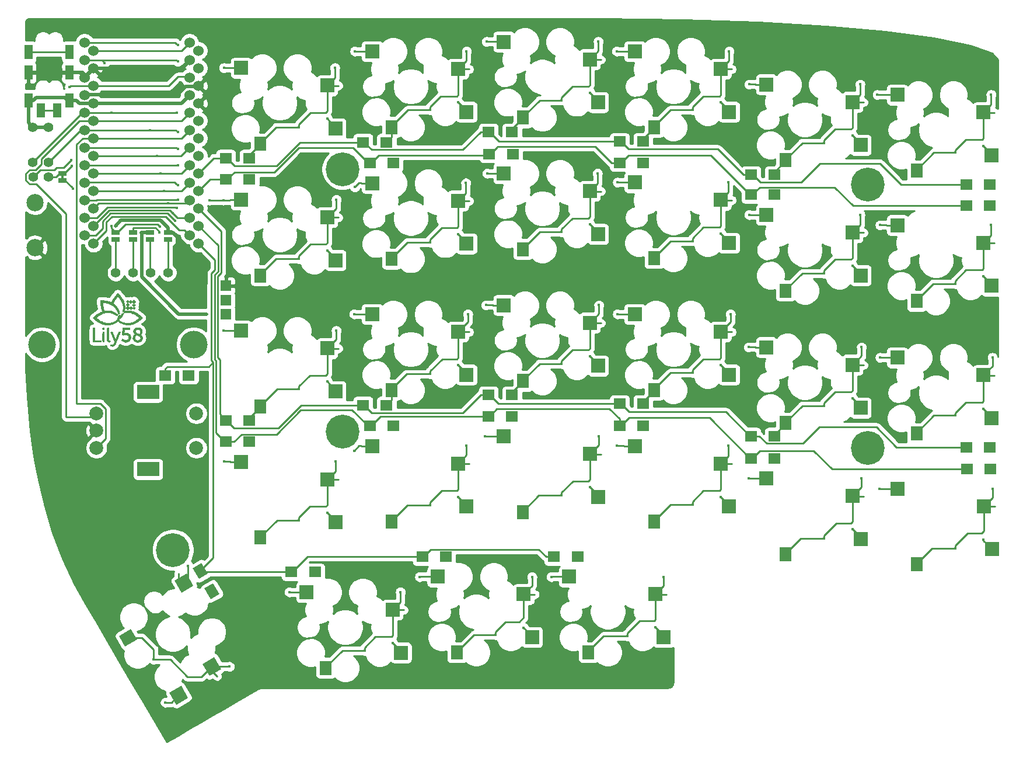
<source format=gbr>
G04 #@! TF.GenerationSoftware,KiCad,Pcbnew,(5.1.12)-1*
G04 #@! TF.CreationDate,2021-12-11T09:13:36+00:00*
G04 #@! TF.ProjectId,Lily58_Pro,4c696c79-3538-45f5-9072-6f2e6b696361,rev?*
G04 #@! TF.SameCoordinates,Original*
G04 #@! TF.FileFunction,Copper,L1,Top*
G04 #@! TF.FilePolarity,Positive*
%FSLAX46Y46*%
G04 Gerber Fmt 4.6, Leading zero omitted, Abs format (unit mm)*
G04 Created by KiCad (PCBNEW (5.1.12)-1) date 2021-12-11 09:13:36*
%MOMM*%
%LPD*%
G01*
G04 APERTURE LIST*
G04 #@! TA.AperFunction,EtchedComponent*
%ADD10C,0.010000*%
G04 #@! TD*
G04 #@! TA.AperFunction,SMDPad,CuDef*
%ADD11R,2.000000X2.000000*%
G04 #@! TD*
G04 #@! TA.AperFunction,SMDPad,CuDef*
%ADD12R,1.800000X2.000000*%
G04 #@! TD*
G04 #@! TA.AperFunction,SMDPad,CuDef*
%ADD13C,0.100000*%
G04 #@! TD*
G04 #@! TA.AperFunction,ComponentPad*
%ADD14C,2.000000*%
G04 #@! TD*
G04 #@! TA.AperFunction,ComponentPad*
%ADD15R,3.200000X2.000000*%
G04 #@! TD*
G04 #@! TA.AperFunction,ComponentPad*
%ADD16R,1.200000X2.100000*%
G04 #@! TD*
G04 #@! TA.AperFunction,ComponentPad*
%ADD17R,1.524000X1.524000*%
G04 #@! TD*
G04 #@! TA.AperFunction,ComponentPad*
%ADD18C,1.524000*%
G04 #@! TD*
G04 #@! TA.AperFunction,ComponentPad*
%ADD19C,4.900000*%
G04 #@! TD*
G04 #@! TA.AperFunction,ComponentPad*
%ADD20C,1.397000*%
G04 #@! TD*
G04 #@! TA.AperFunction,SMDPad,CuDef*
%ADD21R,1.143000X0.635000*%
G04 #@! TD*
G04 #@! TA.AperFunction,ComponentPad*
%ADD22C,2.500000*%
G04 #@! TD*
G04 #@! TA.AperFunction,SMDPad,CuDef*
%ADD23R,0.381000X0.381000*%
G04 #@! TD*
G04 #@! TA.AperFunction,ComponentPad*
%ADD24R,1.800000X1.500000*%
G04 #@! TD*
G04 #@! TA.AperFunction,ComponentPad*
%ADD25C,0.100000*%
G04 #@! TD*
G04 #@! TA.AperFunction,ComponentPad*
%ADD26C,4.000000*%
G04 #@! TD*
G04 #@! TA.AperFunction,ViaPad*
%ADD27C,0.400000*%
G04 #@! TD*
G04 #@! TA.AperFunction,Conductor*
%ADD28C,0.250000*%
G04 #@! TD*
G04 #@! TA.AperFunction,Conductor*
%ADD29C,0.500000*%
G04 #@! TD*
G04 #@! TA.AperFunction,Conductor*
%ADD30C,0.254000*%
G04 #@! TD*
G04 #@! TA.AperFunction,Conductor*
%ADD31C,0.100000*%
G04 #@! TD*
G04 APERTURE END LIST*
D10*
G36*
X98418714Y-78618254D02*
G01*
X98434649Y-78631799D01*
X98456095Y-78651725D01*
X98480912Y-78675864D01*
X98506960Y-78702048D01*
X98532101Y-78728110D01*
X98554194Y-78751883D01*
X98571101Y-78771197D01*
X98580681Y-78783887D01*
X98582057Y-78787146D01*
X98577145Y-78795635D01*
X98563828Y-78811893D01*
X98544241Y-78833742D01*
X98520514Y-78859004D01*
X98494781Y-78885500D01*
X98469172Y-78911052D01*
X98445822Y-78933481D01*
X98426862Y-78950610D01*
X98414424Y-78960260D01*
X98411288Y-78961600D01*
X98403998Y-78956697D01*
X98388390Y-78943118D01*
X98366299Y-78922562D01*
X98339560Y-78896725D01*
X98317460Y-78874803D01*
X98230889Y-78788006D01*
X98317187Y-78700632D01*
X98346078Y-78671777D01*
X98371693Y-78646940D01*
X98392215Y-78627824D01*
X98405826Y-78616131D01*
X98410428Y-78613257D01*
X98418714Y-78618254D01*
G37*
X98418714Y-78618254D02*
X98434649Y-78631799D01*
X98456095Y-78651725D01*
X98480912Y-78675864D01*
X98506960Y-78702048D01*
X98532101Y-78728110D01*
X98554194Y-78751883D01*
X98571101Y-78771197D01*
X98580681Y-78783887D01*
X98582057Y-78787146D01*
X98577145Y-78795635D01*
X98563828Y-78811893D01*
X98544241Y-78833742D01*
X98520514Y-78859004D01*
X98494781Y-78885500D01*
X98469172Y-78911052D01*
X98445822Y-78933481D01*
X98426862Y-78950610D01*
X98414424Y-78960260D01*
X98411288Y-78961600D01*
X98403998Y-78956697D01*
X98388390Y-78943118D01*
X98366299Y-78922562D01*
X98339560Y-78896725D01*
X98317460Y-78874803D01*
X98230889Y-78788006D01*
X98317187Y-78700632D01*
X98346078Y-78671777D01*
X98371693Y-78646940D01*
X98392215Y-78627824D01*
X98405826Y-78616131D01*
X98410428Y-78613257D01*
X98418714Y-78618254D01*
G36*
X98822488Y-78589154D02*
G01*
X98838605Y-78602669D01*
X98860907Y-78622884D01*
X98887475Y-78647910D01*
X98916390Y-78675854D01*
X98945733Y-78704829D01*
X98973586Y-78732943D01*
X98998028Y-78758306D01*
X99017142Y-78779028D01*
X99029009Y-78793219D01*
X99032000Y-78798499D01*
X99027061Y-78805816D01*
X99013509Y-78821244D01*
X98993243Y-78842888D01*
X98968165Y-78868850D01*
X98940173Y-78897234D01*
X98911167Y-78926144D01*
X98883046Y-78953684D01*
X98857711Y-78977957D01*
X98837061Y-78997067D01*
X98822995Y-79009117D01*
X98817730Y-79012400D01*
X98810614Y-79007482D01*
X98794980Y-78993761D01*
X98772486Y-78972787D01*
X98744786Y-78946110D01*
X98713535Y-78915279D01*
X98707149Y-78908895D01*
X98675685Y-78876855D01*
X98648082Y-78847754D01*
X98625897Y-78823315D01*
X98610686Y-78805260D01*
X98604006Y-78795313D01*
X98603829Y-78794498D01*
X98608829Y-78785843D01*
X98622527Y-78769274D01*
X98642972Y-78746741D01*
X98668213Y-78720190D01*
X98696298Y-78691570D01*
X98725275Y-78662830D01*
X98753193Y-78635916D01*
X98778101Y-78612778D01*
X98798047Y-78595362D01*
X98811079Y-78585618D01*
X98814474Y-78584229D01*
X98822488Y-78589154D01*
G37*
X98822488Y-78589154D02*
X98838605Y-78602669D01*
X98860907Y-78622884D01*
X98887475Y-78647910D01*
X98916390Y-78675854D01*
X98945733Y-78704829D01*
X98973586Y-78732943D01*
X98998028Y-78758306D01*
X99017142Y-78779028D01*
X99029009Y-78793219D01*
X99032000Y-78798499D01*
X99027061Y-78805816D01*
X99013509Y-78821244D01*
X98993243Y-78842888D01*
X98968165Y-78868850D01*
X98940173Y-78897234D01*
X98911167Y-78926144D01*
X98883046Y-78953684D01*
X98857711Y-78977957D01*
X98837061Y-78997067D01*
X98822995Y-79009117D01*
X98817730Y-79012400D01*
X98810614Y-79007482D01*
X98794980Y-78993761D01*
X98772486Y-78972787D01*
X98744786Y-78946110D01*
X98713535Y-78915279D01*
X98707149Y-78908895D01*
X98675685Y-78876855D01*
X98648082Y-78847754D01*
X98625897Y-78823315D01*
X98610686Y-78805260D01*
X98604006Y-78795313D01*
X98603829Y-78794498D01*
X98608829Y-78785843D01*
X98622527Y-78769274D01*
X98642972Y-78746741D01*
X98668213Y-78720190D01*
X98696298Y-78691570D01*
X98725275Y-78662830D01*
X98753193Y-78635916D01*
X98778101Y-78612778D01*
X98798047Y-78595362D01*
X98811079Y-78585618D01*
X98814474Y-78584229D01*
X98822488Y-78589154D01*
G36*
X99316259Y-78545682D02*
G01*
X99332770Y-78559495D01*
X99355704Y-78580368D01*
X99383304Y-78606539D01*
X99413812Y-78636249D01*
X99445471Y-78667739D01*
X99476523Y-78699248D01*
X99505212Y-78729017D01*
X99529778Y-78755287D01*
X99548465Y-78776297D01*
X99559515Y-78790288D01*
X99561772Y-78794844D01*
X99556776Y-78803174D01*
X99542962Y-78819684D01*
X99522090Y-78842618D01*
X99495919Y-78870218D01*
X99466208Y-78900726D01*
X99434719Y-78932385D01*
X99403209Y-78963438D01*
X99373440Y-78992126D01*
X99347171Y-79016692D01*
X99326161Y-79035379D01*
X99312170Y-79046430D01*
X99307614Y-79048686D01*
X99299605Y-79043739D01*
X99283003Y-79029853D01*
X99259370Y-79008462D01*
X99230264Y-78980999D01*
X99197246Y-78948900D01*
X99175249Y-78927051D01*
X99141017Y-78892332D01*
X99110519Y-78860551D01*
X99085187Y-78833272D01*
X99066453Y-78812055D01*
X99055748Y-78798463D01*
X99053772Y-78794528D01*
X99058767Y-78786198D01*
X99072581Y-78769688D01*
X99093454Y-78746754D01*
X99119625Y-78719154D01*
X99149335Y-78688646D01*
X99180825Y-78656987D01*
X99212334Y-78625934D01*
X99242103Y-78597246D01*
X99268372Y-78572680D01*
X99289382Y-78553993D01*
X99303373Y-78542942D01*
X99307930Y-78540686D01*
X99316259Y-78545682D01*
G37*
X99316259Y-78545682D02*
X99332770Y-78559495D01*
X99355704Y-78580368D01*
X99383304Y-78606539D01*
X99413812Y-78636249D01*
X99445471Y-78667739D01*
X99476523Y-78699248D01*
X99505212Y-78729017D01*
X99529778Y-78755287D01*
X99548465Y-78776297D01*
X99559515Y-78790288D01*
X99561772Y-78794844D01*
X99556776Y-78803174D01*
X99542962Y-78819684D01*
X99522090Y-78842618D01*
X99495919Y-78870218D01*
X99466208Y-78900726D01*
X99434719Y-78932385D01*
X99403209Y-78963438D01*
X99373440Y-78992126D01*
X99347171Y-79016692D01*
X99326161Y-79035379D01*
X99312170Y-79046430D01*
X99307614Y-79048686D01*
X99299605Y-79043739D01*
X99283003Y-79029853D01*
X99259370Y-79008462D01*
X99230264Y-78980999D01*
X99197246Y-78948900D01*
X99175249Y-78927051D01*
X99141017Y-78892332D01*
X99110519Y-78860551D01*
X99085187Y-78833272D01*
X99066453Y-78812055D01*
X99055748Y-78798463D01*
X99053772Y-78794528D01*
X99058767Y-78786198D01*
X99072581Y-78769688D01*
X99093454Y-78746754D01*
X99119625Y-78719154D01*
X99149335Y-78688646D01*
X99180825Y-78656987D01*
X99212334Y-78625934D01*
X99242103Y-78597246D01*
X99268372Y-78572680D01*
X99289382Y-78553993D01*
X99303373Y-78542942D01*
X99307930Y-78540686D01*
X99316259Y-78545682D01*
G36*
X98419315Y-78988372D02*
G01*
X98435102Y-79002093D01*
X98456989Y-79022618D01*
X98483090Y-79048027D01*
X98511519Y-79076404D01*
X98540389Y-79105829D01*
X98567814Y-79134385D01*
X98591909Y-79160153D01*
X98610786Y-79181215D01*
X98622561Y-79195654D01*
X98625600Y-79201086D01*
X98620683Y-79209019D01*
X98607191Y-79225073D01*
X98587008Y-79247331D01*
X98562022Y-79273875D01*
X98534119Y-79302785D01*
X98505184Y-79332145D01*
X98477104Y-79360035D01*
X98451765Y-79384538D01*
X98431054Y-79403735D01*
X98416856Y-79415709D01*
X98411515Y-79418800D01*
X98404723Y-79413913D01*
X98389336Y-79400277D01*
X98366995Y-79379431D01*
X98339343Y-79352912D01*
X98308023Y-79322258D01*
X98301405Y-79315710D01*
X98269750Y-79283774D01*
X98241978Y-79254705D01*
X98219654Y-79230227D01*
X98204343Y-79212066D01*
X98197609Y-79201946D01*
X98197429Y-79201086D01*
X98202346Y-79193153D01*
X98215838Y-79177098D01*
X98236021Y-79154840D01*
X98261007Y-79128297D01*
X98288910Y-79099387D01*
X98317845Y-79070027D01*
X98345925Y-79042137D01*
X98371264Y-79017634D01*
X98391975Y-78998436D01*
X98406173Y-78986463D01*
X98411515Y-78983372D01*
X98419315Y-78988372D01*
G37*
X98419315Y-78988372D02*
X98435102Y-79002093D01*
X98456989Y-79022618D01*
X98483090Y-79048027D01*
X98511519Y-79076404D01*
X98540389Y-79105829D01*
X98567814Y-79134385D01*
X98591909Y-79160153D01*
X98610786Y-79181215D01*
X98622561Y-79195654D01*
X98625600Y-79201086D01*
X98620683Y-79209019D01*
X98607191Y-79225073D01*
X98587008Y-79247331D01*
X98562022Y-79273875D01*
X98534119Y-79302785D01*
X98505184Y-79332145D01*
X98477104Y-79360035D01*
X98451765Y-79384538D01*
X98431054Y-79403735D01*
X98416856Y-79415709D01*
X98411515Y-79418800D01*
X98404723Y-79413913D01*
X98389336Y-79400277D01*
X98366995Y-79379431D01*
X98339343Y-79352912D01*
X98308023Y-79322258D01*
X98301405Y-79315710D01*
X98269750Y-79283774D01*
X98241978Y-79254705D01*
X98219654Y-79230227D01*
X98204343Y-79212066D01*
X98197609Y-79201946D01*
X98197429Y-79201086D01*
X98202346Y-79193153D01*
X98215838Y-79177098D01*
X98236021Y-79154840D01*
X98261007Y-79128297D01*
X98288910Y-79099387D01*
X98317845Y-79070027D01*
X98345925Y-79042137D01*
X98371264Y-79017634D01*
X98391975Y-78998436D01*
X98406173Y-78986463D01*
X98411515Y-78983372D01*
X98419315Y-78988372D01*
G36*
X99412968Y-79172025D02*
G01*
X99444769Y-79204289D01*
X99472714Y-79233635D01*
X99495258Y-79258358D01*
X99510855Y-79276752D01*
X99517959Y-79287111D01*
X99518229Y-79288175D01*
X99513229Y-79296868D01*
X99499532Y-79313473D01*
X99479088Y-79336042D01*
X99453849Y-79362625D01*
X99425765Y-79391273D01*
X99396788Y-79420036D01*
X99368869Y-79446965D01*
X99343960Y-79470110D01*
X99324010Y-79487522D01*
X99310972Y-79497252D01*
X99307584Y-79498629D01*
X99299366Y-79493691D01*
X99282718Y-79479907D01*
X99259340Y-79458823D01*
X99230936Y-79431984D01*
X99199208Y-79400936D01*
X99191625Y-79393368D01*
X99086552Y-79288107D01*
X99197130Y-79177530D01*
X99307707Y-79066952D01*
X99412968Y-79172025D01*
G37*
X99412968Y-79172025D02*
X99444769Y-79204289D01*
X99472714Y-79233635D01*
X99495258Y-79258358D01*
X99510855Y-79276752D01*
X99517959Y-79287111D01*
X99518229Y-79288175D01*
X99513229Y-79296868D01*
X99499532Y-79313473D01*
X99479088Y-79336042D01*
X99453849Y-79362625D01*
X99425765Y-79391273D01*
X99396788Y-79420036D01*
X99368869Y-79446965D01*
X99343960Y-79470110D01*
X99324010Y-79487522D01*
X99310972Y-79497252D01*
X99307584Y-79498629D01*
X99299366Y-79493691D01*
X99282718Y-79479907D01*
X99259340Y-79458823D01*
X99230936Y-79431984D01*
X99199208Y-79400936D01*
X99191625Y-79393368D01*
X99086552Y-79288107D01*
X99197130Y-79177530D01*
X99307707Y-79066952D01*
X99412968Y-79172025D01*
G36*
X99316339Y-79532567D02*
G01*
X99332458Y-79545874D01*
X99354185Y-79565447D01*
X99379347Y-79589154D01*
X99405768Y-79614861D01*
X99431274Y-79640437D01*
X99453690Y-79663750D01*
X99470842Y-79682668D01*
X99480554Y-79695058D01*
X99481943Y-79698205D01*
X99477103Y-79705111D01*
X99463959Y-79720048D01*
X99444575Y-79740911D01*
X99421016Y-79765591D01*
X99395345Y-79791982D01*
X99369626Y-79817977D01*
X99345923Y-79841469D01*
X99326301Y-79860350D01*
X99312824Y-79872515D01*
X99307772Y-79876000D01*
X99301622Y-79871119D01*
X99287047Y-79857611D01*
X99265820Y-79837175D01*
X99239713Y-79811511D01*
X99218758Y-79790620D01*
X99190385Y-79761755D01*
X99166018Y-79736170D01*
X99147365Y-79715722D01*
X99136133Y-79702270D01*
X99133600Y-79697973D01*
X99138619Y-79689773D01*
X99152222Y-79673965D01*
X99172232Y-79652676D01*
X99196468Y-79628033D01*
X99222751Y-79602166D01*
X99248904Y-79577202D01*
X99272746Y-79555268D01*
X99292099Y-79538493D01*
X99304783Y-79529005D01*
X99308004Y-79527657D01*
X99316339Y-79532567D01*
G37*
X99316339Y-79532567D02*
X99332458Y-79545874D01*
X99354185Y-79565447D01*
X99379347Y-79589154D01*
X99405768Y-79614861D01*
X99431274Y-79640437D01*
X99453690Y-79663750D01*
X99470842Y-79682668D01*
X99480554Y-79695058D01*
X99481943Y-79698205D01*
X99477103Y-79705111D01*
X99463959Y-79720048D01*
X99444575Y-79740911D01*
X99421016Y-79765591D01*
X99395345Y-79791982D01*
X99369626Y-79817977D01*
X99345923Y-79841469D01*
X99326301Y-79860350D01*
X99312824Y-79872515D01*
X99307772Y-79876000D01*
X99301622Y-79871119D01*
X99287047Y-79857611D01*
X99265820Y-79837175D01*
X99239713Y-79811511D01*
X99218758Y-79790620D01*
X99190385Y-79761755D01*
X99166018Y-79736170D01*
X99147365Y-79715722D01*
X99136133Y-79702270D01*
X99133600Y-79697973D01*
X99138619Y-79689773D01*
X99152222Y-79673965D01*
X99172232Y-79652676D01*
X99196468Y-79628033D01*
X99222751Y-79602166D01*
X99248904Y-79577202D01*
X99272746Y-79555268D01*
X99292099Y-79538493D01*
X99304783Y-79529005D01*
X99308004Y-79527657D01*
X99316339Y-79532567D01*
G36*
X98913116Y-79482775D02*
G01*
X98922787Y-79490344D01*
X98939958Y-79505996D01*
X98962722Y-79527796D01*
X98989169Y-79553806D01*
X99017390Y-79582093D01*
X99045477Y-79610719D01*
X99071521Y-79637750D01*
X99093613Y-79661250D01*
X99109843Y-79679283D01*
X99118304Y-79689913D01*
X99119086Y-79691639D01*
X99114077Y-79699418D01*
X99100331Y-79715166D01*
X99079770Y-79736998D01*
X99054319Y-79763033D01*
X99025899Y-79791386D01*
X98996433Y-79820176D01*
X98967844Y-79847518D01*
X98942055Y-79871531D01*
X98920989Y-79890332D01*
X98906568Y-79902036D01*
X98901184Y-79905029D01*
X98892884Y-79900094D01*
X98876217Y-79886350D01*
X98852940Y-79865383D01*
X98824811Y-79838783D01*
X98793589Y-79808136D01*
X98790603Y-79805149D01*
X98759721Y-79773670D01*
X98732731Y-79745130D01*
X98711217Y-79721290D01*
X98696764Y-79703911D01*
X98690959Y-79694754D01*
X98690915Y-79694384D01*
X98695852Y-79686152D01*
X98709628Y-79669500D01*
X98730691Y-79646140D01*
X98757487Y-79617784D01*
X98788464Y-79586145D01*
X98795188Y-79579411D01*
X98831119Y-79543787D01*
X98858408Y-79517447D01*
X98878481Y-79499222D01*
X98892764Y-79487943D01*
X98902684Y-79482440D01*
X98909668Y-79481546D01*
X98913116Y-79482775D01*
G37*
X98913116Y-79482775D02*
X98922787Y-79490344D01*
X98939958Y-79505996D01*
X98962722Y-79527796D01*
X98989169Y-79553806D01*
X99017390Y-79582093D01*
X99045477Y-79610719D01*
X99071521Y-79637750D01*
X99093613Y-79661250D01*
X99109843Y-79679283D01*
X99118304Y-79689913D01*
X99119086Y-79691639D01*
X99114077Y-79699418D01*
X99100331Y-79715166D01*
X99079770Y-79736998D01*
X99054319Y-79763033D01*
X99025899Y-79791386D01*
X98996433Y-79820176D01*
X98967844Y-79847518D01*
X98942055Y-79871531D01*
X98920989Y-79890332D01*
X98906568Y-79902036D01*
X98901184Y-79905029D01*
X98892884Y-79900094D01*
X98876217Y-79886350D01*
X98852940Y-79865383D01*
X98824811Y-79838783D01*
X98793589Y-79808136D01*
X98790603Y-79805149D01*
X98759721Y-79773670D01*
X98732731Y-79745130D01*
X98711217Y-79721290D01*
X98696764Y-79703911D01*
X98690959Y-79694754D01*
X98690915Y-79694384D01*
X98695852Y-79686152D01*
X98709628Y-79669500D01*
X98730691Y-79646140D01*
X98757487Y-79617784D01*
X98788464Y-79586145D01*
X98795188Y-79579411D01*
X98831119Y-79543787D01*
X98858408Y-79517447D01*
X98878481Y-79499222D01*
X98892764Y-79487943D01*
X98902684Y-79482440D01*
X98909668Y-79481546D01*
X98913116Y-79482775D01*
G36*
X98421348Y-79445629D02*
G01*
X98439163Y-79459599D01*
X98463159Y-79480676D01*
X98491532Y-79507055D01*
X98522479Y-79536931D01*
X98554195Y-79568500D01*
X98584877Y-79599956D01*
X98612721Y-79629495D01*
X98635924Y-79655312D01*
X98652681Y-79675601D01*
X98661190Y-79688558D01*
X98661886Y-79691103D01*
X98656909Y-79700099D01*
X98643144Y-79717274D01*
X98622343Y-79740851D01*
X98596257Y-79769052D01*
X98566636Y-79800099D01*
X98535233Y-79832215D01*
X98503796Y-79863620D01*
X98474079Y-79892538D01*
X98447831Y-79917191D01*
X98426804Y-79935801D01*
X98412748Y-79946590D01*
X98408305Y-79948572D01*
X98400403Y-79943649D01*
X98383890Y-79929845D01*
X98360350Y-79908610D01*
X98331370Y-79881392D01*
X98298535Y-79849640D01*
X98279575Y-79830936D01*
X98245428Y-79796613D01*
X98214748Y-79765008D01*
X98189065Y-79737761D01*
X98169911Y-79716510D01*
X98158814Y-79702896D01*
X98156731Y-79699361D01*
X98157392Y-79692635D01*
X98163318Y-79682045D01*
X98175496Y-79666450D01*
X98194914Y-79644708D01*
X98222559Y-79615674D01*
X98259419Y-79578208D01*
X98274574Y-79562997D01*
X98317749Y-79520399D01*
X98353658Y-79486297D01*
X98381675Y-79461252D01*
X98401174Y-79445824D01*
X98411517Y-79440572D01*
X98421348Y-79445629D01*
G37*
X98421348Y-79445629D02*
X98439163Y-79459599D01*
X98463159Y-79480676D01*
X98491532Y-79507055D01*
X98522479Y-79536931D01*
X98554195Y-79568500D01*
X98584877Y-79599956D01*
X98612721Y-79629495D01*
X98635924Y-79655312D01*
X98652681Y-79675601D01*
X98661190Y-79688558D01*
X98661886Y-79691103D01*
X98656909Y-79700099D01*
X98643144Y-79717274D01*
X98622343Y-79740851D01*
X98596257Y-79769052D01*
X98566636Y-79800099D01*
X98535233Y-79832215D01*
X98503796Y-79863620D01*
X98474079Y-79892538D01*
X98447831Y-79917191D01*
X98426804Y-79935801D01*
X98412748Y-79946590D01*
X98408305Y-79948572D01*
X98400403Y-79943649D01*
X98383890Y-79929845D01*
X98360350Y-79908610D01*
X98331370Y-79881392D01*
X98298535Y-79849640D01*
X98279575Y-79830936D01*
X98245428Y-79796613D01*
X98214748Y-79765008D01*
X98189065Y-79737761D01*
X98169911Y-79716510D01*
X98158814Y-79702896D01*
X98156731Y-79699361D01*
X98157392Y-79692635D01*
X98163318Y-79682045D01*
X98175496Y-79666450D01*
X98194914Y-79644708D01*
X98222559Y-79615674D01*
X98259419Y-79578208D01*
X98274574Y-79562997D01*
X98317749Y-79520399D01*
X98353658Y-79486297D01*
X98381675Y-79461252D01*
X98401174Y-79445824D01*
X98411517Y-79440572D01*
X98421348Y-79445629D01*
G36*
X97078092Y-77651737D02*
G01*
X97237453Y-77824566D01*
X97386427Y-78007516D01*
X97524948Y-78200510D01*
X97548489Y-78235886D01*
X97656724Y-78410990D01*
X97750642Y-78585431D01*
X97830230Y-78759143D01*
X97895475Y-78932061D01*
X97946363Y-79104120D01*
X97982880Y-79275255D01*
X98005013Y-79445400D01*
X98012748Y-79614491D01*
X98006072Y-79782461D01*
X97984970Y-79949247D01*
X97949431Y-80114782D01*
X97943993Y-80135307D01*
X97935685Y-80166015D01*
X97864316Y-80188187D01*
X97825821Y-80200605D01*
X97784696Y-80214604D01*
X97747902Y-80227792D01*
X97736557Y-80232074D01*
X97710323Y-80241593D01*
X97689601Y-80248019D01*
X97677785Y-80250342D01*
X97676399Y-80250018D01*
X97676674Y-80241867D01*
X97680561Y-80223177D01*
X97687318Y-80197250D01*
X97691518Y-80182681D01*
X97729788Y-80031041D01*
X97754242Y-79879808D01*
X97764833Y-79728558D01*
X97761512Y-79576867D01*
X97744230Y-79424312D01*
X97712940Y-79270470D01*
X97667593Y-79114917D01*
X97608141Y-78957230D01*
X97534535Y-78796984D01*
X97532958Y-78793830D01*
X97493733Y-78717413D01*
X97456381Y-78649153D01*
X97417788Y-78583686D01*
X97374840Y-78515649D01*
X97345938Y-78471743D01*
X97276796Y-78372108D01*
X97201006Y-78270248D01*
X97122143Y-78170757D01*
X97043777Y-78078225D01*
X97012809Y-78043572D01*
X96979808Y-78007286D01*
X96963703Y-78021800D01*
X96949551Y-78036124D01*
X96928148Y-78059789D01*
X96901222Y-78090733D01*
X96870504Y-78126896D01*
X96837722Y-78166216D01*
X96804608Y-78206632D01*
X96772890Y-78246084D01*
X96744298Y-78282509D01*
X96737478Y-78291376D01*
X96668547Y-78385384D01*
X96599761Y-78486549D01*
X96534779Y-78589297D01*
X96478494Y-78685829D01*
X96456467Y-78726703D01*
X96433394Y-78771650D01*
X96410102Y-78818830D01*
X96387420Y-78866404D01*
X96366174Y-78912533D01*
X96347192Y-78955378D01*
X96331303Y-78993098D01*
X96319333Y-79023856D01*
X96312110Y-79045811D01*
X96310463Y-79057125D01*
X96310994Y-79058057D01*
X96317955Y-79062963D01*
X96334206Y-79074245D01*
X96357081Y-79090055D01*
X96375886Y-79103019D01*
X96507284Y-79202253D01*
X96629551Y-79312682D01*
X96742707Y-79434335D01*
X96846771Y-79567238D01*
X96941762Y-79711419D01*
X97027699Y-79866904D01*
X97104601Y-80033722D01*
X97172488Y-80211899D01*
X97188841Y-80260629D01*
X97202900Y-80304294D01*
X97216013Y-80346148D01*
X97227224Y-80383056D01*
X97235578Y-80411882D01*
X97239609Y-80427215D01*
X97244495Y-80450207D01*
X97245199Y-80463318D01*
X97241427Y-80470652D01*
X97236232Y-80474387D01*
X97225568Y-80481046D01*
X97205448Y-80493846D01*
X97178601Y-80511041D01*
X97147758Y-80530887D01*
X97142623Y-80534200D01*
X97112477Y-80553100D01*
X97086769Y-80568176D01*
X97067864Y-80578117D01*
X97058127Y-80581614D01*
X97057434Y-80581371D01*
X97053771Y-80572480D01*
X97047625Y-80553057D01*
X97040087Y-80526641D01*
X97036852Y-80514629D01*
X96989704Y-80356769D01*
X96933637Y-80204840D01*
X96869308Y-80060033D01*
X96797376Y-79923537D01*
X96718500Y-79796544D01*
X96633337Y-79680243D01*
X96542548Y-79575824D01*
X96486842Y-79520490D01*
X96367926Y-79418720D01*
X96238151Y-79326255D01*
X96097473Y-79243079D01*
X95945846Y-79169174D01*
X95783225Y-79104526D01*
X95609564Y-79049117D01*
X95424820Y-79002930D01*
X95228945Y-78965951D01*
X95021896Y-78938161D01*
X94834594Y-78921582D01*
X94770131Y-78917144D01*
X94775171Y-78999243D01*
X94794753Y-79219541D01*
X94825942Y-79431254D01*
X94868779Y-79634564D01*
X94923307Y-79829656D01*
X94989567Y-80016713D01*
X95024532Y-80101349D01*
X95038824Y-80134383D01*
X95135855Y-80118053D01*
X95300838Y-80097264D01*
X95466151Y-80090430D01*
X95632021Y-80097599D01*
X95798676Y-80118820D01*
X95966346Y-80154143D01*
X96135257Y-80203616D01*
X96305639Y-80267288D01*
X96477720Y-80345208D01*
X96651727Y-80437425D01*
X96667391Y-80446371D01*
X96709688Y-80471205D01*
X96754353Y-80498365D01*
X96799337Y-80526511D01*
X96842590Y-80554303D01*
X96882063Y-80580401D01*
X96915707Y-80603466D01*
X96941473Y-80622157D01*
X96957313Y-80635137D01*
X96959495Y-80637347D01*
X96965796Y-80645277D01*
X96967162Y-80652678D01*
X96962341Y-80662659D01*
X96950082Y-80678327D01*
X96936690Y-80694013D01*
X96913781Y-80722060D01*
X96890204Y-80753182D01*
X96873382Y-80777214D01*
X96846190Y-80818457D01*
X96779007Y-80771941D01*
X96641008Y-80682626D01*
X96497974Y-80601950D01*
X96351678Y-80530626D01*
X96203891Y-80469369D01*
X96056387Y-80418895D01*
X95910936Y-80379917D01*
X95769310Y-80353150D01*
X95726372Y-80347433D01*
X95670147Y-80342587D01*
X95604203Y-80339904D01*
X95533165Y-80339340D01*
X95461662Y-80340854D01*
X95394317Y-80344403D01*
X95335759Y-80349944D01*
X95326779Y-80351112D01*
X95171174Y-80379299D01*
X95013538Y-80421459D01*
X94854490Y-80477298D01*
X94694651Y-80546520D01*
X94534640Y-80628828D01*
X94375076Y-80723927D01*
X94216580Y-80831522D01*
X94059771Y-80951315D01*
X94045757Y-80962689D01*
X94010287Y-80991936D01*
X93974442Y-81022043D01*
X93941705Y-81050051D01*
X93915557Y-81072998D01*
X93908457Y-81079423D01*
X93861286Y-81122648D01*
X93879429Y-81142465D01*
X93906987Y-81170038D01*
X93944768Y-81204115D01*
X93990875Y-81243214D01*
X94043413Y-81285854D01*
X94100484Y-81330552D01*
X94160192Y-81375827D01*
X94220641Y-81420196D01*
X94279933Y-81462179D01*
X94336173Y-81500293D01*
X94343886Y-81505361D01*
X94494402Y-81598671D01*
X94641190Y-81678990D01*
X94785679Y-81746897D01*
X94929294Y-81802970D01*
X95073464Y-81847787D01*
X95219615Y-81881926D01*
X95314128Y-81898329D01*
X95368693Y-81904546D01*
X95433551Y-81908662D01*
X95504634Y-81910683D01*
X95577875Y-81910612D01*
X95649207Y-81908454D01*
X95714560Y-81904211D01*
X95769869Y-81897888D01*
X95769915Y-81897881D01*
X95925752Y-81867633D01*
X96083891Y-81823613D01*
X96243398Y-81766201D01*
X96403339Y-81695775D01*
X96562780Y-81612711D01*
X96720787Y-81517390D01*
X96738495Y-81505874D01*
X96798189Y-81464120D01*
X96845881Y-81424568D01*
X96883510Y-81385387D01*
X96913018Y-81344748D01*
X96917768Y-81336880D01*
X96942308Y-81285384D01*
X96961327Y-81226070D01*
X96972937Y-81165176D01*
X96974527Y-81149629D01*
X96979989Y-81094267D01*
X96986843Y-81049535D01*
X96995992Y-81011557D01*
X97008337Y-80976455D01*
X97021802Y-80946429D01*
X97039500Y-80913783D01*
X97060499Y-80880720D01*
X97080690Y-80853634D01*
X97083588Y-80850263D01*
X97100765Y-80833328D01*
X97124906Y-80812859D01*
X97153748Y-80790413D01*
X97185025Y-80767553D01*
X97216474Y-80745837D01*
X97245829Y-80726826D01*
X97270826Y-80712080D01*
X97289201Y-80703158D01*
X97298689Y-80701622D01*
X97298995Y-80701864D01*
X97303347Y-80713442D01*
X97306633Y-80736330D01*
X97308794Y-80767359D01*
X97309774Y-80803362D01*
X97309515Y-80841169D01*
X97307959Y-80877612D01*
X97305051Y-80909522D01*
X97303004Y-80923164D01*
X97292858Y-80979727D01*
X97309234Y-80959449D01*
X97323794Y-80939532D01*
X97343881Y-80909395D01*
X97367990Y-80871517D01*
X97394614Y-80828374D01*
X97422243Y-80782441D01*
X97449372Y-80736195D01*
X97474494Y-80692114D01*
X97496100Y-80652672D01*
X97497115Y-80650765D01*
X97547915Y-80555132D01*
X97619087Y-80523360D01*
X97651372Y-80509333D01*
X97687309Y-80494345D01*
X97724408Y-80479359D01*
X97760177Y-80465340D01*
X97792124Y-80453250D01*
X97817759Y-80444053D01*
X97834589Y-80438712D01*
X97840096Y-80437905D01*
X97838993Y-80446182D01*
X97831910Y-80465445D01*
X97819731Y-80493894D01*
X97803342Y-80529728D01*
X97783628Y-80571146D01*
X97761473Y-80616347D01*
X97737764Y-80663530D01*
X97713384Y-80710894D01*
X97689220Y-80756638D01*
X97666156Y-80798961D01*
X97645078Y-80836062D01*
X97641024Y-80842959D01*
X97589606Y-80927633D01*
X97542438Y-81000219D01*
X97498246Y-81062048D01*
X97455757Y-81114455D01*
X97413697Y-81158773D01*
X97370792Y-81196334D01*
X97325770Y-81228472D01*
X97277356Y-81256520D01*
X97224277Y-81281812D01*
X97220083Y-81283630D01*
X97190623Y-81296572D01*
X97171522Y-81306355D01*
X97159776Y-81315493D01*
X97152385Y-81326497D01*
X97146345Y-81341881D01*
X97144684Y-81346735D01*
X97135080Y-81372667D01*
X97124899Y-81396745D01*
X97120990Y-81404846D01*
X97113950Y-81420570D01*
X97114981Y-81430470D01*
X97124906Y-81441297D01*
X97125501Y-81441846D01*
X97137384Y-81451165D01*
X97158724Y-81466361D01*
X97186739Y-81485507D01*
X97218646Y-81506677D01*
X97226660Y-81511900D01*
X97389471Y-81610700D01*
X97552946Y-81696137D01*
X97716562Y-81768002D01*
X97879796Y-81826086D01*
X98042127Y-81870177D01*
X98186543Y-81897651D01*
X98237438Y-81903557D01*
X98298306Y-81907783D01*
X98365168Y-81910292D01*
X98434046Y-81911045D01*
X98500959Y-81910007D01*
X98561929Y-81907139D01*
X98612977Y-81902404D01*
X98618343Y-81901695D01*
X98780901Y-81872295D01*
X98944447Y-81828745D01*
X99108243Y-81771306D01*
X99271552Y-81700241D01*
X99433637Y-81615810D01*
X99450096Y-81606444D01*
X99541078Y-81551715D01*
X99636029Y-81489946D01*
X99731929Y-81423346D01*
X99825759Y-81354125D01*
X99914501Y-81284494D01*
X99995135Y-81216662D01*
X100048000Y-81168745D01*
X100095172Y-81124318D01*
X100058886Y-81090483D01*
X100026193Y-81061038D01*
X99985032Y-81025547D01*
X99938575Y-80986629D01*
X99889997Y-80946905D01*
X99842472Y-80908994D01*
X99799175Y-80875516D01*
X99790372Y-80868885D01*
X99633833Y-80758308D01*
X99475693Y-80659646D01*
X99316813Y-80573320D01*
X99158055Y-80499750D01*
X99000282Y-80439355D01*
X98844355Y-80392555D01*
X98781128Y-80377388D01*
X98685335Y-80359798D01*
X98582178Y-80347409D01*
X98476015Y-80340429D01*
X98371203Y-80339062D01*
X98272100Y-80343516D01*
X98208067Y-80350260D01*
X98148355Y-80359594D01*
X98083138Y-80371900D01*
X98017336Y-80386113D01*
X97955864Y-80401168D01*
X97903641Y-80415997D01*
X97900997Y-80416829D01*
X97874217Y-80425002D01*
X97858649Y-80428651D01*
X97851794Y-80428016D01*
X97851154Y-80423336D01*
X97851675Y-80421553D01*
X97855249Y-80410954D01*
X97862680Y-80389110D01*
X97873119Y-80358503D01*
X97885720Y-80321620D01*
X97897286Y-80287807D01*
X97911531Y-80245218D01*
X97922497Y-80213370D01*
X97932435Y-80190345D01*
X97943596Y-80174222D01*
X97958228Y-80163082D01*
X97978584Y-80155005D01*
X98006912Y-80148071D01*
X98045462Y-80140361D01*
X98077686Y-80133897D01*
X98248866Y-80105773D01*
X98419001Y-80092068D01*
X98587938Y-80092784D01*
X98755521Y-80107921D01*
X98886857Y-80130077D01*
X99049897Y-80169969D01*
X99215176Y-80223418D01*
X99381669Y-80289837D01*
X99548351Y-80368640D01*
X99714197Y-80459240D01*
X99878182Y-80561051D01*
X100039280Y-80673487D01*
X100196467Y-80795962D01*
X100348717Y-80927889D01*
X100450720Y-81024481D01*
X100552372Y-81124304D01*
X100439647Y-81234938D01*
X100292897Y-81371378D01*
X100139305Y-81499677D01*
X99980247Y-81618966D01*
X99817101Y-81728373D01*
X99651243Y-81827029D01*
X99484049Y-81914064D01*
X99316897Y-81988608D01*
X99151162Y-82049790D01*
X99149541Y-82050324D01*
X98983017Y-82098512D01*
X98818050Y-82132965D01*
X98654064Y-82153642D01*
X98490483Y-82160499D01*
X98326734Y-82153496D01*
X98162240Y-82132592D01*
X97996426Y-82097743D01*
X97828717Y-82048908D01*
X97658538Y-81986047D01*
X97537029Y-81933397D01*
X97461836Y-81897224D01*
X97382193Y-81855922D01*
X97301149Y-81811261D01*
X97221750Y-81765010D01*
X97147045Y-81718940D01*
X97080080Y-81674820D01*
X97029276Y-81638490D01*
X97002614Y-81619055D01*
X96984454Y-81608023D01*
X96972118Y-81604543D01*
X96962926Y-81607766D01*
X96955612Y-81615104D01*
X96946130Y-81623386D01*
X96927051Y-81637761D01*
X96900928Y-81656377D01*
X96870313Y-81677384D01*
X96862195Y-81682834D01*
X96694947Y-81787951D01*
X96526949Y-81880397D01*
X96358732Y-81960012D01*
X96190824Y-82026638D01*
X96023755Y-82080115D01*
X95858052Y-82120284D01*
X95694246Y-82146985D01*
X95532865Y-82160058D01*
X95374438Y-82159346D01*
X95298200Y-82153930D01*
X95128746Y-82131003D01*
X94957764Y-82093861D01*
X94785690Y-82042671D01*
X94612957Y-81977598D01*
X94439999Y-81898810D01*
X94267250Y-81806472D01*
X94095144Y-81700751D01*
X94066225Y-81681622D01*
X93957025Y-81605483D01*
X93846393Y-81522392D01*
X93737586Y-81435018D01*
X93633862Y-81346026D01*
X93538479Y-81258084D01*
X93487543Y-81207881D01*
X93404086Y-81123271D01*
X93513165Y-81016707D01*
X93664198Y-80877002D01*
X93822272Y-80745800D01*
X93985991Y-80623998D01*
X94153957Y-80512496D01*
X94324776Y-80412191D01*
X94497049Y-80323982D01*
X94669381Y-80248768D01*
X94759541Y-80214738D01*
X94765937Y-80211139D01*
X94767153Y-80204480D01*
X94762623Y-80191558D01*
X94751782Y-80169172D01*
X94751322Y-80168257D01*
X94736154Y-80135825D01*
X94717726Y-80092751D01*
X94697265Y-80042198D01*
X94675999Y-79987328D01*
X94655157Y-79931302D01*
X94635964Y-79877283D01*
X94620943Y-79832457D01*
X94571568Y-79662126D01*
X94530040Y-79482622D01*
X94496875Y-79297299D01*
X94472592Y-79109512D01*
X94457709Y-78922617D01*
X94452743Y-78742832D01*
X94452743Y-78598743D01*
X94581557Y-78598773D01*
X94753493Y-78603330D01*
X94928695Y-78616620D01*
X95104865Y-78638190D01*
X95279706Y-78667584D01*
X95450920Y-78704349D01*
X95616209Y-78748030D01*
X95773276Y-78798173D01*
X95919823Y-78854323D01*
X95958719Y-78871087D01*
X95992003Y-78885690D01*
X96020902Y-78898138D01*
X96042615Y-78907243D01*
X96054341Y-78911813D01*
X96055123Y-78912049D01*
X96062050Y-78906583D01*
X96072391Y-78888420D01*
X96085491Y-78858798D01*
X96092190Y-78841857D01*
X96167342Y-78664470D01*
X96256153Y-78487556D01*
X96357789Y-78312376D01*
X96471415Y-78140195D01*
X96596197Y-77972274D01*
X96731302Y-77809876D01*
X96875894Y-77654265D01*
X96878429Y-77651686D01*
X96978383Y-77550086D01*
X97078092Y-77651737D01*
G37*
X97078092Y-77651737D02*
X97237453Y-77824566D01*
X97386427Y-78007516D01*
X97524948Y-78200510D01*
X97548489Y-78235886D01*
X97656724Y-78410990D01*
X97750642Y-78585431D01*
X97830230Y-78759143D01*
X97895475Y-78932061D01*
X97946363Y-79104120D01*
X97982880Y-79275255D01*
X98005013Y-79445400D01*
X98012748Y-79614491D01*
X98006072Y-79782461D01*
X97984970Y-79949247D01*
X97949431Y-80114782D01*
X97943993Y-80135307D01*
X97935685Y-80166015D01*
X97864316Y-80188187D01*
X97825821Y-80200605D01*
X97784696Y-80214604D01*
X97747902Y-80227792D01*
X97736557Y-80232074D01*
X97710323Y-80241593D01*
X97689601Y-80248019D01*
X97677785Y-80250342D01*
X97676399Y-80250018D01*
X97676674Y-80241867D01*
X97680561Y-80223177D01*
X97687318Y-80197250D01*
X97691518Y-80182681D01*
X97729788Y-80031041D01*
X97754242Y-79879808D01*
X97764833Y-79728558D01*
X97761512Y-79576867D01*
X97744230Y-79424312D01*
X97712940Y-79270470D01*
X97667593Y-79114917D01*
X97608141Y-78957230D01*
X97534535Y-78796984D01*
X97532958Y-78793830D01*
X97493733Y-78717413D01*
X97456381Y-78649153D01*
X97417788Y-78583686D01*
X97374840Y-78515649D01*
X97345938Y-78471743D01*
X97276796Y-78372108D01*
X97201006Y-78270248D01*
X97122143Y-78170757D01*
X97043777Y-78078225D01*
X97012809Y-78043572D01*
X96979808Y-78007286D01*
X96963703Y-78021800D01*
X96949551Y-78036124D01*
X96928148Y-78059789D01*
X96901222Y-78090733D01*
X96870504Y-78126896D01*
X96837722Y-78166216D01*
X96804608Y-78206632D01*
X96772890Y-78246084D01*
X96744298Y-78282509D01*
X96737478Y-78291376D01*
X96668547Y-78385384D01*
X96599761Y-78486549D01*
X96534779Y-78589297D01*
X96478494Y-78685829D01*
X96456467Y-78726703D01*
X96433394Y-78771650D01*
X96410102Y-78818830D01*
X96387420Y-78866404D01*
X96366174Y-78912533D01*
X96347192Y-78955378D01*
X96331303Y-78993098D01*
X96319333Y-79023856D01*
X96312110Y-79045811D01*
X96310463Y-79057125D01*
X96310994Y-79058057D01*
X96317955Y-79062963D01*
X96334206Y-79074245D01*
X96357081Y-79090055D01*
X96375886Y-79103019D01*
X96507284Y-79202253D01*
X96629551Y-79312682D01*
X96742707Y-79434335D01*
X96846771Y-79567238D01*
X96941762Y-79711419D01*
X97027699Y-79866904D01*
X97104601Y-80033722D01*
X97172488Y-80211899D01*
X97188841Y-80260629D01*
X97202900Y-80304294D01*
X97216013Y-80346148D01*
X97227224Y-80383056D01*
X97235578Y-80411882D01*
X97239609Y-80427215D01*
X97244495Y-80450207D01*
X97245199Y-80463318D01*
X97241427Y-80470652D01*
X97236232Y-80474387D01*
X97225568Y-80481046D01*
X97205448Y-80493846D01*
X97178601Y-80511041D01*
X97147758Y-80530887D01*
X97142623Y-80534200D01*
X97112477Y-80553100D01*
X97086769Y-80568176D01*
X97067864Y-80578117D01*
X97058127Y-80581614D01*
X97057434Y-80581371D01*
X97053771Y-80572480D01*
X97047625Y-80553057D01*
X97040087Y-80526641D01*
X97036852Y-80514629D01*
X96989704Y-80356769D01*
X96933637Y-80204840D01*
X96869308Y-80060033D01*
X96797376Y-79923537D01*
X96718500Y-79796544D01*
X96633337Y-79680243D01*
X96542548Y-79575824D01*
X96486842Y-79520490D01*
X96367926Y-79418720D01*
X96238151Y-79326255D01*
X96097473Y-79243079D01*
X95945846Y-79169174D01*
X95783225Y-79104526D01*
X95609564Y-79049117D01*
X95424820Y-79002930D01*
X95228945Y-78965951D01*
X95021896Y-78938161D01*
X94834594Y-78921582D01*
X94770131Y-78917144D01*
X94775171Y-78999243D01*
X94794753Y-79219541D01*
X94825942Y-79431254D01*
X94868779Y-79634564D01*
X94923307Y-79829656D01*
X94989567Y-80016713D01*
X95024532Y-80101349D01*
X95038824Y-80134383D01*
X95135855Y-80118053D01*
X95300838Y-80097264D01*
X95466151Y-80090430D01*
X95632021Y-80097599D01*
X95798676Y-80118820D01*
X95966346Y-80154143D01*
X96135257Y-80203616D01*
X96305639Y-80267288D01*
X96477720Y-80345208D01*
X96651727Y-80437425D01*
X96667391Y-80446371D01*
X96709688Y-80471205D01*
X96754353Y-80498365D01*
X96799337Y-80526511D01*
X96842590Y-80554303D01*
X96882063Y-80580401D01*
X96915707Y-80603466D01*
X96941473Y-80622157D01*
X96957313Y-80635137D01*
X96959495Y-80637347D01*
X96965796Y-80645277D01*
X96967162Y-80652678D01*
X96962341Y-80662659D01*
X96950082Y-80678327D01*
X96936690Y-80694013D01*
X96913781Y-80722060D01*
X96890204Y-80753182D01*
X96873382Y-80777214D01*
X96846190Y-80818457D01*
X96779007Y-80771941D01*
X96641008Y-80682626D01*
X96497974Y-80601950D01*
X96351678Y-80530626D01*
X96203891Y-80469369D01*
X96056387Y-80418895D01*
X95910936Y-80379917D01*
X95769310Y-80353150D01*
X95726372Y-80347433D01*
X95670147Y-80342587D01*
X95604203Y-80339904D01*
X95533165Y-80339340D01*
X95461662Y-80340854D01*
X95394317Y-80344403D01*
X95335759Y-80349944D01*
X95326779Y-80351112D01*
X95171174Y-80379299D01*
X95013538Y-80421459D01*
X94854490Y-80477298D01*
X94694651Y-80546520D01*
X94534640Y-80628828D01*
X94375076Y-80723927D01*
X94216580Y-80831522D01*
X94059771Y-80951315D01*
X94045757Y-80962689D01*
X94010287Y-80991936D01*
X93974442Y-81022043D01*
X93941705Y-81050051D01*
X93915557Y-81072998D01*
X93908457Y-81079423D01*
X93861286Y-81122648D01*
X93879429Y-81142465D01*
X93906987Y-81170038D01*
X93944768Y-81204115D01*
X93990875Y-81243214D01*
X94043413Y-81285854D01*
X94100484Y-81330552D01*
X94160192Y-81375827D01*
X94220641Y-81420196D01*
X94279933Y-81462179D01*
X94336173Y-81500293D01*
X94343886Y-81505361D01*
X94494402Y-81598671D01*
X94641190Y-81678990D01*
X94785679Y-81746897D01*
X94929294Y-81802970D01*
X95073464Y-81847787D01*
X95219615Y-81881926D01*
X95314128Y-81898329D01*
X95368693Y-81904546D01*
X95433551Y-81908662D01*
X95504634Y-81910683D01*
X95577875Y-81910612D01*
X95649207Y-81908454D01*
X95714560Y-81904211D01*
X95769869Y-81897888D01*
X95769915Y-81897881D01*
X95925752Y-81867633D01*
X96083891Y-81823613D01*
X96243398Y-81766201D01*
X96403339Y-81695775D01*
X96562780Y-81612711D01*
X96720787Y-81517390D01*
X96738495Y-81505874D01*
X96798189Y-81464120D01*
X96845881Y-81424568D01*
X96883510Y-81385387D01*
X96913018Y-81344748D01*
X96917768Y-81336880D01*
X96942308Y-81285384D01*
X96961327Y-81226070D01*
X96972937Y-81165176D01*
X96974527Y-81149629D01*
X96979989Y-81094267D01*
X96986843Y-81049535D01*
X96995992Y-81011557D01*
X97008337Y-80976455D01*
X97021802Y-80946429D01*
X97039500Y-80913783D01*
X97060499Y-80880720D01*
X97080690Y-80853634D01*
X97083588Y-80850263D01*
X97100765Y-80833328D01*
X97124906Y-80812859D01*
X97153748Y-80790413D01*
X97185025Y-80767553D01*
X97216474Y-80745837D01*
X97245829Y-80726826D01*
X97270826Y-80712080D01*
X97289201Y-80703158D01*
X97298689Y-80701622D01*
X97298995Y-80701864D01*
X97303347Y-80713442D01*
X97306633Y-80736330D01*
X97308794Y-80767359D01*
X97309774Y-80803362D01*
X97309515Y-80841169D01*
X97307959Y-80877612D01*
X97305051Y-80909522D01*
X97303004Y-80923164D01*
X97292858Y-80979727D01*
X97309234Y-80959449D01*
X97323794Y-80939532D01*
X97343881Y-80909395D01*
X97367990Y-80871517D01*
X97394614Y-80828374D01*
X97422243Y-80782441D01*
X97449372Y-80736195D01*
X97474494Y-80692114D01*
X97496100Y-80652672D01*
X97497115Y-80650765D01*
X97547915Y-80555132D01*
X97619087Y-80523360D01*
X97651372Y-80509333D01*
X97687309Y-80494345D01*
X97724408Y-80479359D01*
X97760177Y-80465340D01*
X97792124Y-80453250D01*
X97817759Y-80444053D01*
X97834589Y-80438712D01*
X97840096Y-80437905D01*
X97838993Y-80446182D01*
X97831910Y-80465445D01*
X97819731Y-80493894D01*
X97803342Y-80529728D01*
X97783628Y-80571146D01*
X97761473Y-80616347D01*
X97737764Y-80663530D01*
X97713384Y-80710894D01*
X97689220Y-80756638D01*
X97666156Y-80798961D01*
X97645078Y-80836062D01*
X97641024Y-80842959D01*
X97589606Y-80927633D01*
X97542438Y-81000219D01*
X97498246Y-81062048D01*
X97455757Y-81114455D01*
X97413697Y-81158773D01*
X97370792Y-81196334D01*
X97325770Y-81228472D01*
X97277356Y-81256520D01*
X97224277Y-81281812D01*
X97220083Y-81283630D01*
X97190623Y-81296572D01*
X97171522Y-81306355D01*
X97159776Y-81315493D01*
X97152385Y-81326497D01*
X97146345Y-81341881D01*
X97144684Y-81346735D01*
X97135080Y-81372667D01*
X97124899Y-81396745D01*
X97120990Y-81404846D01*
X97113950Y-81420570D01*
X97114981Y-81430470D01*
X97124906Y-81441297D01*
X97125501Y-81441846D01*
X97137384Y-81451165D01*
X97158724Y-81466361D01*
X97186739Y-81485507D01*
X97218646Y-81506677D01*
X97226660Y-81511900D01*
X97389471Y-81610700D01*
X97552946Y-81696137D01*
X97716562Y-81768002D01*
X97879796Y-81826086D01*
X98042127Y-81870177D01*
X98186543Y-81897651D01*
X98237438Y-81903557D01*
X98298306Y-81907783D01*
X98365168Y-81910292D01*
X98434046Y-81911045D01*
X98500959Y-81910007D01*
X98561929Y-81907139D01*
X98612977Y-81902404D01*
X98618343Y-81901695D01*
X98780901Y-81872295D01*
X98944447Y-81828745D01*
X99108243Y-81771306D01*
X99271552Y-81700241D01*
X99433637Y-81615810D01*
X99450096Y-81606444D01*
X99541078Y-81551715D01*
X99636029Y-81489946D01*
X99731929Y-81423346D01*
X99825759Y-81354125D01*
X99914501Y-81284494D01*
X99995135Y-81216662D01*
X100048000Y-81168745D01*
X100095172Y-81124318D01*
X100058886Y-81090483D01*
X100026193Y-81061038D01*
X99985032Y-81025547D01*
X99938575Y-80986629D01*
X99889997Y-80946905D01*
X99842472Y-80908994D01*
X99799175Y-80875516D01*
X99790372Y-80868885D01*
X99633833Y-80758308D01*
X99475693Y-80659646D01*
X99316813Y-80573320D01*
X99158055Y-80499750D01*
X99000282Y-80439355D01*
X98844355Y-80392555D01*
X98781128Y-80377388D01*
X98685335Y-80359798D01*
X98582178Y-80347409D01*
X98476015Y-80340429D01*
X98371203Y-80339062D01*
X98272100Y-80343516D01*
X98208067Y-80350260D01*
X98148355Y-80359594D01*
X98083138Y-80371900D01*
X98017336Y-80386113D01*
X97955864Y-80401168D01*
X97903641Y-80415997D01*
X97900997Y-80416829D01*
X97874217Y-80425002D01*
X97858649Y-80428651D01*
X97851794Y-80428016D01*
X97851154Y-80423336D01*
X97851675Y-80421553D01*
X97855249Y-80410954D01*
X97862680Y-80389110D01*
X97873119Y-80358503D01*
X97885720Y-80321620D01*
X97897286Y-80287807D01*
X97911531Y-80245218D01*
X97922497Y-80213370D01*
X97932435Y-80190345D01*
X97943596Y-80174222D01*
X97958228Y-80163082D01*
X97978584Y-80155005D01*
X98006912Y-80148071D01*
X98045462Y-80140361D01*
X98077686Y-80133897D01*
X98248866Y-80105773D01*
X98419001Y-80092068D01*
X98587938Y-80092784D01*
X98755521Y-80107921D01*
X98886857Y-80130077D01*
X99049897Y-80169969D01*
X99215176Y-80223418D01*
X99381669Y-80289837D01*
X99548351Y-80368640D01*
X99714197Y-80459240D01*
X99878182Y-80561051D01*
X100039280Y-80673487D01*
X100196467Y-80795962D01*
X100348717Y-80927889D01*
X100450720Y-81024481D01*
X100552372Y-81124304D01*
X100439647Y-81234938D01*
X100292897Y-81371378D01*
X100139305Y-81499677D01*
X99980247Y-81618966D01*
X99817101Y-81728373D01*
X99651243Y-81827029D01*
X99484049Y-81914064D01*
X99316897Y-81988608D01*
X99151162Y-82049790D01*
X99149541Y-82050324D01*
X98983017Y-82098512D01*
X98818050Y-82132965D01*
X98654064Y-82153642D01*
X98490483Y-82160499D01*
X98326734Y-82153496D01*
X98162240Y-82132592D01*
X97996426Y-82097743D01*
X97828717Y-82048908D01*
X97658538Y-81986047D01*
X97537029Y-81933397D01*
X97461836Y-81897224D01*
X97382193Y-81855922D01*
X97301149Y-81811261D01*
X97221750Y-81765010D01*
X97147045Y-81718940D01*
X97080080Y-81674820D01*
X97029276Y-81638490D01*
X97002614Y-81619055D01*
X96984454Y-81608023D01*
X96972118Y-81604543D01*
X96962926Y-81607766D01*
X96955612Y-81615104D01*
X96946130Y-81623386D01*
X96927051Y-81637761D01*
X96900928Y-81656377D01*
X96870313Y-81677384D01*
X96862195Y-81682834D01*
X96694947Y-81787951D01*
X96526949Y-81880397D01*
X96358732Y-81960012D01*
X96190824Y-82026638D01*
X96023755Y-82080115D01*
X95858052Y-82120284D01*
X95694246Y-82146985D01*
X95532865Y-82160058D01*
X95374438Y-82159346D01*
X95298200Y-82153930D01*
X95128746Y-82131003D01*
X94957764Y-82093861D01*
X94785690Y-82042671D01*
X94612957Y-81977598D01*
X94439999Y-81898810D01*
X94267250Y-81806472D01*
X94095144Y-81700751D01*
X94066225Y-81681622D01*
X93957025Y-81605483D01*
X93846393Y-81522392D01*
X93737586Y-81435018D01*
X93633862Y-81346026D01*
X93538479Y-81258084D01*
X93487543Y-81207881D01*
X93404086Y-81123271D01*
X93513165Y-81016707D01*
X93664198Y-80877002D01*
X93822272Y-80745800D01*
X93985991Y-80623998D01*
X94153957Y-80512496D01*
X94324776Y-80412191D01*
X94497049Y-80323982D01*
X94669381Y-80248768D01*
X94759541Y-80214738D01*
X94765937Y-80211139D01*
X94767153Y-80204480D01*
X94762623Y-80191558D01*
X94751782Y-80169172D01*
X94751322Y-80168257D01*
X94736154Y-80135825D01*
X94717726Y-80092751D01*
X94697265Y-80042198D01*
X94675999Y-79987328D01*
X94655157Y-79931302D01*
X94635964Y-79877283D01*
X94620943Y-79832457D01*
X94571568Y-79662126D01*
X94530040Y-79482622D01*
X94496875Y-79297299D01*
X94472592Y-79109512D01*
X94457709Y-78922617D01*
X94452743Y-78742832D01*
X94452743Y-78598743D01*
X94581557Y-78598773D01*
X94753493Y-78603330D01*
X94928695Y-78616620D01*
X95104865Y-78638190D01*
X95279706Y-78667584D01*
X95450920Y-78704349D01*
X95616209Y-78748030D01*
X95773276Y-78798173D01*
X95919823Y-78854323D01*
X95958719Y-78871087D01*
X95992003Y-78885690D01*
X96020902Y-78898138D01*
X96042615Y-78907243D01*
X96054341Y-78911813D01*
X96055123Y-78912049D01*
X96062050Y-78906583D01*
X96072391Y-78888420D01*
X96085491Y-78858798D01*
X96092190Y-78841857D01*
X96167342Y-78664470D01*
X96256153Y-78487556D01*
X96357789Y-78312376D01*
X96471415Y-78140195D01*
X96596197Y-77972274D01*
X96731302Y-77809876D01*
X96875894Y-77654265D01*
X96878429Y-77651686D01*
X96978383Y-77550086D01*
X97078092Y-77651737D01*
G36*
X94909511Y-82562223D02*
G01*
X94939421Y-82563924D01*
X94958866Y-82566590D01*
X94971893Y-82571538D01*
X94982547Y-82580084D01*
X94990442Y-82588556D01*
X94999177Y-82598791D01*
X95005092Y-82608369D01*
X95008736Y-82620278D01*
X95010659Y-82637506D01*
X95011412Y-82663043D01*
X95011543Y-82699877D01*
X95011543Y-82703249D01*
X95010966Y-82739320D01*
X95009394Y-82771025D01*
X95007063Y-82795033D01*
X95004210Y-82808012D01*
X95004071Y-82808288D01*
X94989641Y-82825057D01*
X94966327Y-82836242D01*
X94932391Y-82842389D01*
X94890346Y-82844065D01*
X94857496Y-82842961D01*
X94829534Y-82840088D01*
X94810791Y-82835928D01*
X94808343Y-82834892D01*
X94789983Y-82821795D01*
X94777261Y-82802495D01*
X94769553Y-82774928D01*
X94766241Y-82737027D01*
X94766409Y-82695400D01*
X94769510Y-82647041D01*
X94776706Y-82611333D01*
X94789805Y-82586597D01*
X94810611Y-82571153D01*
X94840930Y-82563320D01*
X94882568Y-82561417D01*
X94909511Y-82562223D01*
G37*
X94909511Y-82562223D02*
X94939421Y-82563924D01*
X94958866Y-82566590D01*
X94971893Y-82571538D01*
X94982547Y-82580084D01*
X94990442Y-82588556D01*
X94999177Y-82598791D01*
X95005092Y-82608369D01*
X95008736Y-82620278D01*
X95010659Y-82637506D01*
X95011412Y-82663043D01*
X95011543Y-82699877D01*
X95011543Y-82703249D01*
X95010966Y-82739320D01*
X95009394Y-82771025D01*
X95007063Y-82795033D01*
X95004210Y-82808012D01*
X95004071Y-82808288D01*
X94989641Y-82825057D01*
X94966327Y-82836242D01*
X94932391Y-82842389D01*
X94890346Y-82844065D01*
X94857496Y-82842961D01*
X94829534Y-82840088D01*
X94810791Y-82835928D01*
X94808343Y-82834892D01*
X94789983Y-82821795D01*
X94777261Y-82802495D01*
X94769553Y-82774928D01*
X94766241Y-82737027D01*
X94766409Y-82695400D01*
X94769510Y-82647041D01*
X94776706Y-82611333D01*
X94789805Y-82586597D01*
X94810611Y-82571153D01*
X94840930Y-82563320D01*
X94882568Y-82561417D01*
X94909511Y-82562223D01*
G36*
X94900653Y-83142825D02*
G01*
X94930912Y-83144379D01*
X94950622Y-83146851D01*
X94963745Y-83151501D01*
X94974242Y-83159588D01*
X94983110Y-83169043D01*
X95004286Y-83192743D01*
X95004286Y-84585657D01*
X94983110Y-84609357D01*
X94971899Y-84621028D01*
X94961224Y-84628197D01*
X94947088Y-84632118D01*
X94925494Y-84634044D01*
X94901467Y-84634949D01*
X94858752Y-84634519D01*
X94828383Y-84630020D01*
X94817143Y-84626114D01*
X94809730Y-84622918D01*
X94803176Y-84619822D01*
X94797429Y-84615963D01*
X94792435Y-84610477D01*
X94788142Y-84602500D01*
X94784497Y-84591169D01*
X94781447Y-84575619D01*
X94778940Y-84554987D01*
X94776921Y-84528409D01*
X94775339Y-84495021D01*
X94774141Y-84453960D01*
X94773274Y-84404362D01*
X94772684Y-84345362D01*
X94772320Y-84276098D01*
X94772128Y-84195706D01*
X94772055Y-84103321D01*
X94772049Y-83998080D01*
X94772057Y-83889200D01*
X94772049Y-83771608D01*
X94772060Y-83667661D01*
X94772142Y-83576493D01*
X94772345Y-83497233D01*
X94772723Y-83429015D01*
X94773327Y-83370969D01*
X94774209Y-83322228D01*
X94775420Y-83281923D01*
X94777013Y-83249186D01*
X94779039Y-83223149D01*
X94781550Y-83202943D01*
X94784598Y-83187699D01*
X94788235Y-83176551D01*
X94792512Y-83168629D01*
X94797481Y-83163065D01*
X94803195Y-83158991D01*
X94809705Y-83155538D01*
X94816029Y-83152379D01*
X94833286Y-83145901D01*
X94855694Y-83142714D01*
X94887177Y-83142372D01*
X94900653Y-83142825D01*
G37*
X94900653Y-83142825D02*
X94930912Y-83144379D01*
X94950622Y-83146851D01*
X94963745Y-83151501D01*
X94974242Y-83159588D01*
X94983110Y-83169043D01*
X95004286Y-83192743D01*
X95004286Y-84585657D01*
X94983110Y-84609357D01*
X94971899Y-84621028D01*
X94961224Y-84628197D01*
X94947088Y-84632118D01*
X94925494Y-84634044D01*
X94901467Y-84634949D01*
X94858752Y-84634519D01*
X94828383Y-84630020D01*
X94817143Y-84626114D01*
X94809730Y-84622918D01*
X94803176Y-84619822D01*
X94797429Y-84615963D01*
X94792435Y-84610477D01*
X94788142Y-84602500D01*
X94784497Y-84591169D01*
X94781447Y-84575619D01*
X94778940Y-84554987D01*
X94776921Y-84528409D01*
X94775339Y-84495021D01*
X94774141Y-84453960D01*
X94773274Y-84404362D01*
X94772684Y-84345362D01*
X94772320Y-84276098D01*
X94772128Y-84195706D01*
X94772055Y-84103321D01*
X94772049Y-83998080D01*
X94772057Y-83889200D01*
X94772049Y-83771608D01*
X94772060Y-83667661D01*
X94772142Y-83576493D01*
X94772345Y-83497233D01*
X94772723Y-83429015D01*
X94773327Y-83370969D01*
X94774209Y-83322228D01*
X94775420Y-83281923D01*
X94777013Y-83249186D01*
X94779039Y-83223149D01*
X94781550Y-83202943D01*
X94784598Y-83187699D01*
X94788235Y-83176551D01*
X94792512Y-83168629D01*
X94797481Y-83163065D01*
X94803195Y-83158991D01*
X94809705Y-83155538D01*
X94816029Y-83152379D01*
X94833286Y-83145901D01*
X94855694Y-83142714D01*
X94887177Y-83142372D01*
X94900653Y-83142825D01*
G36*
X93506106Y-82562254D02*
G01*
X93537344Y-82564125D01*
X93558052Y-82567249D01*
X93572210Y-82572639D01*
X93583801Y-82581314D01*
X93584945Y-82582376D01*
X93600058Y-82602035D01*
X93610681Y-82625202D01*
X93610885Y-82625918D01*
X93612047Y-82637468D01*
X93613117Y-82663198D01*
X93614090Y-82702776D01*
X93614966Y-82755868D01*
X93615740Y-82822141D01*
X93616411Y-82901263D01*
X93616976Y-82992899D01*
X93617432Y-83096716D01*
X93617776Y-83212382D01*
X93618006Y-83339563D01*
X93618119Y-83477925D01*
X93618131Y-83535252D01*
X93618172Y-84418647D01*
X94064350Y-84420624D01*
X94510528Y-84422600D01*
X94534250Y-84446324D01*
X94546570Y-84459618D01*
X94553670Y-84471774D01*
X94556980Y-84487426D01*
X94557931Y-84511211D01*
X94557972Y-84523198D01*
X94555842Y-84562943D01*
X94548684Y-84591395D01*
X94535340Y-84611251D01*
X94514653Y-84625206D01*
X94514096Y-84625472D01*
X94501950Y-84627798D01*
X94476781Y-84629882D01*
X94440016Y-84631723D01*
X94393080Y-84633322D01*
X94337400Y-84634678D01*
X94274401Y-84635792D01*
X94205510Y-84636664D01*
X94132153Y-84637294D01*
X94055755Y-84637683D01*
X93977743Y-84637830D01*
X93899543Y-84637736D01*
X93822581Y-84637401D01*
X93748283Y-84636826D01*
X93678075Y-84636009D01*
X93613384Y-84634953D01*
X93555634Y-84633656D01*
X93506253Y-84632119D01*
X93466666Y-84630342D01*
X93438300Y-84628326D01*
X93422580Y-84626070D01*
X93420506Y-84625326D01*
X93414637Y-84622420D01*
X93409343Y-84619910D01*
X93404594Y-84617073D01*
X93400360Y-84613184D01*
X93396613Y-84607520D01*
X93393322Y-84599356D01*
X93390458Y-84587969D01*
X93387991Y-84572635D01*
X93385893Y-84552630D01*
X93384133Y-84527230D01*
X93382682Y-84495710D01*
X93381511Y-84457348D01*
X93380589Y-84411420D01*
X93379889Y-84357200D01*
X93379379Y-84293966D01*
X93379031Y-84220994D01*
X93378815Y-84137559D01*
X93378701Y-84042938D01*
X93378661Y-83936406D01*
X93378664Y-83817241D01*
X93378681Y-83684717D01*
X93378686Y-83598915D01*
X93378672Y-83457983D01*
X93378651Y-83330843D01*
X93378655Y-83216771D01*
X93378715Y-83115043D01*
X93378862Y-83024937D01*
X93379129Y-82945730D01*
X93379545Y-82876697D01*
X93380144Y-82817116D01*
X93380955Y-82766264D01*
X93382012Y-82723417D01*
X93383344Y-82687853D01*
X93384984Y-82658848D01*
X93386963Y-82635679D01*
X93389312Y-82617623D01*
X93392063Y-82603956D01*
X93395248Y-82593956D01*
X93398897Y-82586898D01*
X93403042Y-82582061D01*
X93407715Y-82578721D01*
X93412947Y-82576154D01*
X93418770Y-82573638D01*
X93423352Y-82571448D01*
X93441075Y-82565031D01*
X93464840Y-82562010D01*
X93498421Y-82561965D01*
X93506106Y-82562254D01*
G37*
X93506106Y-82562254D02*
X93537344Y-82564125D01*
X93558052Y-82567249D01*
X93572210Y-82572639D01*
X93583801Y-82581314D01*
X93584945Y-82582376D01*
X93600058Y-82602035D01*
X93610681Y-82625202D01*
X93610885Y-82625918D01*
X93612047Y-82637468D01*
X93613117Y-82663198D01*
X93614090Y-82702776D01*
X93614966Y-82755868D01*
X93615740Y-82822141D01*
X93616411Y-82901263D01*
X93616976Y-82992899D01*
X93617432Y-83096716D01*
X93617776Y-83212382D01*
X93618006Y-83339563D01*
X93618119Y-83477925D01*
X93618131Y-83535252D01*
X93618172Y-84418647D01*
X94064350Y-84420624D01*
X94510528Y-84422600D01*
X94534250Y-84446324D01*
X94546570Y-84459618D01*
X94553670Y-84471774D01*
X94556980Y-84487426D01*
X94557931Y-84511211D01*
X94557972Y-84523198D01*
X94555842Y-84562943D01*
X94548684Y-84591395D01*
X94535340Y-84611251D01*
X94514653Y-84625206D01*
X94514096Y-84625472D01*
X94501950Y-84627798D01*
X94476781Y-84629882D01*
X94440016Y-84631723D01*
X94393080Y-84633322D01*
X94337400Y-84634678D01*
X94274401Y-84635792D01*
X94205510Y-84636664D01*
X94132153Y-84637294D01*
X94055755Y-84637683D01*
X93977743Y-84637830D01*
X93899543Y-84637736D01*
X93822581Y-84637401D01*
X93748283Y-84636826D01*
X93678075Y-84636009D01*
X93613384Y-84634953D01*
X93555634Y-84633656D01*
X93506253Y-84632119D01*
X93466666Y-84630342D01*
X93438300Y-84628326D01*
X93422580Y-84626070D01*
X93420506Y-84625326D01*
X93414637Y-84622420D01*
X93409343Y-84619910D01*
X93404594Y-84617073D01*
X93400360Y-84613184D01*
X93396613Y-84607520D01*
X93393322Y-84599356D01*
X93390458Y-84587969D01*
X93387991Y-84572635D01*
X93385893Y-84552630D01*
X93384133Y-84527230D01*
X93382682Y-84495710D01*
X93381511Y-84457348D01*
X93380589Y-84411420D01*
X93379889Y-84357200D01*
X93379379Y-84293966D01*
X93379031Y-84220994D01*
X93378815Y-84137559D01*
X93378701Y-84042938D01*
X93378661Y-83936406D01*
X93378664Y-83817241D01*
X93378681Y-83684717D01*
X93378686Y-83598915D01*
X93378672Y-83457983D01*
X93378651Y-83330843D01*
X93378655Y-83216771D01*
X93378715Y-83115043D01*
X93378862Y-83024937D01*
X93379129Y-82945730D01*
X93379545Y-82876697D01*
X93380144Y-82817116D01*
X93380955Y-82766264D01*
X93382012Y-82723417D01*
X93383344Y-82687853D01*
X93384984Y-82658848D01*
X93386963Y-82635679D01*
X93389312Y-82617623D01*
X93392063Y-82603956D01*
X93395248Y-82593956D01*
X93398897Y-82586898D01*
X93403042Y-82582061D01*
X93407715Y-82578721D01*
X93412947Y-82576154D01*
X93418770Y-82573638D01*
X93423352Y-82571448D01*
X93441075Y-82565031D01*
X93464840Y-82562010D01*
X93498421Y-82561965D01*
X93506106Y-82562254D01*
G36*
X99929251Y-82541304D02*
G01*
X99993591Y-82546052D01*
X100052515Y-82553640D01*
X100098884Y-82563169D01*
X100192044Y-82593582D01*
X100274312Y-82633389D01*
X100346042Y-82682806D01*
X100407589Y-82742052D01*
X100426156Y-82764343D01*
X100470955Y-82832554D01*
X100502997Y-82906440D01*
X100522409Y-82984986D01*
X100529316Y-83067178D01*
X100523843Y-83152003D01*
X100506116Y-83238445D01*
X100476260Y-83325492D01*
X100434401Y-83412128D01*
X100380664Y-83497340D01*
X100326948Y-83566474D01*
X100288627Y-83611647D01*
X100340396Y-83647009D01*
X100409580Y-83701320D01*
X100468212Y-83762080D01*
X100515135Y-83827825D01*
X100549189Y-83897091D01*
X100557842Y-83921857D01*
X100567692Y-83966305D01*
X100573192Y-84019449D01*
X100574278Y-84076118D01*
X100570887Y-84131141D01*
X100562956Y-84179348D01*
X100561085Y-84186743D01*
X100530519Y-84272814D01*
X100487386Y-84352047D01*
X100432256Y-84423769D01*
X100365704Y-84487304D01*
X100288301Y-84541978D01*
X100234678Y-84571344D01*
X100170316Y-84600217D01*
X100108343Y-84621352D01*
X100044574Y-84635713D01*
X99974824Y-84644265D01*
X99902857Y-84647805D01*
X99859794Y-84648283D01*
X99818044Y-84647825D01*
X99781514Y-84646536D01*
X99754111Y-84644522D01*
X99746975Y-84643600D01*
X99652879Y-84623132D01*
X99561807Y-84592273D01*
X99476960Y-84552342D01*
X99401540Y-84504660D01*
X99391229Y-84496915D01*
X99325087Y-84437130D01*
X99268214Y-84367370D01*
X99222175Y-84289946D01*
X99188538Y-84207173D01*
X99183374Y-84189961D01*
X99175542Y-84158293D01*
X99170543Y-84126915D01*
X99167847Y-84091039D01*
X99166922Y-84045879D01*
X99166908Y-84041600D01*
X99168078Y-84010809D01*
X99453027Y-84010809D01*
X99456105Y-84065536D01*
X99464803Y-84114174D01*
X99467322Y-84123002D01*
X99494276Y-84186304D01*
X99533568Y-84244112D01*
X99583597Y-84294977D01*
X99642763Y-84337452D01*
X99709463Y-84370086D01*
X99757715Y-84385762D01*
X99794013Y-84392206D01*
X99839327Y-84395751D01*
X99888450Y-84396396D01*
X99936177Y-84394140D01*
X99977300Y-84388981D01*
X99991896Y-84385809D01*
X100059484Y-84362556D01*
X100119368Y-84330629D01*
X100170954Y-84291388D01*
X100213646Y-84246197D01*
X100246850Y-84196415D01*
X100269970Y-84143407D01*
X100282412Y-84088532D01*
X100283580Y-84033154D01*
X100272881Y-83978635D01*
X100249718Y-83926335D01*
X100213760Y-83877903D01*
X100192533Y-83856421D01*
X100169132Y-83836192D01*
X100142080Y-83816383D01*
X100109896Y-83796162D01*
X100071101Y-83774695D01*
X100024216Y-83751149D01*
X99967762Y-83724694D01*
X99900259Y-83694494D01*
X99845502Y-83670622D01*
X99697432Y-83606569D01*
X99662703Y-83632062D01*
X99611751Y-83675314D01*
X99564389Y-83726613D01*
X99522953Y-83782722D01*
X99489777Y-83840406D01*
X99467196Y-83896427D01*
X99464098Y-83907370D01*
X99455662Y-83956064D01*
X99453027Y-84010809D01*
X99168078Y-84010809D01*
X99169539Y-83972399D01*
X99178587Y-83911227D01*
X99195291Y-83852555D01*
X99220887Y-83790855D01*
X99224899Y-83782392D01*
X99256135Y-83726952D01*
X99296787Y-83669269D01*
X99343710Y-83612997D01*
X99393758Y-83561793D01*
X99443787Y-83519312D01*
X99462906Y-83505703D01*
X99491041Y-83486910D01*
X99466535Y-83469035D01*
X99451589Y-83456701D01*
X99429648Y-83436810D01*
X99403808Y-83412237D01*
X99380250Y-83388966D01*
X99329332Y-83331348D01*
X99291663Y-83273317D01*
X99266154Y-83212219D01*
X99251713Y-83145402D01*
X99247617Y-83076400D01*
X99529354Y-83076400D01*
X99529967Y-83110789D01*
X99532148Y-83135549D01*
X99536831Y-83155553D01*
X99544954Y-83175673D01*
X99550700Y-83187502D01*
X99575694Y-83226157D01*
X99611715Y-83266305D01*
X99655893Y-83305243D01*
X99705360Y-83340265D01*
X99725280Y-83352172D01*
X99749272Y-83364916D01*
X99781351Y-83380726D01*
X99819309Y-83398637D01*
X99860939Y-83417685D01*
X99904035Y-83436904D01*
X99946389Y-83455330D01*
X99985796Y-83471998D01*
X100020049Y-83485944D01*
X100046940Y-83496201D01*
X100064263Y-83501807D01*
X100069190Y-83502529D01*
X100078020Y-83496364D01*
X100092789Y-83481254D01*
X100110877Y-83459976D01*
X100118622Y-83450143D01*
X100157950Y-83392348D01*
X100192016Y-83328994D01*
X100219532Y-83263388D01*
X100239207Y-83198834D01*
X100249753Y-83138638D01*
X100251200Y-83110354D01*
X100244713Y-83041795D01*
X100225777Y-82979880D01*
X100195180Y-82925300D01*
X100153709Y-82878742D01*
X100102152Y-82840897D01*
X100041296Y-82812454D01*
X99971929Y-82794103D01*
X99894838Y-82786532D01*
X99881086Y-82786367D01*
X99804157Y-82791991D01*
X99734300Y-82808508D01*
X99672511Y-82835380D01*
X99619783Y-82872070D01*
X99577110Y-82918040D01*
X99548564Y-82965961D01*
X99539026Y-82988277D01*
X99533217Y-83008637D01*
X99530281Y-83031966D01*
X99529360Y-83063191D01*
X99529354Y-83076400D01*
X99247617Y-83076400D01*
X99247249Y-83070212D01*
X99247274Y-83065515D01*
X99254747Y-82979725D01*
X99275241Y-82899453D01*
X99308089Y-82825386D01*
X99352625Y-82758214D01*
X99408183Y-82698626D01*
X99474094Y-82647311D01*
X99549692Y-82604959D01*
X99634311Y-82572258D01*
X99727284Y-82549898D01*
X99749588Y-82546318D01*
X99802664Y-82541216D01*
X99864080Y-82539619D01*
X99929251Y-82541304D01*
G37*
X99929251Y-82541304D02*
X99993591Y-82546052D01*
X100052515Y-82553640D01*
X100098884Y-82563169D01*
X100192044Y-82593582D01*
X100274312Y-82633389D01*
X100346042Y-82682806D01*
X100407589Y-82742052D01*
X100426156Y-82764343D01*
X100470955Y-82832554D01*
X100502997Y-82906440D01*
X100522409Y-82984986D01*
X100529316Y-83067178D01*
X100523843Y-83152003D01*
X100506116Y-83238445D01*
X100476260Y-83325492D01*
X100434401Y-83412128D01*
X100380664Y-83497340D01*
X100326948Y-83566474D01*
X100288627Y-83611647D01*
X100340396Y-83647009D01*
X100409580Y-83701320D01*
X100468212Y-83762080D01*
X100515135Y-83827825D01*
X100549189Y-83897091D01*
X100557842Y-83921857D01*
X100567692Y-83966305D01*
X100573192Y-84019449D01*
X100574278Y-84076118D01*
X100570887Y-84131141D01*
X100562956Y-84179348D01*
X100561085Y-84186743D01*
X100530519Y-84272814D01*
X100487386Y-84352047D01*
X100432256Y-84423769D01*
X100365704Y-84487304D01*
X100288301Y-84541978D01*
X100234678Y-84571344D01*
X100170316Y-84600217D01*
X100108343Y-84621352D01*
X100044574Y-84635713D01*
X99974824Y-84644265D01*
X99902857Y-84647805D01*
X99859794Y-84648283D01*
X99818044Y-84647825D01*
X99781514Y-84646536D01*
X99754111Y-84644522D01*
X99746975Y-84643600D01*
X99652879Y-84623132D01*
X99561807Y-84592273D01*
X99476960Y-84552342D01*
X99401540Y-84504660D01*
X99391229Y-84496915D01*
X99325087Y-84437130D01*
X99268214Y-84367370D01*
X99222175Y-84289946D01*
X99188538Y-84207173D01*
X99183374Y-84189961D01*
X99175542Y-84158293D01*
X99170543Y-84126915D01*
X99167847Y-84091039D01*
X99166922Y-84045879D01*
X99166908Y-84041600D01*
X99168078Y-84010809D01*
X99453027Y-84010809D01*
X99456105Y-84065536D01*
X99464803Y-84114174D01*
X99467322Y-84123002D01*
X99494276Y-84186304D01*
X99533568Y-84244112D01*
X99583597Y-84294977D01*
X99642763Y-84337452D01*
X99709463Y-84370086D01*
X99757715Y-84385762D01*
X99794013Y-84392206D01*
X99839327Y-84395751D01*
X99888450Y-84396396D01*
X99936177Y-84394140D01*
X99977300Y-84388981D01*
X99991896Y-84385809D01*
X100059484Y-84362556D01*
X100119368Y-84330629D01*
X100170954Y-84291388D01*
X100213646Y-84246197D01*
X100246850Y-84196415D01*
X100269970Y-84143407D01*
X100282412Y-84088532D01*
X100283580Y-84033154D01*
X100272881Y-83978635D01*
X100249718Y-83926335D01*
X100213760Y-83877903D01*
X100192533Y-83856421D01*
X100169132Y-83836192D01*
X100142080Y-83816383D01*
X100109896Y-83796162D01*
X100071101Y-83774695D01*
X100024216Y-83751149D01*
X99967762Y-83724694D01*
X99900259Y-83694494D01*
X99845502Y-83670622D01*
X99697432Y-83606569D01*
X99662703Y-83632062D01*
X99611751Y-83675314D01*
X99564389Y-83726613D01*
X99522953Y-83782722D01*
X99489777Y-83840406D01*
X99467196Y-83896427D01*
X99464098Y-83907370D01*
X99455662Y-83956064D01*
X99453027Y-84010809D01*
X99168078Y-84010809D01*
X99169539Y-83972399D01*
X99178587Y-83911227D01*
X99195291Y-83852555D01*
X99220887Y-83790855D01*
X99224899Y-83782392D01*
X99256135Y-83726952D01*
X99296787Y-83669269D01*
X99343710Y-83612997D01*
X99393758Y-83561793D01*
X99443787Y-83519312D01*
X99462906Y-83505703D01*
X99491041Y-83486910D01*
X99466535Y-83469035D01*
X99451589Y-83456701D01*
X99429648Y-83436810D01*
X99403808Y-83412237D01*
X99380250Y-83388966D01*
X99329332Y-83331348D01*
X99291663Y-83273317D01*
X99266154Y-83212219D01*
X99251713Y-83145402D01*
X99247617Y-83076400D01*
X99529354Y-83076400D01*
X99529967Y-83110789D01*
X99532148Y-83135549D01*
X99536831Y-83155553D01*
X99544954Y-83175673D01*
X99550700Y-83187502D01*
X99575694Y-83226157D01*
X99611715Y-83266305D01*
X99655893Y-83305243D01*
X99705360Y-83340265D01*
X99725280Y-83352172D01*
X99749272Y-83364916D01*
X99781351Y-83380726D01*
X99819309Y-83398637D01*
X99860939Y-83417685D01*
X99904035Y-83436904D01*
X99946389Y-83455330D01*
X99985796Y-83471998D01*
X100020049Y-83485944D01*
X100046940Y-83496201D01*
X100064263Y-83501807D01*
X100069190Y-83502529D01*
X100078020Y-83496364D01*
X100092789Y-83481254D01*
X100110877Y-83459976D01*
X100118622Y-83450143D01*
X100157950Y-83392348D01*
X100192016Y-83328994D01*
X100219532Y-83263388D01*
X100239207Y-83198834D01*
X100249753Y-83138638D01*
X100251200Y-83110354D01*
X100244713Y-83041795D01*
X100225777Y-82979880D01*
X100195180Y-82925300D01*
X100153709Y-82878742D01*
X100102152Y-82840897D01*
X100041296Y-82812454D01*
X99971929Y-82794103D01*
X99894838Y-82786532D01*
X99881086Y-82786367D01*
X99804157Y-82791991D01*
X99734300Y-82808508D01*
X99672511Y-82835380D01*
X99619783Y-82872070D01*
X99577110Y-82918040D01*
X99548564Y-82965961D01*
X99539026Y-82988277D01*
X99533217Y-83008637D01*
X99530281Y-83031966D01*
X99529360Y-83063191D01*
X99529354Y-83076400D01*
X99247617Y-83076400D01*
X99247249Y-83070212D01*
X99247274Y-83065515D01*
X99254747Y-82979725D01*
X99275241Y-82899453D01*
X99308089Y-82825386D01*
X99352625Y-82758214D01*
X99408183Y-82698626D01*
X99474094Y-82647311D01*
X99549692Y-82604959D01*
X99634311Y-82572258D01*
X99727284Y-82549898D01*
X99749588Y-82546318D01*
X99802664Y-82541216D01*
X99864080Y-82539619D01*
X99929251Y-82541304D01*
G36*
X98300995Y-82572034D02*
G01*
X98384164Y-82572110D01*
X98454924Y-82572349D01*
X98514327Y-82572843D01*
X98563425Y-82573681D01*
X98603271Y-82574957D01*
X98634916Y-82576762D01*
X98659415Y-82579186D01*
X98677818Y-82582321D01*
X98691179Y-82586260D01*
X98700549Y-82591092D01*
X98706981Y-82596910D01*
X98711528Y-82603806D01*
X98715242Y-82611869D01*
X98717207Y-82616589D01*
X98722865Y-82639214D01*
X98726120Y-82670807D01*
X98726896Y-82706008D01*
X98725117Y-82739460D01*
X98720705Y-82765804D01*
X98719400Y-82770038D01*
X98707544Y-82790545D01*
X98692186Y-82805593D01*
X98686985Y-82808578D01*
X98680091Y-82811093D01*
X98670265Y-82813186D01*
X98656265Y-82814907D01*
X98636850Y-82816306D01*
X98610779Y-82817430D01*
X98576813Y-82818331D01*
X98533709Y-82819056D01*
X98480227Y-82819655D01*
X98415126Y-82820178D01*
X98337165Y-82820673D01*
X98308100Y-82820841D01*
X98236886Y-82821365D01*
X98170268Y-82822088D01*
X98109617Y-82822977D01*
X98056303Y-82824003D01*
X98011697Y-82825133D01*
X97977169Y-82826337D01*
X97954090Y-82827583D01*
X97943831Y-82828841D01*
X97943429Y-82829137D01*
X97942639Y-82837549D01*
X97940392Y-82858720D01*
X97936872Y-82890989D01*
X97932261Y-82932694D01*
X97926745Y-82982174D01*
X97920506Y-83037766D01*
X97914084Y-83094660D01*
X97907415Y-83154333D01*
X97901433Y-83209320D01*
X97896302Y-83257986D01*
X97892188Y-83298701D01*
X97889255Y-83329830D01*
X97887670Y-83349742D01*
X97887568Y-83356788D01*
X97895157Y-83355634D01*
X97911952Y-83349758D01*
X97929613Y-83342450D01*
X98004434Y-83317014D01*
X98086668Y-83302242D01*
X98173929Y-83298095D01*
X98263825Y-83304534D01*
X98353970Y-83321520D01*
X98441974Y-83349014D01*
X98446975Y-83350935D01*
X98518086Y-83382949D01*
X98581342Y-83421528D01*
X98641237Y-83469636D01*
X98673431Y-83500284D01*
X98728936Y-83561604D01*
X98772585Y-83623547D01*
X98806722Y-83689734D01*
X98823006Y-83731262D01*
X98850309Y-83829008D01*
X98863101Y-83926887D01*
X98861381Y-84024844D01*
X98845147Y-84122823D01*
X98827940Y-84183115D01*
X98790891Y-84272628D01*
X98741971Y-84354468D01*
X98682047Y-84427919D01*
X98611986Y-84492265D01*
X98532654Y-84546790D01*
X98444920Y-84590778D01*
X98349649Y-84623513D01*
X98274492Y-84640125D01*
X98224769Y-84646216D01*
X98166737Y-84649459D01*
X98106334Y-84649788D01*
X98049498Y-84647132D01*
X98012987Y-84643169D01*
X97920321Y-84623204D01*
X97828650Y-84591173D01*
X97741008Y-84548552D01*
X97660429Y-84496818D01*
X97589947Y-84437449D01*
X97589643Y-84437152D01*
X97567448Y-84414884D01*
X97553935Y-84398875D01*
X97546993Y-84385677D01*
X97544513Y-84371845D01*
X97544286Y-84363045D01*
X97545624Y-84347052D01*
X97550728Y-84331219D01*
X97561230Y-84312230D01*
X97578766Y-84286770D01*
X97588183Y-84273939D01*
X97617198Y-84237361D01*
X97642422Y-84212964D01*
X97666207Y-84200514D01*
X97690906Y-84199780D01*
X97718873Y-84210526D01*
X97752458Y-84232521D01*
X97780989Y-84254825D01*
X97832439Y-84291461D01*
X97890884Y-84324521D01*
X97950687Y-84351087D01*
X97994229Y-84365309D01*
X98036743Y-84373129D01*
X98087743Y-84377252D01*
X98141917Y-84377680D01*
X98193957Y-84374414D01*
X98238552Y-84367456D01*
X98247610Y-84365223D01*
X98325509Y-84337504D01*
X98393958Y-84299349D01*
X98452337Y-84251432D01*
X98500026Y-84194425D01*
X98536406Y-84129002D01*
X98560857Y-84055837D01*
X98568407Y-84016616D01*
X98571825Y-83945843D01*
X98561830Y-83875575D01*
X98539448Y-83807804D01*
X98505707Y-83744524D01*
X98461630Y-83687725D01*
X98408245Y-83639400D01*
X98357534Y-83607118D01*
X98309307Y-83583988D01*
X98263420Y-83567853D01*
X98215037Y-83557494D01*
X98159318Y-83551690D01*
X98132115Y-83550299D01*
X98069713Y-83549651D01*
X98016059Y-83553743D01*
X97965884Y-83563550D01*
X97913917Y-83580048D01*
X97865378Y-83599637D01*
X97828479Y-83614745D01*
X97800006Y-83624116D01*
X97775614Y-83628916D01*
X97751115Y-83630310D01*
X97704535Y-83625493D01*
X97664704Y-83611508D01*
X97633458Y-83589583D01*
X97612633Y-83560947D01*
X97604496Y-83532238D01*
X97604460Y-83517791D01*
X97605924Y-83490838D01*
X97608723Y-83452925D01*
X97612695Y-83405598D01*
X97617677Y-83350406D01*
X97623505Y-83288893D01*
X97630016Y-83222608D01*
X97637046Y-83153097D01*
X97644433Y-83081907D01*
X97652013Y-83010584D01*
X97659623Y-82940677D01*
X97667099Y-82873730D01*
X97674278Y-82811292D01*
X97680998Y-82754909D01*
X97687094Y-82706127D01*
X97692403Y-82666494D01*
X97696763Y-82637557D01*
X97700009Y-82620862D01*
X97701018Y-82617839D01*
X97715174Y-82598650D01*
X97730986Y-82584797D01*
X97735763Y-82582187D01*
X97742249Y-82579957D01*
X97751544Y-82578077D01*
X97764750Y-82576519D01*
X97782964Y-82575251D01*
X97807287Y-82574245D01*
X97838818Y-82573470D01*
X97878658Y-82572898D01*
X97927907Y-82572498D01*
X97987663Y-82572241D01*
X98059027Y-82572098D01*
X98143098Y-82572037D01*
X98204364Y-82572029D01*
X98300995Y-82572034D01*
G37*
X98300995Y-82572034D02*
X98384164Y-82572110D01*
X98454924Y-82572349D01*
X98514327Y-82572843D01*
X98563425Y-82573681D01*
X98603271Y-82574957D01*
X98634916Y-82576762D01*
X98659415Y-82579186D01*
X98677818Y-82582321D01*
X98691179Y-82586260D01*
X98700549Y-82591092D01*
X98706981Y-82596910D01*
X98711528Y-82603806D01*
X98715242Y-82611869D01*
X98717207Y-82616589D01*
X98722865Y-82639214D01*
X98726120Y-82670807D01*
X98726896Y-82706008D01*
X98725117Y-82739460D01*
X98720705Y-82765804D01*
X98719400Y-82770038D01*
X98707544Y-82790545D01*
X98692186Y-82805593D01*
X98686985Y-82808578D01*
X98680091Y-82811093D01*
X98670265Y-82813186D01*
X98656265Y-82814907D01*
X98636850Y-82816306D01*
X98610779Y-82817430D01*
X98576813Y-82818331D01*
X98533709Y-82819056D01*
X98480227Y-82819655D01*
X98415126Y-82820178D01*
X98337165Y-82820673D01*
X98308100Y-82820841D01*
X98236886Y-82821365D01*
X98170268Y-82822088D01*
X98109617Y-82822977D01*
X98056303Y-82824003D01*
X98011697Y-82825133D01*
X97977169Y-82826337D01*
X97954090Y-82827583D01*
X97943831Y-82828841D01*
X97943429Y-82829137D01*
X97942639Y-82837549D01*
X97940392Y-82858720D01*
X97936872Y-82890989D01*
X97932261Y-82932694D01*
X97926745Y-82982174D01*
X97920506Y-83037766D01*
X97914084Y-83094660D01*
X97907415Y-83154333D01*
X97901433Y-83209320D01*
X97896302Y-83257986D01*
X97892188Y-83298701D01*
X97889255Y-83329830D01*
X97887670Y-83349742D01*
X97887568Y-83356788D01*
X97895157Y-83355634D01*
X97911952Y-83349758D01*
X97929613Y-83342450D01*
X98004434Y-83317014D01*
X98086668Y-83302242D01*
X98173929Y-83298095D01*
X98263825Y-83304534D01*
X98353970Y-83321520D01*
X98441974Y-83349014D01*
X98446975Y-83350935D01*
X98518086Y-83382949D01*
X98581342Y-83421528D01*
X98641237Y-83469636D01*
X98673431Y-83500284D01*
X98728936Y-83561604D01*
X98772585Y-83623547D01*
X98806722Y-83689734D01*
X98823006Y-83731262D01*
X98850309Y-83829008D01*
X98863101Y-83926887D01*
X98861381Y-84024844D01*
X98845147Y-84122823D01*
X98827940Y-84183115D01*
X98790891Y-84272628D01*
X98741971Y-84354468D01*
X98682047Y-84427919D01*
X98611986Y-84492265D01*
X98532654Y-84546790D01*
X98444920Y-84590778D01*
X98349649Y-84623513D01*
X98274492Y-84640125D01*
X98224769Y-84646216D01*
X98166737Y-84649459D01*
X98106334Y-84649788D01*
X98049498Y-84647132D01*
X98012987Y-84643169D01*
X97920321Y-84623204D01*
X97828650Y-84591173D01*
X97741008Y-84548552D01*
X97660429Y-84496818D01*
X97589947Y-84437449D01*
X97589643Y-84437152D01*
X97567448Y-84414884D01*
X97553935Y-84398875D01*
X97546993Y-84385677D01*
X97544513Y-84371845D01*
X97544286Y-84363045D01*
X97545624Y-84347052D01*
X97550728Y-84331219D01*
X97561230Y-84312230D01*
X97578766Y-84286770D01*
X97588183Y-84273939D01*
X97617198Y-84237361D01*
X97642422Y-84212964D01*
X97666207Y-84200514D01*
X97690906Y-84199780D01*
X97718873Y-84210526D01*
X97752458Y-84232521D01*
X97780989Y-84254825D01*
X97832439Y-84291461D01*
X97890884Y-84324521D01*
X97950687Y-84351087D01*
X97994229Y-84365309D01*
X98036743Y-84373129D01*
X98087743Y-84377252D01*
X98141917Y-84377680D01*
X98193957Y-84374414D01*
X98238552Y-84367456D01*
X98247610Y-84365223D01*
X98325509Y-84337504D01*
X98393958Y-84299349D01*
X98452337Y-84251432D01*
X98500026Y-84194425D01*
X98536406Y-84129002D01*
X98560857Y-84055837D01*
X98568407Y-84016616D01*
X98571825Y-83945843D01*
X98561830Y-83875575D01*
X98539448Y-83807804D01*
X98505707Y-83744524D01*
X98461630Y-83687725D01*
X98408245Y-83639400D01*
X98357534Y-83607118D01*
X98309307Y-83583988D01*
X98263420Y-83567853D01*
X98215037Y-83557494D01*
X98159318Y-83551690D01*
X98132115Y-83550299D01*
X98069713Y-83549651D01*
X98016059Y-83553743D01*
X97965884Y-83563550D01*
X97913917Y-83580048D01*
X97865378Y-83599637D01*
X97828479Y-83614745D01*
X97800006Y-83624116D01*
X97775614Y-83628916D01*
X97751115Y-83630310D01*
X97704535Y-83625493D01*
X97664704Y-83611508D01*
X97633458Y-83589583D01*
X97612633Y-83560947D01*
X97604496Y-83532238D01*
X97604460Y-83517791D01*
X97605924Y-83490838D01*
X97608723Y-83452925D01*
X97612695Y-83405598D01*
X97617677Y-83350406D01*
X97623505Y-83288893D01*
X97630016Y-83222608D01*
X97637046Y-83153097D01*
X97644433Y-83081907D01*
X97652013Y-83010584D01*
X97659623Y-82940677D01*
X97667099Y-82873730D01*
X97674278Y-82811292D01*
X97680998Y-82754909D01*
X97687094Y-82706127D01*
X97692403Y-82666494D01*
X97696763Y-82637557D01*
X97700009Y-82620862D01*
X97701018Y-82617839D01*
X97715174Y-82598650D01*
X97730986Y-82584797D01*
X97735763Y-82582187D01*
X97742249Y-82579957D01*
X97751544Y-82578077D01*
X97764750Y-82576519D01*
X97782964Y-82575251D01*
X97807287Y-82574245D01*
X97838818Y-82573470D01*
X97878658Y-82572898D01*
X97927907Y-82572498D01*
X97987663Y-82572241D01*
X98059027Y-82572098D01*
X98143098Y-82572037D01*
X98204364Y-82572029D01*
X98300995Y-82572034D01*
G36*
X95577562Y-82562965D02*
G01*
X95614020Y-82570438D01*
X95639312Y-82585037D01*
X95648614Y-82595939D01*
X95650510Y-82599587D01*
X95652213Y-82604960D01*
X95653738Y-82612842D01*
X95655099Y-82624018D01*
X95656312Y-82639271D01*
X95657390Y-82659385D01*
X95658348Y-82685144D01*
X95659201Y-82717333D01*
X95659962Y-82756734D01*
X95660647Y-82804131D01*
X95661269Y-82860310D01*
X95661844Y-82926052D01*
X95662385Y-83002144D01*
X95662907Y-83089367D01*
X95663425Y-83188507D01*
X95663953Y-83300347D01*
X95664505Y-83425670D01*
X95664686Y-83467963D01*
X95668315Y-84321000D01*
X95686457Y-84357275D01*
X95710766Y-84393028D01*
X95742528Y-84416653D01*
X95783309Y-84429291D01*
X95785955Y-84429707D01*
X95824666Y-84438829D01*
X95851037Y-84453127D01*
X95866473Y-84473197D01*
X95872212Y-84495302D01*
X95874761Y-84525515D01*
X95874198Y-84558155D01*
X95870604Y-84587543D01*
X95864600Y-84606996D01*
X95845464Y-84628425D01*
X95814698Y-84641734D01*
X95772790Y-84646793D01*
X95726372Y-84644233D01*
X95655516Y-84629630D01*
X95593564Y-84603704D01*
X95540929Y-84566818D01*
X95498023Y-84519333D01*
X95465258Y-84461613D01*
X95443399Y-84395525D01*
X95441754Y-84386898D01*
X95440281Y-84375207D01*
X95438971Y-84359679D01*
X95437814Y-84339543D01*
X95436801Y-84314026D01*
X95435924Y-84282357D01*
X95435172Y-84243764D01*
X95434537Y-84197475D01*
X95434009Y-84142719D01*
X95433580Y-84078722D01*
X95433241Y-84004714D01*
X95432981Y-83919922D01*
X95432793Y-83823574D01*
X95432666Y-83714900D01*
X95432592Y-83593126D01*
X95432565Y-83481100D01*
X95432457Y-82612172D01*
X95453473Y-82588651D01*
X95465438Y-82576463D01*
X95477224Y-82569140D01*
X95493225Y-82565155D01*
X95517836Y-82562979D01*
X95529068Y-82562374D01*
X95577562Y-82562965D01*
G37*
X95577562Y-82562965D02*
X95614020Y-82570438D01*
X95639312Y-82585037D01*
X95648614Y-82595939D01*
X95650510Y-82599587D01*
X95652213Y-82604960D01*
X95653738Y-82612842D01*
X95655099Y-82624018D01*
X95656312Y-82639271D01*
X95657390Y-82659385D01*
X95658348Y-82685144D01*
X95659201Y-82717333D01*
X95659962Y-82756734D01*
X95660647Y-82804131D01*
X95661269Y-82860310D01*
X95661844Y-82926052D01*
X95662385Y-83002144D01*
X95662907Y-83089367D01*
X95663425Y-83188507D01*
X95663953Y-83300347D01*
X95664505Y-83425670D01*
X95664686Y-83467963D01*
X95668315Y-84321000D01*
X95686457Y-84357275D01*
X95710766Y-84393028D01*
X95742528Y-84416653D01*
X95783309Y-84429291D01*
X95785955Y-84429707D01*
X95824666Y-84438829D01*
X95851037Y-84453127D01*
X95866473Y-84473197D01*
X95872212Y-84495302D01*
X95874761Y-84525515D01*
X95874198Y-84558155D01*
X95870604Y-84587543D01*
X95864600Y-84606996D01*
X95845464Y-84628425D01*
X95814698Y-84641734D01*
X95772790Y-84646793D01*
X95726372Y-84644233D01*
X95655516Y-84629630D01*
X95593564Y-84603704D01*
X95540929Y-84566818D01*
X95498023Y-84519333D01*
X95465258Y-84461613D01*
X95443399Y-84395525D01*
X95441754Y-84386898D01*
X95440281Y-84375207D01*
X95438971Y-84359679D01*
X95437814Y-84339543D01*
X95436801Y-84314026D01*
X95435924Y-84282357D01*
X95435172Y-84243764D01*
X95434537Y-84197475D01*
X95434009Y-84142719D01*
X95433580Y-84078722D01*
X95433241Y-84004714D01*
X95432981Y-83919922D01*
X95432793Y-83823574D01*
X95432666Y-83714900D01*
X95432592Y-83593126D01*
X95432565Y-83481100D01*
X95432457Y-82612172D01*
X95453473Y-82588651D01*
X95465438Y-82576463D01*
X95477224Y-82569140D01*
X95493225Y-82565155D01*
X95517836Y-82562979D01*
X95529068Y-82562374D01*
X95577562Y-82562965D01*
G36*
X97248955Y-83143370D02*
G01*
X97278216Y-83148098D01*
X97289624Y-83152258D01*
X97311575Y-83171141D01*
X97322843Y-83197920D01*
X97322246Y-83229519D01*
X97321123Y-83234247D01*
X97317541Y-83244099D01*
X97308818Y-83266378D01*
X97295362Y-83300095D01*
X97277577Y-83344264D01*
X97255868Y-83397897D01*
X97230642Y-83460006D01*
X97202304Y-83529605D01*
X97171259Y-83605707D01*
X97137914Y-83687323D01*
X97102672Y-83773467D01*
X97065941Y-83863151D01*
X97028126Y-83955389D01*
X96989631Y-84049193D01*
X96950863Y-84143575D01*
X96912228Y-84237548D01*
X96874130Y-84330126D01*
X96836975Y-84420320D01*
X96801169Y-84507143D01*
X96767117Y-84589609D01*
X96735226Y-84666730D01*
X96705899Y-84737519D01*
X96679544Y-84800987D01*
X96656565Y-84856149D01*
X96637368Y-84902017D01*
X96622358Y-84937603D01*
X96611942Y-84961921D01*
X96606524Y-84973982D01*
X96606444Y-84974143D01*
X96569721Y-85035070D01*
X96523785Y-85092137D01*
X96471592Y-85142315D01*
X96416099Y-85182573D01*
X96387967Y-85198070D01*
X96314761Y-85226573D01*
X96239682Y-85241740D01*
X96164714Y-85243303D01*
X96110309Y-85235508D01*
X96068356Y-85224122D01*
X96025964Y-85208767D01*
X95988586Y-85191593D01*
X95967854Y-85179319D01*
X95951735Y-85162135D01*
X95939995Y-85138689D01*
X95939548Y-85137257D01*
X95935622Y-85121239D01*
X95935644Y-85107443D01*
X95940524Y-85091210D01*
X95951173Y-85067879D01*
X95954368Y-85061356D01*
X95975473Y-85025599D01*
X95998156Y-85003255D01*
X96024557Y-84993556D01*
X96056819Y-84995732D01*
X96097083Y-85009015D01*
X96098519Y-85009612D01*
X96152232Y-85027554D01*
X96200211Y-85033298D01*
X96244946Y-85026606D01*
X96288926Y-85007240D01*
X96316992Y-84988701D01*
X96345737Y-84964197D01*
X96372875Y-84933603D01*
X96399453Y-84895264D01*
X96426519Y-84847528D01*
X96455120Y-84788739D01*
X96481096Y-84729609D01*
X96533247Y-84606539D01*
X96244110Y-83920039D01*
X96194586Y-83802222D01*
X96149221Y-83693819D01*
X96108180Y-83595238D01*
X96071630Y-83506889D01*
X96039736Y-83429179D01*
X96012666Y-83362516D01*
X95990585Y-83307309D01*
X95973659Y-83263966D01*
X95962055Y-83232895D01*
X95955939Y-83214505D01*
X95954972Y-83209803D01*
X95961305Y-83183185D01*
X95972475Y-83165705D01*
X95981359Y-83156317D01*
X95990784Y-83150244D01*
X96004128Y-83146629D01*
X96024767Y-83144619D01*
X96056081Y-83143357D01*
X96061375Y-83143196D01*
X96105661Y-83143534D01*
X96138441Y-83148263D01*
X96162319Y-83158361D01*
X96179895Y-83174806D01*
X96190404Y-83191693D01*
X96195333Y-83202697D01*
X96205143Y-83225894D01*
X96219315Y-83260006D01*
X96237334Y-83303751D01*
X96258680Y-83355851D01*
X96282838Y-83415025D01*
X96309290Y-83479994D01*
X96337518Y-83549478D01*
X96367006Y-83622197D01*
X96397235Y-83696871D01*
X96427690Y-83772221D01*
X96457853Y-83846967D01*
X96487206Y-83919828D01*
X96515232Y-83989526D01*
X96541414Y-84054781D01*
X96565235Y-84114312D01*
X96586177Y-84166840D01*
X96603723Y-84211085D01*
X96617356Y-84245768D01*
X96626559Y-84269608D01*
X96630815Y-84281326D01*
X96630859Y-84281472D01*
X96637275Y-84299275D01*
X96642986Y-84309303D01*
X96644400Y-84310115D01*
X96649349Y-84303867D01*
X96655775Y-84288220D01*
X96657981Y-84281339D01*
X96662146Y-84269641D01*
X96671181Y-84245810D01*
X96684578Y-84211128D01*
X96701827Y-84166877D01*
X96722418Y-84114337D01*
X96745843Y-84054791D01*
X96771592Y-83989519D01*
X96799155Y-83919805D01*
X96828024Y-83846928D01*
X96857689Y-83772170D01*
X96887640Y-83696814D01*
X96917369Y-83622141D01*
X96946365Y-83549431D01*
X96974120Y-83479967D01*
X97000123Y-83415030D01*
X97023867Y-83355902D01*
X97044841Y-83303864D01*
X97062536Y-83260198D01*
X97076443Y-83226185D01*
X97086052Y-83203107D01*
X97090854Y-83192246D01*
X97090865Y-83192223D01*
X97107401Y-83168947D01*
X97130164Y-83153472D01*
X97161591Y-83144759D01*
X97204116Y-83141766D01*
X97209003Y-83141742D01*
X97248955Y-83143370D01*
G37*
X97248955Y-83143370D02*
X97278216Y-83148098D01*
X97289624Y-83152258D01*
X97311575Y-83171141D01*
X97322843Y-83197920D01*
X97322246Y-83229519D01*
X97321123Y-83234247D01*
X97317541Y-83244099D01*
X97308818Y-83266378D01*
X97295362Y-83300095D01*
X97277577Y-83344264D01*
X97255868Y-83397897D01*
X97230642Y-83460006D01*
X97202304Y-83529605D01*
X97171259Y-83605707D01*
X97137914Y-83687323D01*
X97102672Y-83773467D01*
X97065941Y-83863151D01*
X97028126Y-83955389D01*
X96989631Y-84049193D01*
X96950863Y-84143575D01*
X96912228Y-84237548D01*
X96874130Y-84330126D01*
X96836975Y-84420320D01*
X96801169Y-84507143D01*
X96767117Y-84589609D01*
X96735226Y-84666730D01*
X96705899Y-84737519D01*
X96679544Y-84800987D01*
X96656565Y-84856149D01*
X96637368Y-84902017D01*
X96622358Y-84937603D01*
X96611942Y-84961921D01*
X96606524Y-84973982D01*
X96606444Y-84974143D01*
X96569721Y-85035070D01*
X96523785Y-85092137D01*
X96471592Y-85142315D01*
X96416099Y-85182573D01*
X96387967Y-85198070D01*
X96314761Y-85226573D01*
X96239682Y-85241740D01*
X96164714Y-85243303D01*
X96110309Y-85235508D01*
X96068356Y-85224122D01*
X96025964Y-85208767D01*
X95988586Y-85191593D01*
X95967854Y-85179319D01*
X95951735Y-85162135D01*
X95939995Y-85138689D01*
X95939548Y-85137257D01*
X95935622Y-85121239D01*
X95935644Y-85107443D01*
X95940524Y-85091210D01*
X95951173Y-85067879D01*
X95954368Y-85061356D01*
X95975473Y-85025599D01*
X95998156Y-85003255D01*
X96024557Y-84993556D01*
X96056819Y-84995732D01*
X96097083Y-85009015D01*
X96098519Y-85009612D01*
X96152232Y-85027554D01*
X96200211Y-85033298D01*
X96244946Y-85026606D01*
X96288926Y-85007240D01*
X96316992Y-84988701D01*
X96345737Y-84964197D01*
X96372875Y-84933603D01*
X96399453Y-84895264D01*
X96426519Y-84847528D01*
X96455120Y-84788739D01*
X96481096Y-84729609D01*
X96533247Y-84606539D01*
X96244110Y-83920039D01*
X96194586Y-83802222D01*
X96149221Y-83693819D01*
X96108180Y-83595238D01*
X96071630Y-83506889D01*
X96039736Y-83429179D01*
X96012666Y-83362516D01*
X95990585Y-83307309D01*
X95973659Y-83263966D01*
X95962055Y-83232895D01*
X95955939Y-83214505D01*
X95954972Y-83209803D01*
X95961305Y-83183185D01*
X95972475Y-83165705D01*
X95981359Y-83156317D01*
X95990784Y-83150244D01*
X96004128Y-83146629D01*
X96024767Y-83144619D01*
X96056081Y-83143357D01*
X96061375Y-83143196D01*
X96105661Y-83143534D01*
X96138441Y-83148263D01*
X96162319Y-83158361D01*
X96179895Y-83174806D01*
X96190404Y-83191693D01*
X96195333Y-83202697D01*
X96205143Y-83225894D01*
X96219315Y-83260006D01*
X96237334Y-83303751D01*
X96258680Y-83355851D01*
X96282838Y-83415025D01*
X96309290Y-83479994D01*
X96337518Y-83549478D01*
X96367006Y-83622197D01*
X96397235Y-83696871D01*
X96427690Y-83772221D01*
X96457853Y-83846967D01*
X96487206Y-83919828D01*
X96515232Y-83989526D01*
X96541414Y-84054781D01*
X96565235Y-84114312D01*
X96586177Y-84166840D01*
X96603723Y-84211085D01*
X96617356Y-84245768D01*
X96626559Y-84269608D01*
X96630815Y-84281326D01*
X96630859Y-84281472D01*
X96637275Y-84299275D01*
X96642986Y-84309303D01*
X96644400Y-84310115D01*
X96649349Y-84303867D01*
X96655775Y-84288220D01*
X96657981Y-84281339D01*
X96662146Y-84269641D01*
X96671181Y-84245810D01*
X96684578Y-84211128D01*
X96701827Y-84166877D01*
X96722418Y-84114337D01*
X96745843Y-84054791D01*
X96771592Y-83989519D01*
X96799155Y-83919805D01*
X96828024Y-83846928D01*
X96857689Y-83772170D01*
X96887640Y-83696814D01*
X96917369Y-83622141D01*
X96946365Y-83549431D01*
X96974120Y-83479967D01*
X97000123Y-83415030D01*
X97023867Y-83355902D01*
X97044841Y-83303864D01*
X97062536Y-83260198D01*
X97076443Y-83226185D01*
X97086052Y-83203107D01*
X97090854Y-83192246D01*
X97090865Y-83192223D01*
X97107401Y-83168947D01*
X97130164Y-83153472D01*
X97161591Y-83144759D01*
X97204116Y-83141766D01*
X97209003Y-83141742D01*
X97248955Y-83143370D01*
D11*
X162500000Y-118670000D03*
X175000000Y-121210000D03*
D12*
X165300000Y-129650000D03*
D11*
X176200000Y-127450000D03*
X143400000Y-118670000D03*
X155900000Y-121210000D03*
D12*
X146200000Y-129650000D03*
D11*
X157100000Y-127450000D03*
X124400000Y-120920000D03*
X136900000Y-123460000D03*
D12*
X127200000Y-131900000D03*
D11*
X138100000Y-129700000D03*
G04 #@! TA.AperFunction,SMDPad,CuDef*
D13*
G36*
X107965434Y-119976283D02*
G01*
X106233384Y-120976283D01*
X105233384Y-119244233D01*
X106965434Y-118244233D01*
X107965434Y-119976283D01*
G37*
G04 #@! TD.AperFunction*
G04 #@! TA.AperFunction,SMDPad,CuDef*
G36*
X112015730Y-132071600D02*
G01*
X110283680Y-133071600D01*
X109283680Y-131339550D01*
X111015730Y-130339550D01*
X112015730Y-132071600D01*
G37*
G04 #@! TD.AperFunction*
G04 #@! TA.AperFunction,SMDPad,CuDef*
G36*
X99806475Y-127804552D02*
G01*
X98074425Y-128804552D01*
X97174425Y-127245706D01*
X98906475Y-126245706D01*
X99806475Y-127804552D01*
G37*
G04 #@! TD.AperFunction*
G04 #@! TA.AperFunction,SMDPad,CuDef*
G36*
X107211731Y-136230831D02*
G01*
X105479681Y-137230831D01*
X104479681Y-135498781D01*
X106211731Y-134498781D01*
X107211731Y-136230831D01*
G37*
G04 #@! TD.AperFunction*
D11*
X210150000Y-105920000D03*
X222650000Y-108460000D03*
D12*
X212950000Y-116900000D03*
D11*
X223850000Y-114700000D03*
X191100000Y-104420000D03*
X203600000Y-106960000D03*
D12*
X193900000Y-115400000D03*
D11*
X204800000Y-113200000D03*
X172000000Y-99720000D03*
X184500000Y-102260000D03*
D12*
X174800000Y-110700000D03*
D11*
X185700000Y-108500000D03*
X153000000Y-98320000D03*
X165500000Y-100860000D03*
D12*
X155800000Y-109300000D03*
D11*
X166700000Y-107100000D03*
X133900000Y-99720000D03*
X146400000Y-102260000D03*
D12*
X136700000Y-110700000D03*
D11*
X147600000Y-108500000D03*
X114900000Y-102020000D03*
X127400000Y-104560000D03*
D12*
X117700000Y-113000000D03*
D11*
X128600000Y-110800000D03*
X210100000Y-86920000D03*
X222600000Y-89460000D03*
D12*
X212900000Y-97900000D03*
D11*
X223800000Y-95700000D03*
X191100000Y-85420000D03*
X203600000Y-87960000D03*
D12*
X193900000Y-96400000D03*
D11*
X204800000Y-94200000D03*
X172000000Y-80620000D03*
X184500000Y-83160000D03*
D12*
X174800000Y-91600000D03*
D11*
X185700000Y-89400000D03*
X153000000Y-79320000D03*
X165500000Y-81860000D03*
D12*
X155800000Y-90300000D03*
D11*
X166700000Y-88100000D03*
X133900000Y-80620000D03*
X146400000Y-83160000D03*
D12*
X136700000Y-91600000D03*
D11*
X147600000Y-89400000D03*
X114900000Y-83020000D03*
X127400000Y-85560000D03*
D12*
X117700000Y-94000000D03*
D11*
X128600000Y-91800000D03*
X210100000Y-67720000D03*
X222600000Y-70260000D03*
D12*
X212900000Y-78700000D03*
D11*
X223800000Y-76500000D03*
X191100000Y-66220000D03*
X203600000Y-68760000D03*
D12*
X193900000Y-77200000D03*
D11*
X204800000Y-75000000D03*
X172000000Y-61520000D03*
X184500000Y-64060000D03*
D12*
X174800000Y-72500000D03*
D11*
X185700000Y-70300000D03*
X153000000Y-60220000D03*
X165500000Y-62760000D03*
D12*
X155800000Y-71200000D03*
D11*
X166700000Y-69000000D03*
X133900000Y-61620000D03*
X146400000Y-64160000D03*
D12*
X136700000Y-72600000D03*
D11*
X147600000Y-70400000D03*
X114900000Y-64020000D03*
X127400000Y-66560000D03*
D12*
X117700000Y-75000000D03*
D11*
X128600000Y-72800000D03*
X210100000Y-48820000D03*
X222600000Y-51360000D03*
D12*
X212900000Y-59800000D03*
D11*
X223800000Y-57600000D03*
X191100000Y-47320000D03*
X203600000Y-49860000D03*
D12*
X193900000Y-58300000D03*
D11*
X204800000Y-56100000D03*
X172000000Y-42520000D03*
X184500000Y-45060000D03*
D12*
X174800000Y-53500000D03*
D11*
X185700000Y-51300000D03*
X153000000Y-41130000D03*
X165500000Y-43670000D03*
D12*
X155800000Y-52110000D03*
D11*
X166700000Y-49910000D03*
X133900000Y-42520000D03*
X146400000Y-45060000D03*
D12*
X136700000Y-53500000D03*
D11*
X147600000Y-51300000D03*
X114900000Y-44920000D03*
X127400000Y-47460000D03*
D12*
X117700000Y-55900000D03*
D11*
X128600000Y-53700000D03*
D14*
X93900000Y-95000000D03*
X93900000Y-97500000D03*
X93900000Y-100000000D03*
D15*
X101400000Y-91900000D03*
X101400000Y-103100000D03*
D14*
X108400000Y-95000000D03*
X108400000Y-100000000D03*
D16*
X85800000Y-51100000D03*
X90000000Y-49600000D03*
X90000000Y-45600000D03*
X90000000Y-42600000D03*
X84050000Y-45600000D03*
X84050000Y-42600000D03*
X88250000Y-51100000D03*
X84050000Y-49600000D03*
D17*
X112700000Y-76500000D03*
X112700000Y-78600000D03*
X112700000Y-80600000D03*
D18*
X107420000Y-41230000D03*
X107420000Y-43770000D03*
X107420000Y-46310000D03*
X107420000Y-48850000D03*
X107420000Y-51390000D03*
X107420000Y-53930000D03*
X107420000Y-56470000D03*
X107420000Y-59010000D03*
X107420000Y-61550000D03*
X107420000Y-64090000D03*
X107420000Y-66630000D03*
X107420000Y-69170000D03*
X92180000Y-69170000D03*
X92180000Y-66630000D03*
X92180000Y-64090000D03*
X92180000Y-61550000D03*
X92180000Y-59010000D03*
X92180000Y-56470000D03*
X92180000Y-53930000D03*
X92180000Y-51390000D03*
X92180000Y-48850000D03*
X92180000Y-46310000D03*
X92180000Y-43770000D03*
X92180000Y-41230000D03*
X108718815Y-52585745D03*
X108718815Y-57665745D03*
X93478815Y-42425745D03*
X108718815Y-44965745D03*
X108718815Y-67825745D03*
X93478815Y-70365745D03*
X108718815Y-60205745D03*
X108718815Y-62745745D03*
X93478815Y-60205745D03*
X93478815Y-65285745D03*
X93478815Y-52585745D03*
X93478815Y-50045745D03*
X93478815Y-44965745D03*
X93478815Y-55125745D03*
X108718815Y-70365745D03*
X93478815Y-62745745D03*
X108718815Y-42425745D03*
X108718815Y-47505745D03*
X93478815Y-67825745D03*
X108718815Y-50045745D03*
X108718815Y-55125745D03*
X93478815Y-57665745D03*
X108718815Y-65285745D03*
X93478815Y-47505745D03*
D19*
X129600000Y-59600000D03*
X205800000Y-61800000D03*
X129600000Y-97600000D03*
X205800000Y-100000000D03*
X105000000Y-114800000D03*
D20*
X84700000Y-60700000D03*
X86900000Y-60700000D03*
X86938035Y-58579272D03*
X86938035Y-53499272D03*
X84688035Y-53499272D03*
X84688035Y-58579272D03*
D21*
X104300000Y-68799620D03*
X104300000Y-69800380D03*
X101700000Y-69800380D03*
X101700000Y-68799620D03*
X99200000Y-68799620D03*
X99200000Y-69800380D03*
X96700000Y-69800380D03*
X96700000Y-68799620D03*
D22*
X85000000Y-70950000D03*
X85000000Y-64450000D03*
D21*
X89000000Y-61200380D03*
X89000000Y-60199620D03*
D23*
X89000000Y-60700000D03*
D24*
X112700000Y-58000000D03*
X116100000Y-58000000D03*
X132600000Y-55700000D03*
X136000000Y-55700000D03*
X150800000Y-54200000D03*
X154200000Y-54200000D03*
X169800000Y-55600000D03*
X173200000Y-55600000D03*
X192300000Y-60400000D03*
X188900000Y-60400000D03*
X220100000Y-61800000D03*
X223500000Y-61800000D03*
X116100000Y-61100000D03*
X112700000Y-61100000D03*
X137000000Y-58700000D03*
X133600000Y-58700000D03*
X154300000Y-57400000D03*
X150900000Y-57400000D03*
X169800000Y-58700000D03*
X173200000Y-58700000D03*
X192300000Y-63300000D03*
X188900000Y-63300000D03*
X223500000Y-64900000D03*
X220100000Y-64900000D03*
X112700000Y-96000000D03*
X116100000Y-96000000D03*
X136000000Y-93800000D03*
X132600000Y-93800000D03*
X154200000Y-92300000D03*
X150800000Y-92300000D03*
X169800000Y-93600000D03*
X173200000Y-93600000D03*
X188900000Y-98300000D03*
X192300000Y-98300000D03*
X223500000Y-99900000D03*
X220100000Y-99900000D03*
X116100000Y-99100000D03*
X112700000Y-99100000D03*
X133600000Y-96800000D03*
X137000000Y-96800000D03*
X154200000Y-95400000D03*
X150800000Y-95400000D03*
X169800000Y-96800000D03*
X173200000Y-96800000D03*
X192300000Y-101500000D03*
X188900000Y-101500000D03*
X220200000Y-103100000D03*
X223600000Y-103100000D03*
X103900000Y-89500000D03*
X107300000Y-89500000D03*
G04 #@! TA.AperFunction,ComponentPad*
D25*
G36*
X109550481Y-120367820D02*
G01*
X110849519Y-119617820D01*
X111749519Y-121176666D01*
X110450481Y-121926666D01*
X109550481Y-120367820D01*
G37*
G04 #@! TD.AperFunction*
G04 #@! TA.AperFunction,ComponentPad*
G36*
X107850481Y-117423334D02*
G01*
X109149519Y-116673334D01*
X110049519Y-118232180D01*
X108750481Y-118982180D01*
X107850481Y-117423334D01*
G37*
G04 #@! TD.AperFunction*
D24*
X122200000Y-118000000D03*
X125600000Y-118000000D03*
X144600000Y-115800000D03*
X141200000Y-115800000D03*
X160300000Y-115800000D03*
X163700000Y-115800000D03*
D26*
X86000000Y-85000000D03*
X108000000Y-85000000D03*
D20*
X96700000Y-74600000D03*
X99240000Y-74600000D03*
X101780000Y-74600000D03*
X104320000Y-74600000D03*
D27*
X123299992Y-53500000D03*
X128500000Y-44900000D03*
X105327833Y-67072169D03*
X142300000Y-50999994D03*
X147600000Y-42500000D03*
X161400000Y-49600000D03*
X166700000Y-41100000D03*
X105700000Y-59000000D03*
X180400000Y-51000004D03*
X185700000Y-42500000D03*
X105700000Y-61900000D03*
X199499992Y-55800000D03*
X204700000Y-47300000D03*
X105700000Y-64000000D03*
X218500000Y-57199986D03*
X223700000Y-48800000D03*
X105600000Y-65200000D03*
X123300008Y-72600000D03*
X128700000Y-64000000D03*
X142300006Y-70200000D03*
X147500000Y-61600000D03*
X161399994Y-68700000D03*
X166600000Y-60200000D03*
X180400000Y-70000010D03*
X185600000Y-61500000D03*
X199500002Y-74700000D03*
X204700000Y-66200000D03*
X218500000Y-76199996D03*
X223700000Y-67700000D03*
X123300000Y-91500008D03*
X128700000Y-83000002D03*
X142299992Y-89300000D03*
X147800000Y-80600000D03*
X161400000Y-87799988D03*
X166800000Y-79300000D03*
X180400004Y-89100000D03*
X185900000Y-80600000D03*
X199500000Y-93900001D03*
X204900000Y-85400000D03*
X218500000Y-95300000D03*
X223900000Y-86900000D03*
X123300000Y-110499994D03*
X128600000Y-102000000D03*
X142300000Y-108300008D03*
X147600000Y-99700000D03*
X161400000Y-106900000D03*
X166800000Y-98300000D03*
X180399994Y-108200000D03*
X185600000Y-99700000D03*
X199500006Y-113100000D03*
X204900000Y-104400000D03*
X218500000Y-114599992D03*
X223900000Y-105900000D03*
X102200000Y-130700000D03*
X113199996Y-131700000D03*
X132800008Y-129400000D03*
X138000000Y-120900000D03*
X151800000Y-127100000D03*
X157100000Y-118700000D03*
X100400008Y-68800000D03*
X100400000Y-50045745D03*
X109900000Y-80600000D03*
X96700000Y-67800000D03*
X96900000Y-48800000D03*
X96900000Y-44965745D03*
X109800000Y-76200000D03*
X222600000Y-56200000D03*
X222600000Y-75100000D03*
X222600000Y-94300000D03*
X222600000Y-113300000D03*
X102675000Y-57665745D03*
X207200000Y-48800000D03*
X207600000Y-67700000D03*
X207600012Y-86900000D03*
X207500000Y-105900000D03*
X203600000Y-54700000D03*
X203600000Y-73600000D03*
X203600000Y-92800000D03*
X203600000Y-111800000D03*
X175000000Y-126000000D03*
X103175000Y-60205745D03*
X188600000Y-47300000D03*
X188600000Y-66200000D03*
X188500000Y-85400000D03*
X188500000Y-104400000D03*
X159900000Y-118700000D03*
X184500000Y-49900000D03*
X184500000Y-68900000D03*
X184500000Y-88000000D03*
X184500000Y-107100000D03*
X155900000Y-126100000D03*
X103700000Y-62745745D03*
X169400000Y-42500000D03*
X169500000Y-61500000D03*
X169500000Y-80600000D03*
X169400000Y-99700000D03*
X140800000Y-118700000D03*
X165500000Y-48500000D03*
X165500000Y-67600000D03*
X165500000Y-86700000D03*
X165500000Y-105700000D03*
X136900000Y-128300000D03*
X104300000Y-64575000D03*
X150500000Y-41100000D03*
X150600000Y-60200000D03*
X150400000Y-79300000D03*
X121900000Y-120900000D03*
X150300000Y-98300000D03*
X146400000Y-49900000D03*
X146400000Y-69000000D03*
X146400000Y-88000000D03*
X146400000Y-107100000D03*
X103900000Y-136900000D03*
X105000000Y-66000000D03*
X131400000Y-42500000D03*
X131300000Y-80600000D03*
X131300000Y-100400000D03*
X107200000Y-117100000D03*
X131400000Y-62200000D03*
X103100000Y-67900000D03*
X105600000Y-51400000D03*
X96050000Y-67805847D03*
X96100000Y-51390000D03*
X105700006Y-41600000D03*
X105700018Y-54200000D03*
X103000000Y-68800000D03*
X101700000Y-53930000D03*
X90000000Y-47700000D03*
X170900006Y-127300000D03*
X176200000Y-118700000D03*
X105699992Y-56700000D03*
X90500004Y-62400000D03*
X105700000Y-44000000D03*
X95100000Y-44200000D03*
X90274990Y-58284864D03*
X90300000Y-59100000D03*
X127400000Y-52300000D03*
X127400000Y-71400000D03*
X127400000Y-90400000D03*
X127400000Y-109400000D03*
X110300000Y-64100000D03*
X112399986Y-44900000D03*
X112300000Y-64100000D03*
X112300000Y-83000000D03*
X112400000Y-101999990D03*
D28*
X116100000Y-57600000D02*
X116100000Y-58000000D01*
X117700000Y-56000000D02*
X116100000Y-57600000D01*
X117700000Y-55900000D02*
X117700000Y-56000000D01*
X127400000Y-51200000D02*
X127200000Y-51400000D01*
X122875728Y-53500000D02*
X123299992Y-53500000D01*
X127200000Y-51400000D02*
X124975728Y-51400000D01*
X124975728Y-51400000D02*
X123299992Y-53075736D01*
X123299992Y-53075736D02*
X123299992Y-53500000D01*
X117700000Y-55900000D02*
X117700000Y-55800000D01*
X127400000Y-47460000D02*
X127400000Y-51200000D01*
X117700000Y-55800000D02*
X120000000Y-53500000D01*
X120000000Y-53500000D02*
X122875728Y-53500000D01*
X128500000Y-46360000D02*
X127400000Y-47460000D01*
X128500000Y-44900000D02*
X128500000Y-46360000D01*
X127440000Y-47500000D02*
X127400000Y-47460000D01*
X129000000Y-47500000D02*
X127440000Y-47500000D01*
X104200000Y-88200000D02*
X110200000Y-88200000D01*
X103900000Y-88500000D02*
X104200000Y-88200000D01*
X103900000Y-89500000D02*
X103900000Y-88500000D01*
X141350000Y-115800000D02*
X141200000Y-115800000D01*
X142425001Y-114724999D02*
X141350000Y-115800000D01*
X159150000Y-115800000D02*
X158074999Y-114724999D01*
X158074999Y-114724999D02*
X142425001Y-114724999D01*
X160300000Y-115800000D02*
X159150000Y-115800000D01*
X122350000Y-118000000D02*
X122200000Y-118000000D01*
X124550000Y-115800000D02*
X122350000Y-118000000D01*
X141200000Y-115800000D02*
X124550000Y-115800000D01*
X109122243Y-118000000D02*
X108950000Y-117827757D01*
X122200000Y-118000000D02*
X109122243Y-118000000D01*
X108950000Y-117827757D02*
X110825001Y-115952756D01*
X110825001Y-87574999D02*
X110825001Y-88900000D01*
X110825001Y-88900000D02*
X110825001Y-88825001D01*
X110825001Y-115952756D02*
X110825001Y-88900000D01*
X110200000Y-88200000D02*
X110825001Y-87574999D01*
X105300001Y-67100001D02*
X105300001Y-67100001D01*
X104255686Y-66000022D02*
X105127834Y-66872170D01*
X94800000Y-67140970D02*
X95940948Y-66000022D01*
X105127834Y-66872170D02*
X105327833Y-67072169D01*
X93830000Y-69170000D02*
X94800000Y-68200000D01*
X94800000Y-68200000D02*
X94800000Y-67140970D01*
X92180000Y-69170000D02*
X93830000Y-69170000D01*
X95940948Y-66000022D02*
X104255686Y-66000022D01*
X111100000Y-72746930D02*
X108718815Y-70365745D01*
X110600000Y-74718176D02*
X111100000Y-74218176D01*
X111100000Y-74218176D02*
X111100000Y-72746930D01*
X110600000Y-87349998D02*
X110600000Y-74718176D01*
X110825001Y-87574999D02*
X110600000Y-87349998D01*
X136700000Y-53500000D02*
X136700000Y-53600000D01*
X146400000Y-45060000D02*
X146400000Y-48800000D01*
X142300000Y-50575730D02*
X142300000Y-50999994D01*
X146400000Y-48800000D02*
X146200000Y-49000000D01*
X143875730Y-49000000D02*
X142300000Y-50575730D01*
X136700000Y-53400000D02*
X139100006Y-50999994D01*
X139100006Y-50999994D02*
X141875736Y-50999994D01*
X146200000Y-49000000D02*
X143875730Y-49000000D01*
X141875736Y-50999994D02*
X142300000Y-50999994D01*
X146440000Y-45100000D02*
X146400000Y-45060000D01*
X148000000Y-45100000D02*
X146440000Y-45100000D01*
X147600000Y-43860000D02*
X146400000Y-45060000D01*
X147600000Y-42500000D02*
X147600000Y-43860000D01*
X136700000Y-55000000D02*
X136000000Y-55700000D01*
X136700000Y-53500000D02*
X136700000Y-55000000D01*
X154200000Y-53810000D02*
X154200000Y-54200000D01*
X155800000Y-52210000D02*
X154200000Y-53810000D01*
X155800000Y-52110000D02*
X155800000Y-52210000D01*
X160975736Y-49600000D02*
X161400000Y-49600000D01*
X161400000Y-49175736D02*
X161400000Y-49600000D01*
X162975736Y-47600000D02*
X161400000Y-49175736D01*
X158200000Y-49600000D02*
X160975736Y-49600000D01*
X165500000Y-47400000D02*
X165300000Y-47600000D01*
X165500000Y-43660000D02*
X165500000Y-47400000D01*
X155800000Y-52000000D02*
X158200000Y-49600000D01*
X165300000Y-47600000D02*
X162975736Y-47600000D01*
X165540000Y-43710000D02*
X165500000Y-43670000D01*
X167100000Y-43710000D02*
X165540000Y-43710000D01*
X166700000Y-42470000D02*
X165500000Y-43670000D01*
X166700000Y-41100000D02*
X166700000Y-42470000D01*
X110924560Y-58000000D02*
X108718815Y-60205745D01*
X112700000Y-58000000D02*
X110924560Y-58000000D01*
X171100000Y-56700000D02*
X170000000Y-55600000D01*
X187750000Y-60400000D02*
X184050000Y-56700000D01*
X170000000Y-55600000D02*
X169800000Y-55600000D01*
X184050000Y-56700000D02*
X171100000Y-56700000D01*
X188900000Y-60400000D02*
X187750000Y-60400000D01*
X169800000Y-55600000D02*
X152300000Y-55600000D01*
X150950000Y-54200000D02*
X150800000Y-54200000D01*
X152300000Y-55550000D02*
X150950000Y-54200000D01*
X152300000Y-55600000D02*
X152300000Y-55550000D01*
X120026001Y-59075001D02*
X113925001Y-59075001D01*
X113925001Y-59075001D02*
X112850000Y-58000000D01*
X112850000Y-58000000D02*
X112700000Y-58000000D01*
X92180000Y-59010000D02*
X105690000Y-59010000D01*
X105690000Y-59010000D02*
X105700000Y-59000000D01*
X147074999Y-56775001D02*
X133825001Y-56775001D01*
X132750000Y-55700000D02*
X132600000Y-55700000D01*
X133825001Y-56775001D02*
X132750000Y-55700000D01*
X149650000Y-54200000D02*
X147074999Y-56775001D01*
X150800000Y-54200000D02*
X149650000Y-54200000D01*
X123401002Y-55700000D02*
X120026001Y-59075001D01*
X132600000Y-55700000D02*
X123401002Y-55700000D01*
X189100000Y-60400000D02*
X188900000Y-60400000D01*
X220100000Y-61800000D02*
X210600000Y-61800000D01*
X196201002Y-61500000D02*
X190200000Y-61500000D01*
X198901002Y-58800000D02*
X196201002Y-61500000D01*
X207600000Y-58800000D02*
X198901002Y-58800000D01*
X190200000Y-61500000D02*
X189100000Y-60400000D01*
X210600000Y-61800000D02*
X207600000Y-58800000D01*
X173200000Y-55200000D02*
X173200000Y-55600000D01*
X174800000Y-53600000D02*
X173200000Y-55200000D01*
X174800000Y-53500000D02*
X174800000Y-53600000D01*
X177199996Y-51000004D02*
X179975736Y-51000004D01*
X184500000Y-45060000D02*
X184500000Y-48800000D01*
X184500000Y-48800000D02*
X184300000Y-49000000D01*
X184300000Y-49000000D02*
X181975740Y-49000000D01*
X180400000Y-50575740D02*
X180400000Y-51000004D01*
X174800000Y-53400000D02*
X177199996Y-51000004D01*
X181975740Y-49000000D02*
X180400000Y-50575740D01*
X179975736Y-51000004D02*
X180400000Y-51000004D01*
X185700000Y-43860000D02*
X184500000Y-45060000D01*
X185700000Y-42500000D02*
X185700000Y-43860000D01*
X184540000Y-45100000D02*
X184500000Y-45060000D01*
X186100000Y-45100000D02*
X184540000Y-45100000D01*
X110364560Y-61100000D02*
X108718815Y-62745745D01*
X112700000Y-61100000D02*
X110364560Y-61100000D01*
X189050000Y-63300000D02*
X188900000Y-63300000D01*
X190125001Y-62224999D02*
X189050000Y-63300000D01*
X201024999Y-62224999D02*
X190125001Y-62224999D01*
X203700000Y-64900000D02*
X201024999Y-62224999D01*
X220100000Y-64900000D02*
X203700000Y-64900000D01*
X171075001Y-57624999D02*
X170000000Y-58700000D01*
X183074999Y-57624999D02*
X171075001Y-57624999D01*
X188750000Y-63300000D02*
X183074999Y-57624999D01*
X170000000Y-58700000D02*
X169800000Y-58700000D01*
X188900000Y-63300000D02*
X188750000Y-63300000D01*
X166274999Y-56324999D02*
X152075001Y-56324999D01*
X168650000Y-58700000D02*
X166274999Y-56324999D01*
X169800000Y-58700000D02*
X168650000Y-58700000D01*
X151050000Y-57400000D02*
X150900000Y-57400000D01*
X152075001Y-56374999D02*
X151050000Y-57400000D01*
X152075001Y-56324999D02*
X152075001Y-56374999D01*
X134850000Y-57600000D02*
X133750000Y-58700000D01*
X133750000Y-58700000D02*
X133600000Y-58700000D01*
X150700000Y-57600000D02*
X134850000Y-57600000D01*
X150900000Y-57400000D02*
X150700000Y-57600000D01*
X105500001Y-61700001D02*
X105700000Y-61900000D01*
X92230000Y-61450000D02*
X105250000Y-61450000D01*
X105250000Y-61450000D02*
X105500001Y-61700001D01*
X112850000Y-61100000D02*
X112700000Y-61100000D01*
X113925001Y-60024999D02*
X112850000Y-61100000D01*
X119712413Y-60024999D02*
X113925001Y-60024999D01*
X123237412Y-56500000D02*
X119712413Y-60024999D01*
X131100000Y-56500000D02*
X123237412Y-56500000D01*
X133300000Y-58700000D02*
X131100000Y-56500000D01*
X133600000Y-58700000D02*
X133300000Y-58700000D01*
X192300000Y-60000000D02*
X192300000Y-60400000D01*
X193900000Y-58400000D02*
X192300000Y-60000000D01*
X193900000Y-58300000D02*
X193900000Y-58400000D01*
X196300000Y-55800000D02*
X199075728Y-55800000D01*
X201075728Y-53800000D02*
X199499992Y-55375736D01*
X193900000Y-58200000D02*
X196300000Y-55800000D01*
X203600000Y-49860000D02*
X203600000Y-53600000D01*
X199075728Y-55800000D02*
X199499992Y-55800000D01*
X203400000Y-53800000D02*
X201075728Y-53800000D01*
X203600000Y-53600000D02*
X203400000Y-53800000D01*
X199499992Y-55375736D02*
X199499992Y-55800000D01*
X204700000Y-48760000D02*
X203600000Y-49860000D01*
X204700000Y-47300000D02*
X204700000Y-48760000D01*
X203640000Y-49900000D02*
X203600000Y-49860000D01*
X205200000Y-49900000D02*
X203640000Y-49900000D01*
X170000000Y-93600000D02*
X169800000Y-93600000D01*
X171200000Y-94800000D02*
X170000000Y-93600000D01*
X185250000Y-94800000D02*
X171200000Y-94800000D01*
X188750000Y-98300000D02*
X185250000Y-94800000D01*
X188900000Y-98300000D02*
X188750000Y-98300000D01*
X150950000Y-92300000D02*
X150800000Y-92300000D01*
X152250000Y-93600000D02*
X150950000Y-92300000D01*
X169800000Y-93600000D02*
X152250000Y-93600000D01*
X112800000Y-96000000D02*
X112700000Y-96000000D01*
X120300000Y-97100000D02*
X113900000Y-97100000D01*
X113900000Y-97100000D02*
X112800000Y-96000000D01*
X93905755Y-64090000D02*
X93995755Y-64000000D01*
X92180000Y-64090000D02*
X93905755Y-64090000D01*
X93995755Y-64000000D02*
X105417158Y-64000000D01*
X105417158Y-64000000D02*
X105700000Y-64000000D01*
X190050000Y-98300000D02*
X188900000Y-98300000D01*
X191125001Y-99375001D02*
X190050000Y-98300000D01*
X198749800Y-97000000D02*
X196374799Y-99375001D01*
X196374799Y-99375001D02*
X191125001Y-99375001D01*
X207100000Y-97000000D02*
X198749800Y-97000000D01*
X210000000Y-99900000D02*
X207100000Y-97000000D01*
X220100000Y-99900000D02*
X210000000Y-99900000D01*
X109480814Y-66047744D02*
X108718815Y-65285745D01*
X112000022Y-74590976D02*
X112000022Y-72374130D01*
X111500021Y-75090977D02*
X112000022Y-74590976D01*
X111800000Y-87200000D02*
X111500021Y-86900021D01*
X111800000Y-95100000D02*
X111800000Y-87200000D01*
X112700000Y-96000000D02*
X111800000Y-95100000D01*
X111500021Y-86900021D02*
X111500021Y-75090977D01*
X112000000Y-72374108D02*
X112000000Y-68566930D01*
X112000000Y-68566930D02*
X109480814Y-66047744D01*
X112000022Y-72374130D02*
X112000000Y-72374108D01*
X123600000Y-93800000D02*
X120300000Y-97100000D01*
X132600000Y-93800000D02*
X123600000Y-93800000D01*
X132750000Y-93800000D02*
X132600000Y-93800000D01*
X133850000Y-94900000D02*
X132750000Y-93800000D01*
X149650000Y-92300000D02*
X147050000Y-94900000D01*
X147050000Y-94900000D02*
X133850000Y-94900000D01*
X150800000Y-92300000D02*
X149650000Y-92300000D01*
X215400014Y-57199986D02*
X218075736Y-57199986D01*
X218075736Y-57199986D02*
X218500000Y-57199986D01*
X212900000Y-59700000D02*
X215400014Y-57199986D01*
X218500000Y-56800000D02*
X218500000Y-57199986D01*
X220000000Y-55300000D02*
X218500000Y-56800000D01*
X222600000Y-55100000D02*
X222400000Y-55300000D01*
X222400000Y-55300000D02*
X220000000Y-55300000D01*
X222600000Y-51360000D02*
X222600000Y-55100000D01*
X223700000Y-50260000D02*
X222600000Y-51360000D01*
X223700000Y-48800000D02*
X223700000Y-50260000D01*
X222640000Y-51400000D02*
X222600000Y-51360000D01*
X224200000Y-51400000D02*
X222640000Y-51400000D01*
X190125001Y-100424999D02*
X189050000Y-101500000D01*
X197946001Y-100424999D02*
X190125001Y-100424999D01*
X189050000Y-101500000D02*
X188900000Y-101500000D01*
X200621002Y-103100000D02*
X197946001Y-100424999D01*
X220200000Y-103100000D02*
X200621002Y-103100000D01*
X182850000Y-95600000D02*
X171200000Y-95600000D01*
X188750000Y-101500000D02*
X182850000Y-95600000D01*
X170000000Y-96800000D02*
X169800000Y-96800000D01*
X171200000Y-95600000D02*
X170000000Y-96800000D01*
X188900000Y-101500000D02*
X188750000Y-101500000D01*
X168324999Y-94324999D02*
X151975001Y-94324999D01*
X169800000Y-95800000D02*
X168324999Y-94324999D01*
X169800000Y-96800000D02*
X169800000Y-95800000D01*
X150950000Y-95400000D02*
X150800000Y-95400000D01*
X151975001Y-94374999D02*
X150950000Y-95400000D01*
X151975001Y-94324999D02*
X151975001Y-94374999D01*
X135150000Y-95400000D02*
X133750000Y-96800000D01*
X150800000Y-95400000D02*
X135150000Y-95400000D01*
X105500000Y-65100000D02*
X105600000Y-65200000D01*
X95500000Y-65100000D02*
X105500000Y-65100000D01*
X93970000Y-66630000D02*
X95500000Y-65100000D01*
X92180000Y-66630000D02*
X93970000Y-66630000D01*
X111549989Y-70656919D02*
X111549989Y-72560508D01*
X111550011Y-74404576D02*
X111050010Y-74904577D01*
X111549989Y-72560508D02*
X111550011Y-72560530D01*
X108718815Y-67825745D02*
X111549989Y-70656919D01*
X111550011Y-72560530D02*
X111550011Y-74404576D01*
X111050010Y-74904577D02*
X111050010Y-87150010D01*
X111050010Y-87150010D02*
X111275012Y-87375012D01*
X112550000Y-99100000D02*
X112700000Y-99100000D01*
X111275012Y-87375012D02*
X111275012Y-97825012D01*
X111275012Y-97825012D02*
X112550000Y-99100000D01*
X133750000Y-96800000D02*
X133600000Y-96800000D01*
X113850000Y-99100000D02*
X112700000Y-99100000D01*
X114925001Y-98024999D02*
X113850000Y-99100000D01*
X123536410Y-94500000D02*
X120011411Y-98024999D01*
X131000000Y-94500000D02*
X123536410Y-94500000D01*
X120011411Y-98024999D02*
X114925001Y-98024999D01*
X133300000Y-96800000D02*
X131000000Y-94500000D01*
X133600000Y-96800000D02*
X133300000Y-96800000D01*
X127200000Y-70500000D02*
X124975744Y-70500000D01*
X117700000Y-74900000D02*
X120000000Y-72600000D01*
X127400000Y-70300000D02*
X127200000Y-70500000D01*
X124975744Y-70500000D02*
X123300008Y-72175736D01*
X120000000Y-72600000D02*
X122875744Y-72600000D01*
X122875744Y-72600000D02*
X123300008Y-72600000D01*
X123300008Y-72175736D02*
X123300008Y-72600000D01*
X127400000Y-66560000D02*
X127400000Y-70300000D01*
X127440000Y-66600000D02*
X127400000Y-66560000D01*
X129000000Y-66600000D02*
X127440000Y-66600000D01*
X127400000Y-66560000D02*
X128700000Y-65260000D01*
X128700000Y-64282842D02*
X128700000Y-64000000D01*
X128700000Y-65260000D02*
X128700000Y-64282842D01*
X142300006Y-69775736D02*
X142300006Y-70200000D01*
X146400000Y-64160000D02*
X146400000Y-67900000D01*
X141875742Y-70200000D02*
X142300006Y-70200000D01*
X146200000Y-68100000D02*
X143975742Y-68100000D01*
X146400000Y-67900000D02*
X146200000Y-68100000D01*
X136700000Y-72500000D02*
X139000000Y-70200000D01*
X143975742Y-68100000D02*
X142300006Y-69775736D01*
X139000000Y-70200000D02*
X141875742Y-70200000D01*
X147500000Y-63059999D02*
X146400000Y-64159999D01*
X147500000Y-61600000D02*
X147500000Y-63059999D01*
X146440001Y-64200000D02*
X146400000Y-64159999D01*
X148000000Y-64200000D02*
X146440001Y-64200000D01*
X165500000Y-62760000D02*
X165500000Y-66500000D01*
X162975730Y-66700000D02*
X161399994Y-68275736D01*
X158200000Y-68700000D02*
X160975730Y-68700000D01*
X165500000Y-66500000D02*
X165300000Y-66700000D01*
X161399994Y-68275736D02*
X161399994Y-68700000D01*
X165300000Y-66700000D02*
X162975730Y-66700000D01*
X155800000Y-71100000D02*
X158200000Y-68700000D01*
X160975730Y-68700000D02*
X161399994Y-68700000D01*
X166600000Y-61660000D02*
X165500000Y-62760000D01*
X166600000Y-60200000D02*
X166600000Y-61660000D01*
X165540000Y-62800000D02*
X165500000Y-62760000D01*
X167100000Y-62800000D02*
X165540000Y-62800000D01*
X174800000Y-72400000D02*
X177199990Y-70000010D01*
X184300000Y-68000000D02*
X181975746Y-68000000D01*
X184500000Y-64060000D02*
X184500000Y-67800000D01*
X181975746Y-68000000D02*
X180400000Y-69575746D01*
X180400000Y-69575746D02*
X180400000Y-70000010D01*
X179975736Y-70000010D02*
X180400000Y-70000010D01*
X184500000Y-67800000D02*
X184300000Y-68000000D01*
X177199990Y-70000010D02*
X179975736Y-70000010D01*
X185600000Y-62960000D02*
X184500000Y-64060000D01*
X185600000Y-61500000D02*
X185600000Y-62960000D01*
X184540000Y-64100000D02*
X184500000Y-64060000D01*
X186100000Y-64100000D02*
X184540000Y-64100000D01*
X203600000Y-68760000D02*
X203600000Y-72500000D01*
X203600000Y-72500000D02*
X203400000Y-72700000D01*
X203400000Y-72700000D02*
X201075738Y-72700000D01*
X201075738Y-72700000D02*
X199500002Y-74275736D01*
X199500002Y-74275736D02*
X199500002Y-74700000D01*
X196300000Y-74700000D02*
X199075738Y-74700000D01*
X199075738Y-74700000D02*
X199500002Y-74700000D01*
X193900000Y-77100000D02*
X196300000Y-74700000D01*
X204700000Y-67660000D02*
X203600000Y-68760000D01*
X204700000Y-66200000D02*
X204700000Y-67660000D01*
X203640000Y-68800000D02*
X203600000Y-68760000D01*
X205200000Y-68800000D02*
X203640000Y-68800000D01*
X218075736Y-76199996D02*
X218500000Y-76199996D01*
X215300004Y-76199996D02*
X218075736Y-76199996D01*
X222600000Y-70260000D02*
X222600000Y-74000000D01*
X218500000Y-75775732D02*
X218500000Y-76199996D01*
X222400000Y-74200000D02*
X220075732Y-74200000D01*
X212900000Y-78600000D02*
X215300004Y-76199996D01*
X222600000Y-74000000D02*
X222400000Y-74200000D01*
X220075732Y-74200000D02*
X218500000Y-75775732D01*
X223700000Y-69160000D02*
X222600000Y-70260000D01*
X223700000Y-67700000D02*
X223700000Y-69160000D01*
X222640000Y-70300000D02*
X222600000Y-70260000D01*
X224200000Y-70300000D02*
X222640000Y-70300000D01*
X117700000Y-94100000D02*
X116100000Y-95700000D01*
X116100000Y-95700000D02*
X116100000Y-96000000D01*
X117700000Y-94000000D02*
X117700000Y-94100000D01*
X122875736Y-91500008D02*
X123300000Y-91500008D01*
X124875744Y-89500000D02*
X123300000Y-91075744D01*
X117700000Y-93900000D02*
X120099992Y-91500008D01*
X120099992Y-91500008D02*
X122875736Y-91500008D01*
X127400000Y-85560000D02*
X127400000Y-89300000D01*
X127200000Y-89500000D02*
X124875744Y-89500000D01*
X127400000Y-89300000D02*
X127200000Y-89500000D01*
X123300000Y-91075744D02*
X123300000Y-91500008D01*
X127440000Y-85600000D02*
X127400000Y-85560000D01*
X129000000Y-85600000D02*
X127440000Y-85600000D01*
X128700000Y-83282844D02*
X128700000Y-83000002D01*
X128700000Y-84260000D02*
X128700000Y-83282844D01*
X127400000Y-85560000D02*
X128700000Y-84260000D01*
X136700000Y-91600000D02*
X136700000Y-91700000D01*
X138900000Y-89300000D02*
X141875728Y-89300000D01*
X146400000Y-86900000D02*
X146200000Y-87100000D01*
X141875728Y-89300000D02*
X142299992Y-89300000D01*
X136700000Y-91500000D02*
X138900000Y-89300000D01*
X144075728Y-87100000D02*
X142299992Y-88875736D01*
X146400000Y-83160000D02*
X146400000Y-86900000D01*
X146200000Y-87100000D02*
X144075728Y-87100000D01*
X142299992Y-88875736D02*
X142299992Y-89300000D01*
X147800000Y-81760000D02*
X146400000Y-83160000D01*
X147800000Y-80600000D02*
X147800000Y-81760000D01*
X146440000Y-83200000D02*
X146400000Y-83160000D01*
X148000000Y-83200000D02*
X146440000Y-83200000D01*
X136700000Y-93100000D02*
X136000000Y-93800000D01*
X136700000Y-91600000D02*
X136700000Y-93100000D01*
X154200000Y-92000000D02*
X154200000Y-92300000D01*
X155800000Y-90400000D02*
X154200000Y-92000000D01*
X155800000Y-90300000D02*
X155800000Y-90400000D01*
X158200012Y-87799988D02*
X160975736Y-87799988D01*
X161400000Y-87375724D02*
X161400000Y-87799988D01*
X155800000Y-90200000D02*
X158200012Y-87799988D01*
X165500000Y-85600000D02*
X165300000Y-85800000D01*
X160975736Y-87799988D02*
X161400000Y-87799988D01*
X162975724Y-85800000D02*
X161400000Y-87375724D01*
X165500000Y-81860000D02*
X165500000Y-85600000D01*
X165300000Y-85800000D02*
X162975724Y-85800000D01*
X166800000Y-80560000D02*
X165500000Y-81860000D01*
X166800000Y-79300000D02*
X166800000Y-80560000D01*
X165540000Y-81900000D02*
X165500000Y-81860000D01*
X167100000Y-81900000D02*
X165540000Y-81900000D01*
X173200000Y-93300000D02*
X173200000Y-93600000D01*
X174800000Y-91700000D02*
X173200000Y-93300000D01*
X174800000Y-91600000D02*
X174800000Y-91700000D01*
X179975740Y-89100000D02*
X180400004Y-89100000D01*
X180400004Y-88675736D02*
X180400004Y-89100000D01*
X174800000Y-91500000D02*
X177200000Y-89100000D01*
X181975740Y-87100000D02*
X180400004Y-88675736D01*
X177200000Y-89100000D02*
X179975740Y-89100000D01*
X184500000Y-83160000D02*
X184500000Y-86900000D01*
X184500000Y-86900000D02*
X184300000Y-87100000D01*
X184300000Y-87100000D02*
X181975740Y-87100000D01*
X185900000Y-81760000D02*
X184500000Y-83160000D01*
X185900000Y-80600000D02*
X185900000Y-81760000D01*
X184540000Y-83200000D02*
X184500000Y-83160000D01*
X186100000Y-83200000D02*
X184540000Y-83200000D01*
X192300000Y-98100000D02*
X192300000Y-98300000D01*
X193900000Y-96500000D02*
X192300000Y-98100000D01*
X193900000Y-96400000D02*
X193900000Y-96500000D01*
X203600000Y-91700000D02*
X203400000Y-91900000D01*
X199075736Y-93900001D02*
X199500000Y-93900001D01*
X201075737Y-91900000D02*
X199500000Y-93475737D01*
X193900000Y-96300000D02*
X196299999Y-93900001D01*
X199500000Y-93475737D02*
X199500000Y-93900001D01*
X196299999Y-93900001D02*
X199075736Y-93900001D01*
X203600000Y-87960000D02*
X203600000Y-91700000D01*
X203400000Y-91900000D02*
X201075737Y-91900000D01*
X204900000Y-86660000D02*
X203600000Y-87960000D01*
X204900000Y-85400000D02*
X204900000Y-86660000D01*
X203640000Y-88000000D02*
X203600000Y-87960000D01*
X205200000Y-88000000D02*
X203640000Y-88000000D01*
X212900000Y-97800000D02*
X215400000Y-95300000D01*
X215400000Y-95300000D02*
X218075736Y-95300000D01*
X218075736Y-95300000D02*
X218500000Y-95300000D01*
X218500000Y-94900000D02*
X218500000Y-95300000D01*
X222400000Y-93400000D02*
X220000000Y-93400000D01*
X222600000Y-93200000D02*
X222400000Y-93400000D01*
X220000000Y-93400000D02*
X218500000Y-94900000D01*
X222600000Y-89460000D02*
X222600000Y-93200000D01*
X223900000Y-88160000D02*
X222600000Y-89460000D01*
X223900000Y-86900000D02*
X223900000Y-88160000D01*
X222640000Y-89500000D02*
X222600000Y-89460000D01*
X224200000Y-89500000D02*
X222640000Y-89500000D01*
X127200000Y-108500000D02*
X124875730Y-108500000D01*
X124875730Y-108500000D02*
X123300000Y-110075730D01*
X127400000Y-104560000D02*
X127400000Y-108300000D01*
X117700000Y-112900000D02*
X120100006Y-110499994D01*
X120100006Y-110499994D02*
X122875736Y-110499994D01*
X127400000Y-108300000D02*
X127200000Y-108500000D01*
X123300000Y-110075730D02*
X123300000Y-110499994D01*
X122875736Y-110499994D02*
X123300000Y-110499994D01*
X128600000Y-103360000D02*
X127400000Y-104560000D01*
X128600000Y-102000000D02*
X128600000Y-103360000D01*
X127440000Y-104600000D02*
X127400000Y-104560000D01*
X129000000Y-104600000D02*
X127440000Y-104600000D01*
X146400000Y-102260000D02*
X146400000Y-106000000D01*
X136700000Y-110600000D02*
X138999992Y-108300008D01*
X141875736Y-108300008D02*
X142300000Y-108300008D01*
X146400000Y-106000000D02*
X146200000Y-106200000D01*
X146200000Y-106200000D02*
X143975744Y-106200000D01*
X138999992Y-108300008D02*
X141875736Y-108300008D01*
X143975744Y-106200000D02*
X142300000Y-107875744D01*
X142300000Y-107875744D02*
X142300000Y-108300008D01*
X147600000Y-101060000D02*
X146400000Y-102260000D01*
X147600000Y-99700000D02*
X147600000Y-101060000D01*
X146440000Y-102300000D02*
X146400000Y-102260000D01*
X148000000Y-102300000D02*
X146440000Y-102300000D01*
X160975736Y-106900000D02*
X161400000Y-106900000D01*
X155800000Y-109200000D02*
X158100000Y-106900000D01*
X158100000Y-106900000D02*
X160975736Y-106900000D01*
X163075736Y-104800000D02*
X161400000Y-106475736D01*
X165500000Y-104600000D02*
X165300000Y-104800000D01*
X165300000Y-104800000D02*
X163075736Y-104800000D01*
X165500000Y-100860000D02*
X165500000Y-104600000D01*
X161400000Y-106475736D02*
X161400000Y-106900000D01*
X165540001Y-100900000D02*
X165500000Y-100859999D01*
X167100000Y-100900000D02*
X165540001Y-100900000D01*
X166800000Y-99559999D02*
X165500000Y-100859999D01*
X166800000Y-98300000D02*
X166800000Y-99559999D01*
X180399994Y-107775736D02*
X180399994Y-108200000D01*
X181975730Y-106200000D02*
X180399994Y-107775736D01*
X177200000Y-108200000D02*
X179975730Y-108200000D01*
X184500000Y-106000000D02*
X184300000Y-106200000D01*
X184300000Y-106200000D02*
X181975730Y-106200000D01*
X174800000Y-110600000D02*
X177200000Y-108200000D01*
X184500000Y-102260000D02*
X184500000Y-106000000D01*
X179975730Y-108200000D02*
X180399994Y-108200000D01*
X185600000Y-101160000D02*
X184500000Y-102260000D01*
X185600000Y-99700000D02*
X185600000Y-101160000D01*
X184540000Y-102300000D02*
X184500000Y-102260000D01*
X186100000Y-102300000D02*
X184540000Y-102300000D01*
X203600000Y-110700000D02*
X203400000Y-110900000D01*
X199075742Y-113100000D02*
X199500006Y-113100000D01*
X201275742Y-110900000D02*
X199500006Y-112675736D01*
X196100000Y-113100000D02*
X199075742Y-113100000D01*
X193900000Y-115300000D02*
X196100000Y-113100000D01*
X203600000Y-106960000D02*
X203600000Y-110700000D01*
X203400000Y-110900000D02*
X201275742Y-110900000D01*
X199500006Y-112675736D02*
X199500006Y-113100000D01*
X204900000Y-105660000D02*
X203600000Y-106960000D01*
X204900000Y-104400000D02*
X204900000Y-105660000D01*
X203640000Y-107000000D02*
X203600000Y-106960000D01*
X205200000Y-107000000D02*
X203640000Y-107000000D01*
X215150008Y-114599992D02*
X218075736Y-114599992D01*
X212950000Y-116900000D02*
X212950000Y-116800000D01*
X218075736Y-114599992D02*
X218500000Y-114599992D01*
X212950000Y-116800000D02*
X215150008Y-114599992D01*
X222650000Y-108460000D02*
X222650000Y-112050000D01*
X222650000Y-112050000D02*
X222300000Y-112400000D01*
X220275728Y-112400000D02*
X218500000Y-114175728D01*
X222300000Y-112400000D02*
X220275728Y-112400000D01*
X218500000Y-114175728D02*
X218500000Y-114599992D01*
X223900000Y-107210000D02*
X222650000Y-108460000D01*
X223900000Y-105900000D02*
X223900000Y-107210000D01*
X222690000Y-108500000D02*
X222650000Y-108460000D01*
X224250000Y-108500000D02*
X222690000Y-108500000D01*
X102200000Y-129200000D02*
X102200000Y-130700000D01*
X100525129Y-127525129D02*
X102200000Y-129200000D01*
X98490450Y-127525129D02*
X100525129Y-127525129D01*
X104600000Y-130700000D02*
X102624264Y-130700000D01*
X102624264Y-130700000D02*
X102200000Y-130700000D01*
X107100000Y-133200000D02*
X104600000Y-130700000D01*
X109155280Y-133200000D02*
X107100000Y-133200000D01*
X110649705Y-131705575D02*
X109155280Y-133200000D01*
X110649705Y-132345857D02*
X111415064Y-133111216D01*
X110649705Y-131705575D02*
X110649705Y-132345857D01*
X110649705Y-131705575D02*
X113194421Y-131705575D01*
X136700000Y-127400000D02*
X134375744Y-127400000D01*
X132800008Y-128975736D02*
X132800008Y-129400000D01*
X136900000Y-123460000D02*
X136900000Y-127200000D01*
X134375744Y-127400000D02*
X132800008Y-128975736D01*
X136900000Y-127200000D02*
X136700000Y-127400000D01*
X129600000Y-129400000D02*
X132375744Y-129400000D01*
X127200000Y-131800000D02*
X129600000Y-129400000D01*
X132375744Y-129400000D02*
X132800008Y-129400000D01*
X138000000Y-122360000D02*
X136900000Y-123460000D01*
X138000000Y-120900000D02*
X138000000Y-122360000D01*
X136940000Y-123500000D02*
X136900000Y-123460000D01*
X138500000Y-123500000D02*
X136940000Y-123500000D01*
X148700000Y-127100000D02*
X151375736Y-127100000D01*
X146200000Y-129600000D02*
X148700000Y-127100000D01*
X151375736Y-127100000D02*
X151800000Y-127100000D01*
X157100000Y-120010000D02*
X155900000Y-121210000D01*
X157100000Y-118700000D02*
X157100000Y-120010000D01*
X155940000Y-121250000D02*
X155900000Y-121210000D01*
X157500000Y-121250000D02*
X155940000Y-121250000D01*
X153275736Y-125200000D02*
X151800000Y-126675736D01*
X151800000Y-126675736D02*
X151800000Y-127100000D01*
X155300000Y-125200000D02*
X153275736Y-125200000D01*
X155900000Y-124600000D02*
X155300000Y-125200000D01*
X155900000Y-121210000D02*
X155900000Y-124600000D01*
D29*
X86938035Y-53499272D02*
X84688035Y-53499272D01*
X107420000Y-48850000D02*
X106224255Y-50045745D01*
X93424560Y-50100000D02*
X93478815Y-50045745D01*
X92401185Y-50045745D02*
X93478815Y-50045745D01*
X92384929Y-50062001D02*
X92401185Y-50045745D01*
X91462001Y-50062001D02*
X92384929Y-50062001D01*
X84150000Y-49600000D02*
X84766000Y-49600000D01*
X89732000Y-49600000D02*
X91000000Y-49600000D01*
X89332000Y-49200000D02*
X89732000Y-49600000D01*
X91000000Y-49600000D02*
X91462001Y-50062001D01*
X85166000Y-49200000D02*
X89332000Y-49200000D01*
X84766000Y-49600000D02*
X85166000Y-49200000D01*
X100400388Y-68799620D02*
X100400008Y-68800000D01*
X101700000Y-68799620D02*
X100400388Y-68799620D01*
X100400000Y-50045745D02*
X93478815Y-50045745D01*
X106224255Y-50045745D02*
X100400000Y-50045745D01*
X84050000Y-52861237D02*
X84688035Y-53499272D01*
X84050000Y-49600000D02*
X84050000Y-52861237D01*
X100500000Y-68899992D02*
X100500000Y-75239766D01*
X100400008Y-68800000D02*
X100500000Y-68899992D01*
X105860234Y-80600000D02*
X100500000Y-75239766D01*
X109900000Y-80600000D02*
X105860234Y-80600000D01*
X84150000Y-45600000D02*
X90100000Y-45600000D01*
X92180000Y-46264560D02*
X93478815Y-44965745D01*
X92180000Y-46310000D02*
X92180000Y-46264560D01*
X91670000Y-45800000D02*
X92180000Y-46310000D01*
X90100000Y-45600000D02*
X91970000Y-45600000D01*
X106224255Y-44965745D02*
X107420000Y-43770000D01*
X106876238Y-47600000D02*
X108700000Y-47600000D01*
X105676238Y-48800000D02*
X106876238Y-47600000D01*
X92180000Y-48850000D02*
X92230000Y-48800000D01*
X97474956Y-67025044D02*
X103225042Y-67025044D01*
X104300000Y-68100002D02*
X104300000Y-68799620D01*
X96700000Y-67800000D02*
X97474956Y-67025044D01*
X103225042Y-67025044D02*
X104300000Y-68100002D01*
X92230000Y-48800000D02*
X96900000Y-48800000D01*
X93478815Y-44965745D02*
X96900000Y-44965745D01*
X96900000Y-44965745D02*
X106224255Y-44965745D01*
X105676238Y-48800000D02*
X96900000Y-48800000D01*
X109800000Y-75917158D02*
X109800000Y-76200000D01*
X109800000Y-73601378D02*
X109800000Y-75917158D01*
X104300000Y-68799620D02*
X104998242Y-68799620D01*
X104998242Y-68799620D02*
X109800000Y-73601378D01*
D28*
X106170000Y-57670000D02*
X107470000Y-56370000D01*
X106165745Y-57665745D02*
X106170000Y-57670000D01*
X223800000Y-57400000D02*
X223800000Y-57600000D01*
X222600000Y-56200000D02*
X223800000Y-57400000D01*
X223800000Y-76300000D02*
X223800000Y-76500000D01*
X222600000Y-75100000D02*
X223800000Y-76300000D01*
X223800000Y-95500000D02*
X223800000Y-95700000D01*
X222600000Y-94300000D02*
X223800000Y-95500000D01*
X222600000Y-113450000D02*
X223850000Y-114700000D01*
X222600000Y-113300000D02*
X222600000Y-113450000D01*
X102675000Y-57665745D02*
X93478815Y-57665745D01*
X106165745Y-57665745D02*
X102675000Y-57665745D01*
X208520000Y-48820000D02*
X208500000Y-48800000D01*
X210100000Y-48820000D02*
X208520000Y-48820000D01*
X208500000Y-48800000D02*
X207200000Y-48800000D01*
X208520000Y-67720000D02*
X208500000Y-67700000D01*
X210100000Y-67720000D02*
X208520000Y-67720000D01*
X208500000Y-67700000D02*
X207600000Y-67700000D01*
X208520000Y-86920000D02*
X208500000Y-86900000D01*
X210100000Y-86920000D02*
X208520000Y-86920000D01*
X208500000Y-86900000D02*
X207600012Y-86900000D01*
X208570000Y-105920000D02*
X208550000Y-105900000D01*
X210150000Y-105920000D02*
X208570000Y-105920000D01*
X208550000Y-105900000D02*
X207500000Y-105900000D01*
X204800000Y-55900000D02*
X204800000Y-56100000D01*
X203600000Y-54700000D02*
X204800000Y-55900000D01*
X204800000Y-74800000D02*
X204800000Y-75000000D01*
X203600000Y-73600000D02*
X204800000Y-74800000D01*
X204800000Y-94000000D02*
X204800000Y-94200000D01*
X203600000Y-92800000D02*
X204800000Y-94000000D01*
X204800000Y-113000000D02*
X204800000Y-113200000D01*
X203600000Y-111800000D02*
X204800000Y-113000000D01*
X176200000Y-127200000D02*
X176200000Y-127400000D01*
X175000000Y-126000000D02*
X176200000Y-127200000D01*
X106224255Y-60205745D02*
X107420000Y-59010000D01*
X103175000Y-60205745D02*
X106224255Y-60205745D01*
X93478815Y-60205745D02*
X103175000Y-60205745D01*
X189520000Y-47320000D02*
X189500000Y-47300000D01*
X191100000Y-47320000D02*
X189520000Y-47320000D01*
X189500000Y-47300000D02*
X188600000Y-47300000D01*
X189520000Y-66220000D02*
X189500000Y-66200000D01*
X191100000Y-66220000D02*
X189520000Y-66220000D01*
X189500000Y-66200000D02*
X188600000Y-66200000D01*
X189520000Y-85420000D02*
X189500000Y-85400000D01*
X191100000Y-85420000D02*
X189520000Y-85420000D01*
X189500000Y-85400000D02*
X188500000Y-85400000D01*
X189520000Y-104420000D02*
X189500000Y-104400000D01*
X191100000Y-104420000D02*
X189520000Y-104420000D01*
X189500000Y-104400000D02*
X188500000Y-104400000D01*
X160920000Y-118670000D02*
X160900000Y-118650000D01*
X162500000Y-118670000D02*
X160920000Y-118670000D01*
X159950000Y-118650000D02*
X159900000Y-118700000D01*
X160900000Y-118650000D02*
X159950000Y-118650000D01*
X185700000Y-51100000D02*
X185700000Y-51300000D01*
X184500000Y-49900000D02*
X185700000Y-51100000D01*
X185700000Y-70100000D02*
X185700000Y-70300000D01*
X184500000Y-68900000D02*
X185700000Y-70100000D01*
X184500000Y-88000000D02*
X185700000Y-89200000D01*
X185700000Y-89200000D02*
X185700000Y-89400000D01*
X185700000Y-108300000D02*
X185700000Y-108500000D01*
X184500000Y-107100000D02*
X185700000Y-108300000D01*
X157100000Y-127300000D02*
X157100000Y-127500000D01*
X155900000Y-126100000D02*
X157100000Y-127300000D01*
X107420000Y-61550000D02*
X106224255Y-62745745D01*
X103700000Y-62745745D02*
X93478815Y-62745745D01*
X106224255Y-62745745D02*
X103700000Y-62745745D01*
X170420000Y-42520000D02*
X170400000Y-42500000D01*
X172000000Y-42520000D02*
X170420000Y-42520000D01*
X170400000Y-42500000D02*
X169400000Y-42500000D01*
X170420000Y-61520000D02*
X170400000Y-61500000D01*
X172000000Y-61520000D02*
X170420000Y-61520000D01*
X170400000Y-61500000D02*
X169500000Y-61500000D01*
X170420000Y-80620000D02*
X170400000Y-80600000D01*
X172000000Y-80620000D02*
X170420000Y-80620000D01*
X170400000Y-80600000D02*
X169500000Y-80600000D01*
X170420000Y-99720000D02*
X170400000Y-99700000D01*
X172000000Y-99720000D02*
X170420000Y-99720000D01*
X170400000Y-99700000D02*
X169400000Y-99700000D01*
X141820000Y-118670000D02*
X141800000Y-118650000D01*
X143400000Y-118670000D02*
X141820000Y-118670000D01*
X140850000Y-118650000D02*
X140800000Y-118700000D01*
X141800000Y-118650000D02*
X140850000Y-118650000D01*
X165500000Y-48500000D02*
X166700000Y-49700000D01*
X166700000Y-49700000D02*
X166700000Y-49900000D01*
X165500000Y-67600000D02*
X166700000Y-68800000D01*
X166700000Y-68800000D02*
X166700000Y-69000000D01*
X166700000Y-87900000D02*
X166700000Y-88100000D01*
X165500000Y-86700000D02*
X166700000Y-87900000D01*
X166700000Y-106900000D02*
X166700000Y-107100000D01*
X165500000Y-105700000D02*
X166700000Y-106900000D01*
X138100000Y-129500000D02*
X138100000Y-129700000D01*
X136900000Y-128300000D02*
X138100000Y-129500000D01*
X106935000Y-64575000D02*
X107420000Y-64090000D01*
X104300000Y-64575000D02*
X106935000Y-64575000D01*
X94189560Y-64575000D02*
X93478815Y-65285745D01*
X104300000Y-64575000D02*
X94189560Y-64575000D01*
X152980000Y-41110000D02*
X153000000Y-41130000D01*
X151400000Y-41110000D02*
X152980000Y-41110000D01*
X150510000Y-41110000D02*
X150500000Y-41100000D01*
X151400000Y-41110000D02*
X150510000Y-41110000D01*
X151420000Y-60220000D02*
X151400000Y-60200000D01*
X153000000Y-60220000D02*
X151420000Y-60220000D01*
X151400000Y-60200000D02*
X150600000Y-60200000D01*
X151420000Y-79320000D02*
X151400000Y-79300000D01*
X153000000Y-79320000D02*
X151420000Y-79320000D01*
X151400000Y-79300000D02*
X150400000Y-79300000D01*
X122820000Y-120920000D02*
X122800000Y-120900000D01*
X124400000Y-120920000D02*
X122820000Y-120920000D01*
X122800000Y-120900000D02*
X121900000Y-120900000D01*
X151420000Y-98320000D02*
X151400000Y-98300000D01*
X153000000Y-98320000D02*
X151420000Y-98320000D01*
X151400000Y-98300000D02*
X150300000Y-98300000D01*
X146400000Y-49900000D02*
X147600000Y-51100000D01*
X147600000Y-51100000D02*
X147600000Y-51300000D01*
X146400000Y-69000000D02*
X147600000Y-70200000D01*
X147600000Y-70200000D02*
X147600000Y-70400000D01*
X146400000Y-88000000D02*
X147600000Y-89200000D01*
X147600000Y-89200000D02*
X147600000Y-89400000D01*
X146400000Y-107100000D02*
X147600000Y-108300000D01*
X104810512Y-136900000D02*
X105845706Y-135864806D01*
X103900000Y-136900000D02*
X104810512Y-136900000D01*
X105199999Y-66199999D02*
X105000000Y-66000000D01*
X105630000Y-66630000D02*
X105199999Y-66199999D01*
X107420000Y-66630000D02*
X105630000Y-66630000D01*
X95754549Y-65550011D02*
X104550011Y-65550011D01*
X93478815Y-67825745D02*
X95754549Y-65550011D01*
X104800001Y-65800001D02*
X105000000Y-66000000D01*
X104550011Y-65550011D02*
X104800001Y-65800001D01*
X132320000Y-42520000D02*
X132300000Y-42500000D01*
X133900000Y-42520000D02*
X132320000Y-42520000D01*
X132300000Y-42500000D02*
X131400000Y-42500000D01*
X133880000Y-80600000D02*
X133900000Y-80620000D01*
X132300000Y-80600000D02*
X133880000Y-80600000D01*
X132300000Y-80600000D02*
X131300000Y-80600000D01*
X132320000Y-99720000D02*
X132300000Y-99700000D01*
X133900000Y-99720000D02*
X132320000Y-99720000D01*
X132000000Y-99700000D02*
X131300000Y-100400000D01*
X132300000Y-99700000D02*
X132000000Y-99700000D01*
X105816730Y-118827579D02*
X106599409Y-119610258D01*
X105816730Y-118214617D02*
X105816730Y-118827579D01*
X107200000Y-119009667D02*
X106599409Y-119610258D01*
X107200000Y-117100000D02*
X107200000Y-119009667D01*
X132320000Y-61620000D02*
X132300000Y-61600000D01*
X133800000Y-61620000D02*
X132320000Y-61620000D01*
X132000000Y-61600000D02*
X131400000Y-62200000D01*
X132300000Y-61600000D02*
X132000000Y-61600000D01*
X91877307Y-51390000D02*
X92180000Y-51390000D01*
X84688035Y-58579272D02*
X91877307Y-51390000D01*
X96050000Y-68149620D02*
X96050000Y-67805847D01*
X96700000Y-68799620D02*
X96050000Y-68149620D01*
X102900001Y-67700001D02*
X103100000Y-67900000D01*
X98153565Y-67600055D02*
X102800055Y-67600055D01*
X96700000Y-68799620D02*
X96954000Y-68799620D01*
X96954000Y-68799620D02*
X98153565Y-67600055D01*
X102800055Y-67600055D02*
X102900001Y-67700001D01*
X92180000Y-51390000D02*
X96100000Y-51390000D01*
X105590000Y-51390000D02*
X105600000Y-51400000D01*
X96100000Y-51390000D02*
X105590000Y-51390000D01*
X105330006Y-41230000D02*
X105500007Y-41400001D01*
X105500007Y-41400001D02*
X105700006Y-41600000D01*
X92180000Y-41230000D02*
X105330006Y-41230000D01*
X91587307Y-53930000D02*
X92180000Y-53930000D01*
X86938035Y-58579272D02*
X91587307Y-53930000D01*
X103000000Y-68625618D02*
X103000000Y-68800000D01*
X102474382Y-68100000D02*
X103000000Y-68625618D01*
X99200000Y-68100000D02*
X102474382Y-68100000D01*
X99200000Y-68799620D02*
X99200000Y-68100000D01*
X92180000Y-53930000D02*
X101700000Y-53930000D01*
X105430018Y-53930000D02*
X101700000Y-53930000D01*
X105700018Y-54200000D02*
X105430018Y-53930000D01*
X107460000Y-46200000D02*
X107470000Y-46210000D01*
X105700000Y-46200000D02*
X107460000Y-46200000D01*
X104394255Y-47505745D02*
X105700000Y-46200000D01*
X93478815Y-47505745D02*
X104394255Y-47505745D01*
X90194255Y-47505745D02*
X90000000Y-47700000D01*
X93478815Y-47505745D02*
X90194255Y-47505745D01*
X172675742Y-125100000D02*
X170900006Y-126875736D01*
X170900006Y-126875736D02*
X170900006Y-127300000D01*
X165300000Y-129500000D02*
X167500000Y-127300000D01*
X170475742Y-127300000D02*
X170900006Y-127300000D01*
X167500000Y-127300000D02*
X170475742Y-127300000D01*
X174800000Y-125100000D02*
X172675742Y-125100000D01*
X176200000Y-120010000D02*
X175000000Y-121210000D01*
X176200000Y-118700000D02*
X176200000Y-120010000D01*
X175040000Y-121250000D02*
X175000000Y-121210000D01*
X176600000Y-121250000D02*
X175040000Y-121250000D01*
X175000000Y-124900000D02*
X174800000Y-125100000D01*
X175000000Y-121210000D02*
X175000000Y-124900000D01*
X106224255Y-42425745D02*
X107420000Y-41230000D01*
X93478815Y-42425745D02*
X106224255Y-42425745D01*
X92180000Y-56470000D02*
X105469992Y-56470000D01*
X105469992Y-56470000D02*
X105499993Y-56500001D01*
X105499993Y-56500001D02*
X105699992Y-56700000D01*
X92180000Y-43770000D02*
X94700000Y-43770000D01*
X94700000Y-43770000D02*
X94970000Y-43770000D01*
X89000000Y-61215881D02*
X89315885Y-61215881D01*
X89315885Y-61215881D02*
X90300005Y-62200001D01*
X90300005Y-62200001D02*
X90500004Y-62400000D01*
X105500001Y-43800001D02*
X105700000Y-44000000D01*
X94700000Y-43770000D02*
X105470000Y-43770000D01*
X105470000Y-43770000D02*
X105500001Y-43800001D01*
X94700000Y-43800000D02*
X95100000Y-44200000D01*
X94700000Y-43770000D02*
X94700000Y-43800000D01*
X85900000Y-51100000D02*
X88350000Y-51100000D01*
X85751557Y-59676499D02*
X84700000Y-60728056D01*
X87823501Y-59676499D02*
X85751557Y-59676499D01*
X89159854Y-59400000D02*
X88100000Y-59400000D01*
X88100000Y-59400000D02*
X87823501Y-59676499D01*
X90274990Y-58284864D02*
X89159854Y-59400000D01*
X84150000Y-42600000D02*
X90100000Y-42600000D01*
X89215501Y-60184499D02*
X89015121Y-60184499D01*
X90300000Y-59100000D02*
X89215501Y-60184499D01*
X88526758Y-60199620D02*
X88534378Y-60199620D01*
X88026378Y-60700000D02*
X88526758Y-60199620D01*
X86900000Y-60700000D02*
X88026378Y-60700000D01*
X96700000Y-69800380D02*
X96700000Y-74600000D01*
X99200000Y-74560000D02*
X99240000Y-74600000D01*
X99200000Y-69800380D02*
X99200000Y-74560000D01*
X101700000Y-74520000D02*
X101780000Y-74600000D01*
X101700000Y-69800380D02*
X101700000Y-74520000D01*
X104300000Y-74580000D02*
X104320000Y-74600000D01*
X104300000Y-69800380D02*
X104300000Y-74580000D01*
X128600000Y-53500000D02*
X128600000Y-53700000D01*
X127400000Y-52300000D02*
X128600000Y-53500000D01*
X127400000Y-71400000D02*
X128600000Y-72600000D01*
X128600000Y-72600000D02*
X128600000Y-72800000D01*
X127400000Y-90400000D02*
X128600000Y-91600000D01*
X128600000Y-91600000D02*
X128600000Y-91800000D01*
X128600000Y-110600000D02*
X128600000Y-110800000D01*
X127400000Y-109400000D02*
X128600000Y-110600000D01*
X95300000Y-67280659D02*
X96130626Y-66450033D01*
X106658001Y-68408001D02*
X107420000Y-69170000D01*
X93478815Y-70365745D02*
X95300000Y-68544560D01*
X95300000Y-68544560D02*
X95300000Y-67280659D01*
X96130626Y-66450033D02*
X103963219Y-66450033D01*
X103963219Y-66450033D02*
X105921187Y-68408001D01*
X105921187Y-68408001D02*
X106658001Y-68408001D01*
X112419986Y-44920000D02*
X112399986Y-44900000D01*
X113320000Y-44920000D02*
X113300000Y-44900000D01*
X114900000Y-44920000D02*
X113320000Y-44920000D01*
X113300000Y-44900000D02*
X112399986Y-44900000D01*
X113320000Y-64020000D02*
X113300000Y-64000000D01*
X114900000Y-64020000D02*
X113320000Y-64020000D01*
X113300000Y-64100000D02*
X112300000Y-64100000D01*
X112300000Y-64100000D02*
X110300000Y-64100000D01*
X113320000Y-83020000D02*
X113300000Y-83000000D01*
X114900000Y-83020000D02*
X113320000Y-83020000D01*
X113300000Y-83000000D02*
X112300000Y-83000000D01*
X113320000Y-102020000D02*
X113300000Y-102000000D01*
X114900000Y-102020000D02*
X113320000Y-102020000D01*
X113300000Y-102000000D02*
X112400010Y-102000000D01*
X112400010Y-102000000D02*
X112400000Y-101999990D01*
X106224255Y-55125745D02*
X107420000Y-53930000D01*
X93478815Y-55125745D02*
X106224255Y-55125745D01*
X95225001Y-98674999D02*
X93900000Y-100000000D01*
X95225001Y-94363999D02*
X95225001Y-98674999D01*
X94435997Y-93574995D02*
X95225001Y-94363999D01*
X91025005Y-93574995D02*
X94435997Y-93574995D01*
X91025005Y-56016233D02*
X91025005Y-93574995D01*
X91915493Y-55125745D02*
X91025005Y-56016233D01*
X93478815Y-55125745D02*
X91915493Y-55125745D01*
X106224255Y-52585745D02*
X107420000Y-51390000D01*
X93478815Y-52585745D02*
X106224255Y-52585745D01*
X91416780Y-52585745D02*
X93478815Y-52585745D01*
X85115147Y-59676499D02*
X85914534Y-58877112D01*
X85914534Y-58877112D02*
X85914534Y-58087991D01*
X84208719Y-59676499D02*
X85115147Y-59676499D01*
X85914534Y-58087991D02*
X91416780Y-52585745D01*
X83676499Y-60208719D02*
X84208719Y-59676499D01*
X83676499Y-61191281D02*
X83676499Y-60208719D01*
X84208719Y-61723501D02*
X83676499Y-61191281D01*
X85191281Y-61723501D02*
X84208719Y-61723501D01*
X89500000Y-66032220D02*
X85191281Y-61723501D01*
X89500000Y-95500000D02*
X89500000Y-66032220D01*
X93400000Y-95500000D02*
X93900000Y-95000000D01*
X89500000Y-95500000D02*
X93400000Y-95500000D01*
D30*
X88740001Y-66347023D02*
X88740000Y-95462667D01*
X88736323Y-95500000D01*
X88750997Y-95648986D01*
X88794454Y-95792247D01*
X88865026Y-95924276D01*
X88927171Y-96000000D01*
X88959999Y-96040001D01*
X89075724Y-96134974D01*
X89207753Y-96205546D01*
X89351014Y-96249003D01*
X89500000Y-96263677D01*
X89537333Y-96260000D01*
X92847761Y-96260000D01*
X92857748Y-96269987D01*
X92954935Y-96334925D01*
X92944192Y-96364587D01*
X93900000Y-97320395D01*
X93914143Y-97306253D01*
X94093748Y-97485858D01*
X94079605Y-97500000D01*
X94093748Y-97514143D01*
X93914143Y-97693748D01*
X93900000Y-97679605D01*
X92944192Y-98635413D01*
X92954935Y-98665075D01*
X92857748Y-98730013D01*
X92630013Y-98957748D01*
X92451082Y-99225537D01*
X92327832Y-99523088D01*
X92265000Y-99838967D01*
X92265000Y-100161033D01*
X92327832Y-100476912D01*
X92451082Y-100774463D01*
X92630013Y-101042252D01*
X92857748Y-101269987D01*
X93125537Y-101448918D01*
X93423088Y-101572168D01*
X93738967Y-101635000D01*
X94061033Y-101635000D01*
X94376912Y-101572168D01*
X94674463Y-101448918D01*
X94942252Y-101269987D01*
X95169987Y-101042252D01*
X95348918Y-100774463D01*
X95472168Y-100476912D01*
X95535000Y-100161033D01*
X95535000Y-99838967D01*
X106765000Y-99838967D01*
X106765000Y-100161033D01*
X106827832Y-100476912D01*
X106951082Y-100774463D01*
X107130013Y-101042252D01*
X107357748Y-101269987D01*
X107625537Y-101448918D01*
X107923088Y-101572168D01*
X108238967Y-101635000D01*
X108561033Y-101635000D01*
X108876912Y-101572168D01*
X109174463Y-101448918D01*
X109442252Y-101269987D01*
X109669987Y-101042252D01*
X109848918Y-100774463D01*
X109972168Y-100476912D01*
X110035000Y-100161033D01*
X110035000Y-99838967D01*
X109972168Y-99523088D01*
X109848918Y-99225537D01*
X109669987Y-98957748D01*
X109442252Y-98730013D01*
X109174463Y-98551082D01*
X108876912Y-98427832D01*
X108561033Y-98365000D01*
X108238967Y-98365000D01*
X107923088Y-98427832D01*
X107625537Y-98551082D01*
X107357748Y-98730013D01*
X107130013Y-98957748D01*
X106951082Y-99225537D01*
X106827832Y-99523088D01*
X106765000Y-99838967D01*
X95535000Y-99838967D01*
X95472168Y-99523088D01*
X95466177Y-99508625D01*
X95736009Y-99238794D01*
X95765002Y-99215000D01*
X95788796Y-99186007D01*
X95788800Y-99186003D01*
X95859974Y-99099276D01*
X95860677Y-99097961D01*
X95930547Y-98967246D01*
X95974004Y-98823985D01*
X95985001Y-98712332D01*
X95985001Y-98712323D01*
X95988677Y-98675000D01*
X95985001Y-98637677D01*
X95985001Y-94838967D01*
X106765000Y-94838967D01*
X106765000Y-95161033D01*
X106827832Y-95476912D01*
X106951082Y-95774463D01*
X107130013Y-96042252D01*
X107357748Y-96269987D01*
X107625537Y-96448918D01*
X107923088Y-96572168D01*
X108238967Y-96635000D01*
X108561033Y-96635000D01*
X108876912Y-96572168D01*
X109174463Y-96448918D01*
X109442252Y-96269987D01*
X109669987Y-96042252D01*
X109848918Y-95774463D01*
X109972168Y-95476912D01*
X110035000Y-95161033D01*
X110035000Y-94838967D01*
X109972168Y-94523088D01*
X109848918Y-94225537D01*
X109669987Y-93957748D01*
X109442252Y-93730013D01*
X109174463Y-93551082D01*
X108876912Y-93427832D01*
X108561033Y-93365000D01*
X108238967Y-93365000D01*
X107923088Y-93427832D01*
X107625537Y-93551082D01*
X107357748Y-93730013D01*
X107130013Y-93957748D01*
X106951082Y-94225537D01*
X106827832Y-94523088D01*
X106765000Y-94838967D01*
X95985001Y-94838967D01*
X95985001Y-94401321D01*
X95988677Y-94363998D01*
X95985001Y-94326675D01*
X95985001Y-94326666D01*
X95974004Y-94215013D01*
X95930547Y-94071752D01*
X95859975Y-93939723D01*
X95765002Y-93823998D01*
X95736005Y-93800201D01*
X94999800Y-93063997D01*
X94975998Y-93034994D01*
X94860273Y-92940021D01*
X94728244Y-92869449D01*
X94584983Y-92825992D01*
X94473330Y-92814995D01*
X94473319Y-92814995D01*
X94435997Y-92811319D01*
X94398675Y-92814995D01*
X91785005Y-92814995D01*
X91785005Y-83330821D01*
X92738651Y-83330821D01*
X92738652Y-83330829D01*
X92738651Y-83330949D01*
X92738672Y-83457983D01*
X92738672Y-83458047D01*
X92738686Y-83598851D01*
X92738686Y-83598878D01*
X92738681Y-83684611D01*
X92738681Y-83684635D01*
X92738664Y-83817159D01*
X92738664Y-83817225D01*
X92738661Y-83936390D01*
X92738663Y-83936406D01*
X92738661Y-83936646D01*
X92738701Y-84043178D01*
X92738704Y-84043208D01*
X92738701Y-84043709D01*
X92738815Y-84138330D01*
X92738821Y-84138387D01*
X92738817Y-84139216D01*
X92739033Y-84222651D01*
X92739041Y-84222730D01*
X92739038Y-84224046D01*
X92739386Y-84297018D01*
X92739398Y-84297132D01*
X92739400Y-84299128D01*
X92739910Y-84362362D01*
X92739924Y-84362491D01*
X92739942Y-84365462D01*
X92740642Y-84419682D01*
X92740660Y-84419845D01*
X92740718Y-84424265D01*
X92741640Y-84470193D01*
X92741654Y-84470311D01*
X92741809Y-84476875D01*
X92742980Y-84515237D01*
X92743042Y-84515720D01*
X92743010Y-84516211D01*
X92743359Y-84525141D01*
X92744810Y-84556660D01*
X92745234Y-84559589D01*
X92745108Y-84562551D01*
X92745664Y-84571470D01*
X92747424Y-84596870D01*
X92748563Y-84603627D01*
X92748513Y-84610489D01*
X92749384Y-84619383D01*
X92751482Y-84639388D01*
X92754128Y-84652293D01*
X92754758Y-84665461D01*
X92756116Y-84674294D01*
X92758583Y-84689628D01*
X92762557Y-84704735D01*
X92762958Y-84709995D01*
X92765431Y-84718879D01*
X92767669Y-84735395D01*
X92769789Y-84744077D01*
X92772653Y-84755464D01*
X92784877Y-84789570D01*
X92790363Y-84810423D01*
X92791646Y-84813062D01*
X92796452Y-84830326D01*
X92799736Y-84838637D01*
X92803027Y-84846801D01*
X92810570Y-84861256D01*
X92814795Y-84873046D01*
X92822790Y-84886395D01*
X92832364Y-84903090D01*
X92857964Y-84953147D01*
X92860735Y-84957400D01*
X92860808Y-84957539D01*
X92860904Y-84957659D01*
X92862843Y-84960634D01*
X92866590Y-84966298D01*
X92873465Y-84974761D01*
X92878886Y-84984215D01*
X92912781Y-85023164D01*
X92945342Y-85063249D01*
X92953726Y-85070213D01*
X92960883Y-85078437D01*
X92967423Y-85084528D01*
X92971657Y-85088417D01*
X93003767Y-85112585D01*
X93020919Y-85128561D01*
X93032918Y-85135991D01*
X93041426Y-85143058D01*
X93050455Y-85147963D01*
X93068733Y-85161864D01*
X93071341Y-85163447D01*
X93071453Y-85163531D01*
X93071584Y-85163594D01*
X93076372Y-85166500D01*
X93081121Y-85169337D01*
X93104824Y-85180518D01*
X93106983Y-85181855D01*
X93122670Y-85191942D01*
X93125904Y-85193571D01*
X93127113Y-85194320D01*
X93135161Y-85198204D01*
X93135537Y-85198382D01*
X93136520Y-85198869D01*
X93136737Y-85198951D01*
X93140455Y-85200714D01*
X93158793Y-85207304D01*
X93166873Y-85210364D01*
X93196014Y-85224662D01*
X93204405Y-85227738D01*
X93206478Y-85228482D01*
X93231060Y-85234672D01*
X93253330Y-85243106D01*
X93285118Y-85248449D01*
X93322828Y-85258249D01*
X93327457Y-85258946D01*
X93327603Y-85258983D01*
X93327751Y-85258991D01*
X93331664Y-85259580D01*
X93347384Y-85261836D01*
X93365850Y-85262664D01*
X93384020Y-85266020D01*
X93392929Y-85266716D01*
X93421295Y-85268732D01*
X93425188Y-85268628D01*
X93429042Y-85269236D01*
X93437966Y-85269698D01*
X93477410Y-85271469D01*
X93477413Y-85271469D01*
X93477455Y-85271471D01*
X93477553Y-85271475D01*
X93477560Y-85271475D01*
X93486342Y-85271809D01*
X93535724Y-85273346D01*
X93535871Y-85273336D01*
X93541264Y-85273495D01*
X93599014Y-85274792D01*
X93599170Y-85274780D01*
X93602938Y-85274868D01*
X93667630Y-85275924D01*
X93667767Y-85275913D01*
X93670628Y-85275966D01*
X93740836Y-85276783D01*
X93740960Y-85276772D01*
X93743330Y-85276807D01*
X93817628Y-85277382D01*
X93817741Y-85277372D01*
X93819795Y-85277395D01*
X93896758Y-85277730D01*
X93896861Y-85277720D01*
X93898774Y-85277736D01*
X93976974Y-85277830D01*
X93977081Y-85277820D01*
X93978949Y-85277829D01*
X94056961Y-85277682D01*
X94057068Y-85277671D01*
X94059014Y-85277675D01*
X94135412Y-85277286D01*
X94135533Y-85277274D01*
X94137649Y-85277270D01*
X94211007Y-85276640D01*
X94211127Y-85276627D01*
X94213610Y-85276613D01*
X94282502Y-85275741D01*
X94282647Y-85275725D01*
X94285716Y-85275692D01*
X94348715Y-85274578D01*
X94348872Y-85274560D01*
X94352982Y-85274488D01*
X94408662Y-85273132D01*
X94408796Y-85273116D01*
X94414871Y-85272951D01*
X94461806Y-85271352D01*
X94462448Y-85271267D01*
X94463096Y-85271307D01*
X94472024Y-85270922D01*
X94508789Y-85269081D01*
X94514701Y-85268201D01*
X94520682Y-85268375D01*
X94529592Y-85267699D01*
X94554761Y-85265615D01*
X94583943Y-85260294D01*
X94613537Y-85257996D01*
X94622325Y-85256376D01*
X94634471Y-85254050D01*
X94648903Y-85249791D01*
X94663797Y-85247717D01*
X94666692Y-85246713D01*
X94682741Y-85251842D01*
X94692656Y-85252976D01*
X94725764Y-85261740D01*
X94734594Y-85263111D01*
X94764963Y-85267609D01*
X94804278Y-85269550D01*
X94843375Y-85274335D01*
X94852310Y-85274487D01*
X94895024Y-85274917D01*
X94905818Y-85273968D01*
X94916624Y-85274770D01*
X94925556Y-85274495D01*
X94949583Y-85273590D01*
X94961453Y-85271973D01*
X94973445Y-85272246D01*
X94982351Y-85271513D01*
X95003945Y-85269587D01*
X95056589Y-85259643D01*
X95063161Y-85258590D01*
X95079876Y-85257103D01*
X95088905Y-85254465D01*
X95109523Y-85251162D01*
X95118151Y-85248833D01*
X95132287Y-85244912D01*
X95165548Y-85232076D01*
X95199771Y-85222078D01*
X95223677Y-85209642D01*
X95248816Y-85199940D01*
X95278948Y-85180889D01*
X95298774Y-85170576D01*
X95298774Y-85170653D01*
X95301591Y-85184792D01*
X95302350Y-85190661D01*
X95302322Y-85196773D01*
X95303688Y-85203845D01*
X95307614Y-85244548D01*
X95310614Y-85254543D01*
X95311954Y-85264899D01*
X95314021Y-85273593D01*
X95317947Y-85289611D01*
X95319886Y-85295125D01*
X95320657Y-85299995D01*
X95324045Y-85309205D01*
X95326017Y-85319410D01*
X95328620Y-85327959D01*
X95329067Y-85329391D01*
X95342883Y-85362040D01*
X95343525Y-85364180D01*
X95344834Y-85366651D01*
X95346020Y-85369455D01*
X95359378Y-85407446D01*
X95361521Y-85411073D01*
X95363782Y-85417220D01*
X95367728Y-85425238D01*
X95379468Y-85448684D01*
X95393091Y-85470318D01*
X95404120Y-85493370D01*
X95426287Y-85523036D01*
X95446024Y-85554380D01*
X95463582Y-85572948D01*
X95478885Y-85593428D01*
X95484953Y-85599987D01*
X95501072Y-85617172D01*
X95518766Y-85632679D01*
X95534433Y-85650218D01*
X95565620Y-85673743D01*
X95595008Y-85699498D01*
X95615371Y-85711270D01*
X95634151Y-85725435D01*
X95641809Y-85730041D01*
X95662541Y-85742315D01*
X95688629Y-85754495D01*
X95713288Y-85769357D01*
X95721382Y-85773144D01*
X95758760Y-85790318D01*
X95779727Y-85797569D01*
X95799624Y-85807408D01*
X95808004Y-85810509D01*
X95850396Y-85825864D01*
X95871685Y-85831295D01*
X95892117Y-85839378D01*
X95900725Y-85841779D01*
X95942678Y-85853165D01*
X95977001Y-85858960D01*
X96010702Y-85867710D01*
X96019538Y-85869038D01*
X96073944Y-85876833D01*
X96121594Y-85878958D01*
X96169119Y-85883288D01*
X96178054Y-85883164D01*
X96253022Y-85881601D01*
X96305236Y-85875380D01*
X96357640Y-85870776D01*
X96366411Y-85869068D01*
X96441490Y-85853900D01*
X96489777Y-85839118D01*
X96538618Y-85826147D01*
X96546967Y-85822962D01*
X96620173Y-85794459D01*
X96653928Y-85777354D01*
X96688911Y-85762900D01*
X96696768Y-85758643D01*
X96724900Y-85743146D01*
X96753977Y-85723200D01*
X96784645Y-85705807D01*
X96791915Y-85700610D01*
X96847408Y-85660352D01*
X96877133Y-85633999D01*
X96908662Y-85609830D01*
X96915147Y-85603682D01*
X96967340Y-85553504D01*
X96990921Y-85525921D01*
X97016684Y-85500366D01*
X97022335Y-85493444D01*
X97068271Y-85436377D01*
X97089554Y-85403893D01*
X97113187Y-85373071D01*
X97117853Y-85365450D01*
X97154576Y-85304523D01*
X97163856Y-85285049D01*
X97175556Y-85266910D01*
X97179588Y-85258935D01*
X97179668Y-85258774D01*
X97182521Y-85251273D01*
X97186607Y-85244361D01*
X97190325Y-85236235D01*
X97195743Y-85224174D01*
X97196107Y-85223093D01*
X97196672Y-85222097D01*
X97200247Y-85213907D01*
X97210663Y-85189589D01*
X97210707Y-85189449D01*
X97212048Y-85186331D01*
X97227058Y-85150745D01*
X97227086Y-85150655D01*
X97227747Y-85149106D01*
X97246943Y-85103239D01*
X97246960Y-85103183D01*
X97247354Y-85102256D01*
X97270333Y-85047094D01*
X97270348Y-85047044D01*
X97270610Y-85046426D01*
X97284782Y-85012297D01*
X97307174Y-85030495D01*
X97314660Y-85035375D01*
X97395239Y-85087109D01*
X97424922Y-85102299D01*
X97453104Y-85120139D01*
X97461113Y-85124103D01*
X97548755Y-85166724D01*
X97579537Y-85178131D01*
X97609127Y-85192347D01*
X97617542Y-85195353D01*
X97709213Y-85227384D01*
X97743426Y-85235699D01*
X97776803Y-85246905D01*
X97785525Y-85248848D01*
X97878191Y-85268813D01*
X97906872Y-85272110D01*
X97935048Y-85278406D01*
X97943925Y-85279432D01*
X97980436Y-85283395D01*
X97995662Y-85283553D01*
X98010699Y-85285955D01*
X98019623Y-85286434D01*
X98076459Y-85289090D01*
X98088695Y-85288465D01*
X98100884Y-85289765D01*
X98109820Y-85289779D01*
X98170223Y-85289450D01*
X98181849Y-85288246D01*
X98193521Y-85288899D01*
X98202446Y-85288462D01*
X98260479Y-85285219D01*
X98276997Y-85282662D01*
X98293709Y-85282492D01*
X98302586Y-85281467D01*
X98352310Y-85275376D01*
X98377849Y-85269675D01*
X98403879Y-85266910D01*
X98412618Y-85265042D01*
X98487775Y-85248430D01*
X98518051Y-85238555D01*
X98549147Y-85231626D01*
X98557618Y-85228781D01*
X98652889Y-85196046D01*
X98687766Y-85180105D01*
X98723752Y-85166845D01*
X98731768Y-85162895D01*
X98819502Y-85118907D01*
X98852911Y-85097845D01*
X98887762Y-85079236D01*
X98895161Y-85074226D01*
X98974493Y-85019701D01*
X98997067Y-85000691D01*
X98999748Y-85003219D01*
X99006856Y-85008635D01*
X99017167Y-85016380D01*
X99035378Y-85027457D01*
X99052017Y-85040789D01*
X99059537Y-85045616D01*
X99134957Y-85093299D01*
X99166398Y-85109114D01*
X99196374Y-85127557D01*
X99204433Y-85131418D01*
X99289280Y-85171349D01*
X99319206Y-85182007D01*
X99347975Y-85195495D01*
X99356419Y-85198421D01*
X99447491Y-85229280D01*
X99478221Y-85236441D01*
X99508127Y-85246548D01*
X99516846Y-85248508D01*
X99610941Y-85268976D01*
X99633782Y-85271648D01*
X99656112Y-85277117D01*
X99664966Y-85278324D01*
X99672102Y-85279246D01*
X99685303Y-85279652D01*
X99698293Y-85282084D01*
X99707200Y-85282800D01*
X99734603Y-85284814D01*
X99742346Y-85284625D01*
X99750017Y-85285761D01*
X99758945Y-85286138D01*
X99795475Y-85287427D01*
X99798792Y-85287220D01*
X99802089Y-85287626D01*
X99811024Y-85287786D01*
X99852774Y-85288244D01*
X99855363Y-85288019D01*
X99857961Y-85288281D01*
X99866898Y-85288244D01*
X99909961Y-85287766D01*
X99917653Y-85286925D01*
X99925372Y-85287409D01*
X99934300Y-85287032D01*
X100006267Y-85283492D01*
X100024947Y-85280728D01*
X100043834Y-85280534D01*
X100052711Y-85279508D01*
X100122460Y-85270956D01*
X100149204Y-85264983D01*
X100176451Y-85261979D01*
X100185183Y-85260076D01*
X100248952Y-85245715D01*
X100277291Y-85236347D01*
X100306445Y-85229921D01*
X100314923Y-85227095D01*
X100376896Y-85205960D01*
X100399960Y-85195483D01*
X100424092Y-85187753D01*
X100432271Y-85184152D01*
X100496633Y-85155278D01*
X100514824Y-85144877D01*
X100534220Y-85136919D01*
X100542088Y-85132681D01*
X100595710Y-85103315D01*
X100622152Y-85085273D01*
X100650209Y-85069826D01*
X100657543Y-85064721D01*
X100734946Y-85010047D01*
X100767200Y-84982171D01*
X100801132Y-84956349D01*
X100807638Y-84950223D01*
X100874190Y-84886689D01*
X100903256Y-84852930D01*
X100934180Y-84820850D01*
X100939675Y-84813803D01*
X100994805Y-84742081D01*
X101018986Y-84703305D01*
X101045165Y-84665866D01*
X101049492Y-84658048D01*
X101092626Y-84578814D01*
X101110512Y-84536601D01*
X101130569Y-84495390D01*
X101133618Y-84486990D01*
X101164184Y-84400919D01*
X101170321Y-84376213D01*
X101179283Y-84352370D01*
X101181534Y-84343722D01*
X101183405Y-84336327D01*
X101186797Y-84313896D01*
X101192955Y-84292051D01*
X101194467Y-84283244D01*
X101202398Y-84235037D01*
X101204228Y-84207055D01*
X101209064Y-84179424D01*
X101209675Y-84170509D01*
X101213066Y-84115486D01*
X101212292Y-84094103D01*
X101214270Y-84072790D01*
X101214161Y-84063855D01*
X101213075Y-84007186D01*
X101210457Y-83984898D01*
X101210650Y-83962461D01*
X101209792Y-83953566D01*
X101204292Y-83900422D01*
X101197840Y-83868733D01*
X101194406Y-83836573D01*
X101192533Y-83827835D01*
X101182683Y-83783388D01*
X101172333Y-83751713D01*
X101164915Y-83719217D01*
X101162026Y-83710761D01*
X101153373Y-83685995D01*
X101144843Y-83667583D01*
X101143887Y-83664659D01*
X101141595Y-83660574D01*
X101138994Y-83654961D01*
X101127417Y-83622769D01*
X101123530Y-83614722D01*
X101089476Y-83545456D01*
X101081712Y-83532924D01*
X101111497Y-83446083D01*
X101119922Y-83410528D01*
X101131213Y-83375758D01*
X101133068Y-83367017D01*
X101150795Y-83280575D01*
X101154931Y-83241157D01*
X101161878Y-83202124D01*
X101162515Y-83193211D01*
X101167988Y-83108386D01*
X101166557Y-83065453D01*
X101167755Y-83022495D01*
X101167068Y-83013585D01*
X101160161Y-82931393D01*
X101151818Y-82885953D01*
X101145800Y-82840125D01*
X101143716Y-82831435D01*
X101124304Y-82752889D01*
X101107992Y-82706781D01*
X101093659Y-82660029D01*
X101090161Y-82651806D01*
X101058119Y-82577920D01*
X101033608Y-82533782D01*
X101010752Y-82488722D01*
X101005898Y-82481219D01*
X100961099Y-82413008D01*
X100941108Y-82388230D01*
X100923585Y-82361646D01*
X100917914Y-82354740D01*
X100899346Y-82332449D01*
X100883474Y-82316793D01*
X100882669Y-82315795D01*
X100881312Y-82314660D01*
X100877464Y-82310864D01*
X100857831Y-82287209D01*
X100851436Y-82280967D01*
X100789889Y-82221721D01*
X100752480Y-82192168D01*
X100716456Y-82160892D01*
X100709133Y-82155772D01*
X100637402Y-82106354D01*
X100598602Y-82084879D01*
X100561088Y-82061235D01*
X100553071Y-82057287D01*
X100498012Y-82030646D01*
X100523296Y-82011684D01*
X100532401Y-82003350D01*
X100542702Y-81996539D01*
X100549600Y-81990858D01*
X100703192Y-81862558D01*
X100711997Y-81853606D01*
X100722094Y-81846131D01*
X100728681Y-81840092D01*
X100875431Y-81703652D01*
X100878212Y-81700506D01*
X100881518Y-81697918D01*
X100887939Y-81691703D01*
X101000664Y-81581069D01*
X101003029Y-81578244D01*
X101005868Y-81575902D01*
X101043072Y-81530415D01*
X101080846Y-81485296D01*
X101082617Y-81482065D01*
X101084947Y-81479217D01*
X101112629Y-81427330D01*
X101140898Y-81375773D01*
X101142007Y-81372265D01*
X101143741Y-81369014D01*
X101160804Y-81312782D01*
X101178535Y-81256672D01*
X101178942Y-81253005D01*
X101180009Y-81249489D01*
X101185827Y-81191001D01*
X101192319Y-81132528D01*
X101192007Y-81128864D01*
X101192372Y-81125196D01*
X101186709Y-81066600D01*
X101181729Y-81008072D01*
X101180710Y-81004534D01*
X101180356Y-81000869D01*
X101163436Y-80944545D01*
X101147167Y-80888044D01*
X101145481Y-80884772D01*
X101144421Y-80881244D01*
X101116899Y-80829309D01*
X101089950Y-80777013D01*
X101087654Y-80774123D01*
X101085934Y-80770877D01*
X101048839Y-80725263D01*
X101012255Y-80679212D01*
X101009454Y-80676833D01*
X101007126Y-80673971D01*
X101000793Y-80667666D01*
X100899142Y-80567843D01*
X100898093Y-80566997D01*
X100897221Y-80565964D01*
X100890775Y-80559775D01*
X100788772Y-80463183D01*
X100781118Y-80457238D01*
X100774544Y-80450111D01*
X100767831Y-80444212D01*
X100615581Y-80312285D01*
X100605595Y-80305212D01*
X100596837Y-80296658D01*
X100589826Y-80291117D01*
X100432639Y-80168642D01*
X100422172Y-80162019D01*
X100412861Y-80153835D01*
X100405569Y-80148670D01*
X100244470Y-80036234D01*
X100233346Y-80029988D01*
X100223319Y-80022088D01*
X100215760Y-80017322D01*
X100077473Y-79931466D01*
X100086092Y-79901770D01*
X100086737Y-79900342D01*
X100087673Y-79896322D01*
X100090494Y-79886602D01*
X100106470Y-79838081D01*
X100107867Y-79826747D01*
X100111054Y-79815765D01*
X100113821Y-79784040D01*
X100115067Y-79778690D01*
X100115541Y-79764469D01*
X100121746Y-79714113D01*
X100120914Y-79702718D01*
X100121907Y-79691332D01*
X100118898Y-79663711D01*
X100119227Y-79653853D01*
X100115830Y-79633089D01*
X100112650Y-79589538D01*
X100109619Y-79578516D01*
X100108382Y-79567159D01*
X100101711Y-79545891D01*
X100109845Y-79530567D01*
X100112094Y-79523099D01*
X100119014Y-79508759D01*
X100121064Y-79500866D01*
X100124420Y-79493436D01*
X100135987Y-79443756D01*
X100145861Y-79410966D01*
X100146726Y-79402078D01*
X100150418Y-79387865D01*
X100150896Y-79379719D01*
X100152744Y-79371783D01*
X100154340Y-79323832D01*
X100157959Y-79286647D01*
X100156957Y-79276505D01*
X100157740Y-79263174D01*
X100156629Y-79255100D01*
X100156900Y-79246946D01*
X100149677Y-79202808D01*
X100145680Y-79162346D01*
X100142340Y-79151313D01*
X100140705Y-79139435D01*
X100138568Y-79130759D01*
X100138298Y-79129694D01*
X100137226Y-79126722D01*
X100136728Y-79123680D01*
X100125425Y-79093437D01*
X100138605Y-79064975D01*
X100164110Y-79011149D01*
X100164804Y-79008397D01*
X100166002Y-79005810D01*
X100180099Y-78947747D01*
X100194653Y-78890035D01*
X100194800Y-78887196D01*
X100195471Y-78884430D01*
X100198016Y-78824859D01*
X100201090Y-78765295D01*
X100200682Y-78762478D01*
X100200803Y-78759638D01*
X100191728Y-78700702D01*
X100183174Y-78641680D01*
X100182227Y-78638998D01*
X100181794Y-78636186D01*
X100177590Y-78624606D01*
X100177413Y-78623549D01*
X100172157Y-78609640D01*
X100161413Y-78580047D01*
X100141589Y-78523899D01*
X100140143Y-78521459D01*
X100139170Y-78518778D01*
X100135259Y-78510744D01*
X100133002Y-78506188D01*
X100106339Y-78463441D01*
X100104660Y-78459679D01*
X100098992Y-78451659D01*
X100094749Y-78444843D01*
X100077920Y-78416439D01*
X100075128Y-78413321D01*
X100067251Y-78400667D01*
X100066915Y-78400236D01*
X100066898Y-78400208D01*
X100066873Y-78400181D01*
X100061762Y-78393616D01*
X100050712Y-78379626D01*
X100040812Y-78369339D01*
X100032570Y-78357677D01*
X100026678Y-78350959D01*
X100007991Y-78329949D01*
X100005399Y-78327553D01*
X100003291Y-78324723D01*
X99997233Y-78318154D01*
X99972667Y-78291883D01*
X99972411Y-78291658D01*
X99972199Y-78291382D01*
X99966042Y-78284905D01*
X99937353Y-78255136D01*
X99937278Y-78255072D01*
X99932365Y-78250017D01*
X99901313Y-78218508D01*
X99901206Y-78218419D01*
X99896806Y-78213981D01*
X99865148Y-78182491D01*
X99865052Y-78182413D01*
X99860324Y-78177744D01*
X99830118Y-78148328D01*
X99830112Y-78148321D01*
X99830011Y-78148224D01*
X99829816Y-78148034D01*
X99829801Y-78148022D01*
X99823670Y-78142128D01*
X99796070Y-78115957D01*
X99794428Y-78114680D01*
X99793051Y-78113112D01*
X99786484Y-78107052D01*
X99763551Y-78086179D01*
X99756404Y-78080851D01*
X99750246Y-78074403D01*
X99743432Y-78068621D01*
X99726921Y-78054808D01*
X99689302Y-78029132D01*
X99653099Y-78001495D01*
X99645468Y-77996846D01*
X99637139Y-77991850D01*
X99634630Y-77990661D01*
X99632386Y-77989027D01*
X99626650Y-77986369D01*
X99623755Y-77984393D01*
X99606386Y-77976979D01*
X99578146Y-77963893D01*
X99524267Y-77938359D01*
X99521583Y-77937682D01*
X99519056Y-77936511D01*
X99460897Y-77922375D01*
X99403154Y-77907810D01*
X99400386Y-77907667D01*
X99397683Y-77907010D01*
X99337990Y-77904444D01*
X99278414Y-77901366D01*
X99275666Y-77901764D01*
X99272893Y-77901645D01*
X99213896Y-77910714D01*
X99154798Y-77919276D01*
X99152180Y-77920200D01*
X99149436Y-77920622D01*
X99137757Y-77924858D01*
X99136607Y-77925051D01*
X99121840Y-77930632D01*
X99093268Y-77940997D01*
X99037016Y-77960854D01*
X99034632Y-77962267D01*
X99032017Y-77963215D01*
X99023981Y-77967124D01*
X99019424Y-77969380D01*
X99007953Y-77976531D01*
X98992910Y-77972564D01*
X98949165Y-77958562D01*
X98932601Y-77956660D01*
X98916498Y-77952414D01*
X98870700Y-77949554D01*
X98825074Y-77944316D01*
X98808464Y-77945668D01*
X98791834Y-77944629D01*
X98746319Y-77950724D01*
X98700579Y-77954446D01*
X98684556Y-77958995D01*
X98668033Y-77961208D01*
X98661586Y-77963406D01*
X98660747Y-77963524D01*
X98636702Y-77971891D01*
X98624583Y-77976023D01*
X98580423Y-77988561D01*
X98572128Y-77991887D01*
X98568734Y-77993276D01*
X98568014Y-77993657D01*
X98561080Y-77991240D01*
X98533815Y-77987401D01*
X98507154Y-77980609D01*
X98472135Y-77978717D01*
X98437393Y-77973825D01*
X98409913Y-77975354D01*
X98382430Y-77973869D01*
X98347704Y-77978816D01*
X98312680Y-77980765D01*
X98286018Y-77987604D01*
X98258772Y-77991485D01*
X98225664Y-78003084D01*
X98224662Y-78003341D01*
X98213743Y-78005635D01*
X98210752Y-78006909D01*
X98191690Y-78011798D01*
X98169065Y-78022631D01*
X98092885Y-77899385D01*
X98089077Y-77894390D01*
X98086199Y-77888800D01*
X98081300Y-77881327D01*
X98057759Y-77845950D01*
X98053409Y-77840624D01*
X98050045Y-77834622D01*
X98044885Y-77827327D01*
X97906364Y-77634333D01*
X97896442Y-77623027D01*
X97888300Y-77610371D01*
X97882705Y-77603402D01*
X97733731Y-77420452D01*
X97723000Y-77409629D01*
X97713975Y-77397333D01*
X97707963Y-77390722D01*
X97548601Y-77217893D01*
X97544549Y-77214280D01*
X97541197Y-77209997D01*
X97534984Y-77203574D01*
X97435275Y-77101923D01*
X97432603Y-77099685D01*
X97430394Y-77097002D01*
X97384766Y-77059613D01*
X97339524Y-77021714D01*
X97336476Y-77020042D01*
X97333782Y-77017834D01*
X97281682Y-76989978D01*
X97230018Y-76961631D01*
X97226705Y-76960583D01*
X97223632Y-76958940D01*
X97167173Y-76941752D01*
X97110928Y-76923961D01*
X97107466Y-76923576D01*
X97104140Y-76922563D01*
X97045435Y-76916670D01*
X96986789Y-76910141D01*
X96983324Y-76910435D01*
X96979859Y-76910087D01*
X96921076Y-76915714D01*
X96862329Y-76920696D01*
X96858988Y-76921657D01*
X96855521Y-76921989D01*
X96798911Y-76938938D01*
X96742291Y-76955225D01*
X96739204Y-76956815D01*
X96735863Y-76957815D01*
X96683637Y-76985430D01*
X96631245Y-77012411D01*
X96628520Y-77014574D01*
X96625442Y-77016202D01*
X96579595Y-77053418D01*
X96533421Y-77090077D01*
X96531170Y-77092726D01*
X96528465Y-77094922D01*
X96522154Y-77101248D01*
X96422200Y-77202848D01*
X96422186Y-77202866D01*
X96422004Y-77203048D01*
X96419469Y-77205627D01*
X96416620Y-77209157D01*
X96413179Y-77212117D01*
X96407051Y-77218621D01*
X96262459Y-77374232D01*
X96254521Y-77384653D01*
X96245066Y-77393733D01*
X96239303Y-77400563D01*
X96104198Y-77562961D01*
X96096832Y-77573816D01*
X96087880Y-77583411D01*
X96082500Y-77590546D01*
X95957719Y-77758467D01*
X95950808Y-77769961D01*
X95942220Y-77780261D01*
X95937246Y-77787685D01*
X95823620Y-77959866D01*
X95817085Y-77972249D01*
X95808751Y-77983503D01*
X95804212Y-77991202D01*
X95731501Y-78116527D01*
X95614439Y-78085591D01*
X95604022Y-78083903D01*
X95594009Y-78080549D01*
X95585285Y-78078613D01*
X95414071Y-78041848D01*
X95404187Y-78040719D01*
X95394615Y-78037984D01*
X95385813Y-78036441D01*
X95210972Y-78007047D01*
X95201115Y-78006368D01*
X95191507Y-78004082D01*
X95182645Y-78002934D01*
X95006475Y-77981364D01*
X94996156Y-77981115D01*
X94986009Y-77979191D01*
X94977103Y-77978453D01*
X94801901Y-77965163D01*
X94790590Y-77965412D01*
X94779380Y-77963853D01*
X94770449Y-77963555D01*
X94598514Y-77958998D01*
X94594575Y-77959279D01*
X94590642Y-77958837D01*
X94581706Y-77958773D01*
X94452892Y-77958743D01*
X94392871Y-77964614D01*
X94332819Y-77970079D01*
X94330736Y-77970692D01*
X94328579Y-77970903D01*
X94270906Y-77988301D01*
X94212995Y-78005345D01*
X94211070Y-78006351D01*
X94208996Y-78006977D01*
X94155741Y-78035277D01*
X94102303Y-78063214D01*
X94100615Y-78064571D01*
X94098696Y-78065591D01*
X94051970Y-78103682D01*
X94004958Y-78141480D01*
X94003560Y-78143146D01*
X94001883Y-78144513D01*
X93963483Y-78190908D01*
X93924670Y-78237164D01*
X93923625Y-78239065D01*
X93922242Y-78240736D01*
X93893592Y-78293695D01*
X93864496Y-78346620D01*
X93863838Y-78348693D01*
X93862809Y-78350596D01*
X93845016Y-78408029D01*
X93826729Y-78465680D01*
X93826487Y-78467833D01*
X93825845Y-78469907D01*
X93819531Y-78529845D01*
X93812805Y-78589807D01*
X93812776Y-78593973D01*
X93812760Y-78594126D01*
X93812774Y-78594280D01*
X93812743Y-78598743D01*
X93812743Y-78742832D01*
X93813171Y-78747195D01*
X93812802Y-78751569D01*
X93812987Y-78760503D01*
X93817953Y-78940289D01*
X93819473Y-78952352D01*
X93819081Y-78964509D01*
X93819729Y-78973421D01*
X93834612Y-79160317D01*
X93836601Y-79171425D01*
X93836792Y-79182718D01*
X93837877Y-79191588D01*
X93862160Y-79379375D01*
X93864646Y-79390169D01*
X93865370Y-79401234D01*
X93866884Y-79410041D01*
X93900048Y-79595364D01*
X93903210Y-79606580D01*
X93904555Y-79618155D01*
X93906509Y-79626875D01*
X93948037Y-79806379D01*
X93952222Y-79818796D01*
X93954445Y-79831712D01*
X93956873Y-79840312D01*
X93968201Y-79879392D01*
X93829889Y-79960609D01*
X93819217Y-79968369D01*
X93807474Y-79974398D01*
X93799994Y-79979288D01*
X93632028Y-80090790D01*
X93622170Y-80098824D01*
X93611182Y-80105231D01*
X93603976Y-80110516D01*
X93440257Y-80232318D01*
X93430956Y-80240766D01*
X93420438Y-80247673D01*
X93413523Y-80253333D01*
X93255448Y-80384535D01*
X93246481Y-80393595D01*
X93236214Y-80401155D01*
X93229612Y-80407177D01*
X93078579Y-80546883D01*
X93075738Y-80550079D01*
X93072360Y-80552712D01*
X93065925Y-80558912D01*
X92956846Y-80665476D01*
X92916960Y-80712895D01*
X92877235Y-80759915D01*
X92876896Y-80760526D01*
X92876444Y-80761064D01*
X92846640Y-80815124D01*
X92816692Y-80869167D01*
X92816477Y-80869836D01*
X92816140Y-80870448D01*
X92797353Y-80929428D01*
X92778524Y-80988099D01*
X92778444Y-80988790D01*
X92778230Y-80989462D01*
X92771297Y-81050617D01*
X92764181Y-81112179D01*
X92764238Y-81112886D01*
X92764160Y-81113574D01*
X92769198Y-81174440D01*
X92774214Y-81236682D01*
X92774407Y-81237363D01*
X92774464Y-81238054D01*
X92791296Y-81297019D01*
X92808238Y-81356864D01*
X92808557Y-81357491D01*
X92808749Y-81358162D01*
X92836728Y-81412762D01*
X92864959Y-81468150D01*
X92865391Y-81468699D01*
X92865711Y-81469323D01*
X92903924Y-81517654D01*
X92942213Y-81566299D01*
X92943134Y-81567245D01*
X92943180Y-81567304D01*
X92943243Y-81567358D01*
X92948444Y-81572704D01*
X93031901Y-81657314D01*
X93031933Y-81657341D01*
X93031965Y-81657380D01*
X93038286Y-81663697D01*
X93089222Y-81713900D01*
X93094054Y-81717811D01*
X93098129Y-81722511D01*
X93104656Y-81728613D01*
X93200039Y-81816555D01*
X93205617Y-81820770D01*
X93210383Y-81825886D01*
X93217124Y-81831752D01*
X93320848Y-81920744D01*
X93325731Y-81924167D01*
X93329935Y-81928395D01*
X93336863Y-81934038D01*
X93337788Y-81934781D01*
X93295911Y-81944837D01*
X93281443Y-81948136D01*
X93273449Y-81949252D01*
X93267516Y-81951312D01*
X93238587Y-81957908D01*
X93235215Y-81959413D01*
X93231615Y-81960277D01*
X93223191Y-81963261D01*
X93205468Y-81969678D01*
X93187393Y-81978301D01*
X93173149Y-81982647D01*
X93164921Y-81986134D01*
X93159098Y-81988650D01*
X93157639Y-81989458D01*
X93155452Y-81990217D01*
X93147363Y-81994014D01*
X93142781Y-81996204D01*
X93142060Y-81996640D01*
X93139093Y-81997704D01*
X93131043Y-82001584D01*
X93125811Y-82004151D01*
X93100853Y-82019586D01*
X93092733Y-82023460D01*
X93084079Y-82029911D01*
X93042871Y-82052899D01*
X93035565Y-82058044D01*
X93030891Y-82061385D01*
X93025143Y-82066409D01*
X93019579Y-82069850D01*
X93017861Y-82071448D01*
X93014272Y-82073674D01*
X92997998Y-82088852D01*
X92992143Y-82092781D01*
X92972849Y-82112117D01*
X92936846Y-82143585D01*
X92930515Y-82151792D01*
X92922930Y-82158867D01*
X92917068Y-82165612D01*
X92912923Y-82170449D01*
X92908882Y-82176221D01*
X92903916Y-82181198D01*
X92878617Y-82219075D01*
X92860558Y-82242488D01*
X92855811Y-82252031D01*
X92841290Y-82272774D01*
X92839683Y-82276417D01*
X92839140Y-82277186D01*
X92837799Y-82280187D01*
X92834541Y-82285066D01*
X92830382Y-82292975D01*
X92826733Y-82300033D01*
X92812479Y-82335781D01*
X92804616Y-82349978D01*
X92799489Y-82365965D01*
X92788203Y-82391234D01*
X92785432Y-82399729D01*
X92782247Y-82409729D01*
X92781384Y-82413767D01*
X92780471Y-82416056D01*
X92777630Y-82431326D01*
X92775837Y-82439712D01*
X92766471Y-82468917D01*
X92764647Y-82477665D01*
X92761896Y-82491332D01*
X92760110Y-82508977D01*
X92755874Y-82526205D01*
X92754660Y-82535058D01*
X92752311Y-82553114D01*
X92752004Y-82562802D01*
X92750107Y-82572313D01*
X92749285Y-82581212D01*
X92747306Y-82604380D01*
X92747365Y-82609122D01*
X92746571Y-82613801D01*
X92746005Y-82622719D01*
X92744365Y-82651724D01*
X92744432Y-82653353D01*
X92744189Y-82654972D01*
X92743792Y-82663899D01*
X92742460Y-82699463D01*
X92742463Y-82699517D01*
X92742207Y-82707634D01*
X92741150Y-82750481D01*
X92741161Y-82750627D01*
X92741036Y-82756059D01*
X92740225Y-82806910D01*
X92740238Y-82807063D01*
X92740176Y-82810682D01*
X92739577Y-82870263D01*
X92739588Y-82870394D01*
X92739557Y-82872841D01*
X92739141Y-82941873D01*
X92739150Y-82941966D01*
X92739133Y-82943573D01*
X92738866Y-83022780D01*
X92738872Y-83022843D01*
X92738863Y-83023893D01*
X92738716Y-83113999D01*
X92738720Y-83114038D01*
X92738715Y-83114666D01*
X92738655Y-83216394D01*
X92738657Y-83216418D01*
X92738655Y-83216749D01*
X92738651Y-83330821D01*
X91785005Y-83330821D01*
X91785005Y-70515799D01*
X92042408Y-70567000D01*
X92094478Y-70567000D01*
X92135501Y-70773235D01*
X92240810Y-71027472D01*
X92393695Y-71256280D01*
X92588280Y-71450865D01*
X92817088Y-71603750D01*
X93071325Y-71709059D01*
X93341223Y-71762745D01*
X93616407Y-71762745D01*
X93886305Y-71709059D01*
X94140542Y-71603750D01*
X94369350Y-71450865D01*
X94563935Y-71256280D01*
X94716820Y-71027472D01*
X94822129Y-70773235D01*
X94875815Y-70503337D01*
X94875815Y-70228153D01*
X94845187Y-70074175D01*
X95496322Y-69423040D01*
X95490428Y-69482880D01*
X95490428Y-70117880D01*
X95502688Y-70242362D01*
X95538998Y-70362060D01*
X95597963Y-70472374D01*
X95677315Y-70569065D01*
X95774006Y-70648417D01*
X95884320Y-70707382D01*
X95940000Y-70724272D01*
X95940001Y-73504029D01*
X95849943Y-73564203D01*
X95664203Y-73749943D01*
X95518268Y-73968351D01*
X95417746Y-74211032D01*
X95366500Y-74468662D01*
X95366500Y-74731338D01*
X95417746Y-74988968D01*
X95518268Y-75231649D01*
X95664203Y-75450057D01*
X95849943Y-75635797D01*
X96068351Y-75781732D01*
X96311032Y-75882254D01*
X96568662Y-75933500D01*
X96831338Y-75933500D01*
X97088968Y-75882254D01*
X97331649Y-75781732D01*
X97550057Y-75635797D01*
X97735797Y-75450057D01*
X97881732Y-75231649D01*
X97970000Y-75018552D01*
X98058268Y-75231649D01*
X98204203Y-75450057D01*
X98389943Y-75635797D01*
X98608351Y-75781732D01*
X98851032Y-75882254D01*
X99108662Y-75933500D01*
X99371338Y-75933500D01*
X99628968Y-75882254D01*
X99818107Y-75803910D01*
X99843468Y-75834812D01*
X99843471Y-75834815D01*
X99871184Y-75868583D01*
X99904952Y-75896296D01*
X105203704Y-81195049D01*
X105231417Y-81228817D01*
X105265185Y-81256530D01*
X105265187Y-81256532D01*
X105366175Y-81339411D01*
X105519920Y-81421589D01*
X105663365Y-81465103D01*
X105686744Y-81472195D01*
X105816757Y-81485000D01*
X105816765Y-81485000D01*
X105860234Y-81489281D01*
X105903703Y-81485000D01*
X109840000Y-81485000D01*
X109840000Y-83113547D01*
X109679715Y-82953262D01*
X109248141Y-82664893D01*
X108768601Y-82466261D01*
X108259525Y-82365000D01*
X107740475Y-82365000D01*
X107231399Y-82466261D01*
X106751859Y-82664893D01*
X106320285Y-82953262D01*
X105953262Y-83320285D01*
X105664893Y-83751859D01*
X105466261Y-84231399D01*
X105365000Y-84740475D01*
X105365000Y-85259525D01*
X105466261Y-85768601D01*
X105664893Y-86248141D01*
X105953262Y-86679715D01*
X106320285Y-87046738D01*
X106751859Y-87335107D01*
X107005093Y-87440000D01*
X104237322Y-87440000D01*
X104199999Y-87436324D01*
X104162676Y-87440000D01*
X104162667Y-87440000D01*
X104051014Y-87450997D01*
X103907753Y-87494454D01*
X103775724Y-87565026D01*
X103659999Y-87659999D01*
X103636196Y-87689003D01*
X103388998Y-87936201D01*
X103360000Y-87959999D01*
X103336202Y-87988997D01*
X103336201Y-87988998D01*
X103265026Y-88075724D01*
X103245674Y-88111928D01*
X103000000Y-88111928D01*
X102875518Y-88124188D01*
X102755820Y-88160498D01*
X102645506Y-88219463D01*
X102548815Y-88298815D01*
X102469463Y-88395506D01*
X102410498Y-88505820D01*
X102374188Y-88625518D01*
X102361928Y-88750000D01*
X102361928Y-90250000D01*
X102363103Y-90261928D01*
X99800000Y-90261928D01*
X99675518Y-90274188D01*
X99555820Y-90310498D01*
X99445506Y-90369463D01*
X99348815Y-90448815D01*
X99269463Y-90545506D01*
X99210498Y-90655820D01*
X99174188Y-90775518D01*
X99161928Y-90900000D01*
X99161928Y-92900000D01*
X99174188Y-93024482D01*
X99210498Y-93144180D01*
X99269463Y-93254494D01*
X99348815Y-93351185D01*
X99445506Y-93430537D01*
X99555820Y-93489502D01*
X99675518Y-93525812D01*
X99800000Y-93538072D01*
X103000000Y-93538072D01*
X103124482Y-93525812D01*
X103244180Y-93489502D01*
X103354494Y-93430537D01*
X103451185Y-93351185D01*
X103530537Y-93254494D01*
X103589502Y-93144180D01*
X103625812Y-93024482D01*
X103638072Y-92900000D01*
X103638072Y-90900000D01*
X103636897Y-90888072D01*
X104800000Y-90888072D01*
X104924482Y-90875812D01*
X105044180Y-90839502D01*
X105154494Y-90780537D01*
X105251185Y-90701185D01*
X105330537Y-90604494D01*
X105389502Y-90494180D01*
X105425812Y-90374482D01*
X105438072Y-90250000D01*
X105438072Y-88960000D01*
X105761928Y-88960000D01*
X105761928Y-90250000D01*
X105774188Y-90374482D01*
X105810498Y-90494180D01*
X105869463Y-90604494D01*
X105948815Y-90701185D01*
X106045506Y-90780537D01*
X106155820Y-90839502D01*
X106275518Y-90875812D01*
X106400000Y-90888072D01*
X108200000Y-90888072D01*
X108324482Y-90875812D01*
X108444180Y-90839502D01*
X108554494Y-90780537D01*
X108651185Y-90701185D01*
X108730537Y-90604494D01*
X108789502Y-90494180D01*
X108825812Y-90374482D01*
X108838072Y-90250000D01*
X108838072Y-88960000D01*
X110065002Y-88960000D01*
X110065001Y-115637954D01*
X109536649Y-116166306D01*
X109431731Y-116101065D01*
X109314664Y-116057004D01*
X109191251Y-116036628D01*
X109066234Y-116040721D01*
X108944417Y-116069124D01*
X108830483Y-116120747D01*
X107906412Y-116654260D01*
X107848587Y-116567719D01*
X107732281Y-116451413D01*
X107645572Y-116393476D01*
X107733892Y-116261295D01*
X107966445Y-115699861D01*
X108085000Y-115103846D01*
X108085000Y-114496154D01*
X107966445Y-113900139D01*
X107733892Y-113338705D01*
X107396276Y-112833427D01*
X106966573Y-112403724D01*
X106461295Y-112066108D01*
X105899861Y-111833555D01*
X105303846Y-111715000D01*
X104696154Y-111715000D01*
X104100139Y-111833555D01*
X103538705Y-112066108D01*
X103033427Y-112403724D01*
X102603724Y-112833427D01*
X102266108Y-113338705D01*
X102033555Y-113900139D01*
X101915000Y-114496154D01*
X101915000Y-115103846D01*
X102033555Y-115699861D01*
X102266108Y-116261295D01*
X102603724Y-116766573D01*
X103033427Y-117196276D01*
X103538705Y-117533892D01*
X104100139Y-117766445D01*
X104696154Y-117885000D01*
X105131160Y-117885000D01*
X105111184Y-117922371D01*
X105067727Y-118065632D01*
X105056730Y-118177285D01*
X105056730Y-118609443D01*
X104914348Y-118691647D01*
X104812674Y-118764505D01*
X104727167Y-118855799D01*
X104661115Y-118962021D01*
X104617054Y-119079088D01*
X104596678Y-119202501D01*
X104600771Y-119327518D01*
X104629174Y-119449335D01*
X104680798Y-119563269D01*
X105103519Y-120295443D01*
X105084426Y-120295443D01*
X104671949Y-120377490D01*
X104283403Y-120538431D01*
X103933722Y-120772080D01*
X103636342Y-121069460D01*
X103506287Y-121264101D01*
X103481150Y-121226481D01*
X103260379Y-121005710D01*
X103000779Y-120832251D01*
X102712327Y-120712771D01*
X102406109Y-120651860D01*
X102093891Y-120651860D01*
X101787673Y-120712771D01*
X101499221Y-120832251D01*
X101239621Y-121005710D01*
X101018850Y-121226481D01*
X100845391Y-121486081D01*
X100725911Y-121774533D01*
X100665000Y-122080751D01*
X100665000Y-122392969D01*
X100725911Y-122699187D01*
X100845391Y-122987639D01*
X101018850Y-123247239D01*
X101239621Y-123468010D01*
X101264869Y-123484880D01*
X101306525Y-123547223D01*
X101513368Y-123754066D01*
X101756589Y-123916581D01*
X102026842Y-124028523D01*
X102313740Y-124085591D01*
X102606260Y-124085591D01*
X102893158Y-124028523D01*
X103163411Y-123916581D01*
X103406632Y-123754066D01*
X103529369Y-123631329D01*
X103636342Y-123791426D01*
X103933722Y-124088806D01*
X104283403Y-124322455D01*
X104501078Y-124412619D01*
X104231399Y-124466261D01*
X103751859Y-124664893D01*
X103320285Y-124953262D01*
X102953262Y-125320285D01*
X102664893Y-125751859D01*
X102466261Y-126231399D01*
X102365000Y-126740475D01*
X102365000Y-127259525D01*
X102466261Y-127768601D01*
X102664893Y-128248141D01*
X102953262Y-128679715D01*
X103320285Y-129046738D01*
X103751859Y-129335107D01*
X104231399Y-129533739D01*
X104740475Y-129635000D01*
X105259525Y-129635000D01*
X105768601Y-129533739D01*
X106248141Y-129335107D01*
X106679715Y-129046738D01*
X106985231Y-128741222D01*
X106969705Y-128819278D01*
X106969705Y-129239836D01*
X107051752Y-129652313D01*
X107178084Y-129957306D01*
X107106842Y-129971477D01*
X106836589Y-130083419D01*
X106593368Y-130245934D01*
X106386525Y-130452777D01*
X106224010Y-130695998D01*
X106112068Y-130966251D01*
X106083694Y-131108893D01*
X105163804Y-130189003D01*
X105140001Y-130159999D01*
X105024276Y-130065026D01*
X104892247Y-129994454D01*
X104748986Y-129950997D01*
X104637333Y-129940000D01*
X104637322Y-129940000D01*
X104600000Y-129936324D01*
X104562678Y-129940000D01*
X102960000Y-129940000D01*
X102960000Y-129237322D01*
X102963676Y-129199999D01*
X102960000Y-129162676D01*
X102960000Y-129162667D01*
X102949003Y-129051014D01*
X102905546Y-128907753D01*
X102834974Y-128775724D01*
X102740001Y-128659999D01*
X102711004Y-128636202D01*
X101088933Y-127014132D01*
X101065130Y-126985128D01*
X100949405Y-126890155D01*
X100817376Y-126819583D01*
X100674115Y-126776126D01*
X100562462Y-126765129D01*
X100562451Y-126765129D01*
X100525129Y-126761453D01*
X100487807Y-126765129D01*
X99943146Y-126765129D01*
X99841015Y-126588231D01*
X99918462Y-126572826D01*
X100307008Y-126411885D01*
X100656689Y-126178236D01*
X100954069Y-125880856D01*
X101187718Y-125531175D01*
X101348659Y-125142629D01*
X101430706Y-124730152D01*
X101430706Y-124309594D01*
X101348659Y-123897117D01*
X101187718Y-123508571D01*
X100954069Y-123158890D01*
X100656689Y-122861510D01*
X100307008Y-122627861D01*
X99918462Y-122466920D01*
X99505985Y-122384873D01*
X99085427Y-122384873D01*
X98672950Y-122466920D01*
X98284404Y-122627861D01*
X97934723Y-122861510D01*
X97637343Y-123158890D01*
X97403694Y-123508571D01*
X97242753Y-123897117D01*
X97160706Y-124309594D01*
X97160706Y-124730152D01*
X97242753Y-125142629D01*
X97403694Y-125531175D01*
X97637343Y-125880856D01*
X97866083Y-126109596D01*
X96855389Y-126693120D01*
X96753715Y-126765978D01*
X96668208Y-126857272D01*
X96602156Y-126963494D01*
X96558095Y-127080561D01*
X96537719Y-127203974D01*
X96541812Y-127328991D01*
X96570215Y-127450807D01*
X96621838Y-127564742D01*
X97521838Y-129123588D01*
X97594697Y-129225262D01*
X97685991Y-129310769D01*
X97792213Y-129376821D01*
X97825168Y-129389225D01*
X97755450Y-129739721D01*
X97755450Y-130160279D01*
X97837497Y-130572756D01*
X97998438Y-130961302D01*
X98232087Y-131310983D01*
X98529467Y-131608363D01*
X98879148Y-131842012D01*
X99267694Y-132002953D01*
X99680171Y-132085000D01*
X100100729Y-132085000D01*
X100513206Y-132002953D01*
X100901752Y-131842012D01*
X101251433Y-131608363D01*
X101548813Y-131310983D01*
X101581378Y-131262246D01*
X101667719Y-131348587D01*
X101804479Y-131439967D01*
X101956440Y-131502911D01*
X102117760Y-131535000D01*
X102282240Y-131535000D01*
X102443560Y-131502911D01*
X102547157Y-131460000D01*
X103027160Y-131460000D01*
X102934723Y-131521764D01*
X102637343Y-131819144D01*
X102403694Y-132168825D01*
X102242753Y-132557371D01*
X102160706Y-132969848D01*
X102160706Y-133390406D01*
X102242753Y-133802883D01*
X102403694Y-134191429D01*
X102637343Y-134541110D01*
X102934723Y-134838490D01*
X103284404Y-135072139D01*
X103672950Y-135233080D01*
X103885300Y-135275319D01*
X103863351Y-135333636D01*
X103842975Y-135457049D01*
X103847068Y-135582066D01*
X103875471Y-135703883D01*
X103927095Y-135817817D01*
X104081167Y-136084678D01*
X103982240Y-136065000D01*
X103817760Y-136065000D01*
X103656440Y-136097089D01*
X103504479Y-136160033D01*
X103367719Y-136251413D01*
X103251413Y-136367719D01*
X103160033Y-136504479D01*
X103097089Y-136656440D01*
X103065000Y-136817760D01*
X103065000Y-136982240D01*
X103097089Y-137143560D01*
X103160033Y-137295521D01*
X103251413Y-137432281D01*
X103367719Y-137548587D01*
X103504479Y-137639967D01*
X103656440Y-137702911D01*
X103817760Y-137735000D01*
X103982240Y-137735000D01*
X104143560Y-137702911D01*
X104247157Y-137660000D01*
X104773190Y-137660000D01*
X104810512Y-137663676D01*
X104847834Y-137660000D01*
X104847845Y-137660000D01*
X104959498Y-137649003D01*
X104991236Y-137639376D01*
X104999953Y-137651541D01*
X105091247Y-137737048D01*
X105197469Y-137803100D01*
X105314536Y-137847161D01*
X105437949Y-137867537D01*
X105562966Y-137863444D01*
X105684783Y-137835041D01*
X105798717Y-137783417D01*
X107530767Y-136783417D01*
X107632441Y-136710559D01*
X107717948Y-136619265D01*
X107784000Y-136513043D01*
X107828061Y-136395976D01*
X107848437Y-136272563D01*
X107844344Y-136147546D01*
X107815941Y-136025729D01*
X107764317Y-135911795D01*
X106764317Y-134179745D01*
X106691459Y-134078071D01*
X106600165Y-133992564D01*
X106493943Y-133926512D01*
X106376876Y-133882451D01*
X106319617Y-133872997D01*
X106348659Y-133802883D01*
X106395018Y-133569820D01*
X106536201Y-133711003D01*
X106559999Y-133740001D01*
X106588997Y-133763799D01*
X106675723Y-133834974D01*
X106801358Y-133902128D01*
X106807753Y-133905546D01*
X106951014Y-133949003D01*
X107062667Y-133960000D01*
X107062677Y-133960000D01*
X107100000Y-133963676D01*
X107137323Y-133960000D01*
X109117958Y-133960000D01*
X109155280Y-133963676D01*
X109192602Y-133960000D01*
X109192613Y-133960000D01*
X109304266Y-133949003D01*
X109447527Y-133905546D01*
X109579556Y-133834974D01*
X109695281Y-133740001D01*
X109719084Y-133710997D01*
X109873052Y-133557030D01*
X109895246Y-133577817D01*
X110001468Y-133643869D01*
X110118535Y-133687930D01*
X110241948Y-133708306D01*
X110366965Y-133704213D01*
X110488782Y-133675810D01*
X110602716Y-133624186D01*
X110761537Y-133532491D01*
X110904061Y-133675015D01*
X110990787Y-133746190D01*
X111122817Y-133816762D01*
X111266077Y-133860218D01*
X111415063Y-133874892D01*
X111564049Y-133860218D01*
X111707310Y-133816762D01*
X111839340Y-133746190D01*
X111955065Y-133651217D01*
X112050038Y-133535492D01*
X112120610Y-133403462D01*
X112164066Y-133260201D01*
X112178740Y-133111215D01*
X112164066Y-132962229D01*
X112120610Y-132818969D01*
X112091552Y-132764606D01*
X112334766Y-132624186D01*
X112436440Y-132551328D01*
X112516757Y-132465575D01*
X112866298Y-132465575D01*
X112956436Y-132502911D01*
X113117756Y-132535000D01*
X113282236Y-132535000D01*
X113443556Y-132502911D01*
X113595517Y-132439967D01*
X113732277Y-132348587D01*
X113848583Y-132232281D01*
X113939963Y-132095521D01*
X114002907Y-131943560D01*
X114034996Y-131782240D01*
X114034996Y-131617760D01*
X114002907Y-131456440D01*
X113939963Y-131304479D01*
X113848583Y-131167719D01*
X113732277Y-131051413D01*
X113595517Y-130960033D01*
X113443556Y-130897089D01*
X113282236Y-130865000D01*
X113117756Y-130865000D01*
X112956436Y-130897089D01*
X112839380Y-130945575D01*
X112102400Y-130945575D01*
X111568316Y-130020514D01*
X111495458Y-129918840D01*
X111404164Y-129833333D01*
X111297942Y-129767281D01*
X111180875Y-129723220D01*
X111131654Y-129715093D01*
X111157658Y-129652313D01*
X111239705Y-129239836D01*
X111239705Y-128819278D01*
X111221301Y-128726754D01*
X111292165Y-128712658D01*
X111680711Y-128551717D01*
X112030392Y-128318068D01*
X112327772Y-128020688D01*
X112561421Y-127671007D01*
X112722362Y-127282461D01*
X112804409Y-126869984D01*
X112804409Y-126449426D01*
X112722362Y-126036949D01*
X112561421Y-125648403D01*
X112327772Y-125298722D01*
X112030392Y-125001342D01*
X111680711Y-124767693D01*
X111292165Y-124606752D01*
X110879688Y-124524705D01*
X110459130Y-124524705D01*
X110046653Y-124606752D01*
X109658107Y-124767693D01*
X109308426Y-125001342D01*
X109011046Y-125298722D01*
X108777397Y-125648403D01*
X108616456Y-126036949D01*
X108534409Y-126449426D01*
X108534409Y-126869984D01*
X108552813Y-126962508D01*
X108481949Y-126976604D01*
X108093403Y-127137545D01*
X107743722Y-127371194D01*
X107580277Y-127534639D01*
X107635000Y-127259525D01*
X107635000Y-126740475D01*
X107533739Y-126231399D01*
X107335107Y-125751859D01*
X107046738Y-125320285D01*
X106679715Y-124953262D01*
X106248141Y-124664893D01*
X105844842Y-124497841D01*
X105917461Y-124483396D01*
X106306007Y-124322455D01*
X106655688Y-124088806D01*
X106802841Y-123941653D01*
X107118107Y-124152307D01*
X107506653Y-124313248D01*
X107919130Y-124395295D01*
X108339688Y-124395295D01*
X108752165Y-124313248D01*
X109140711Y-124152307D01*
X109490392Y-123918658D01*
X109787772Y-123621278D01*
X110021421Y-123271597D01*
X110182362Y-122883051D01*
X110252464Y-122530624D01*
X110285336Y-122542996D01*
X110408749Y-122563372D01*
X110533766Y-122559279D01*
X110655583Y-122530876D01*
X110769517Y-122479253D01*
X112068555Y-121729253D01*
X112170229Y-121656394D01*
X112255736Y-121565100D01*
X112321788Y-121458878D01*
X112365849Y-121341811D01*
X112386225Y-121218398D01*
X112382132Y-121093381D01*
X112353729Y-120971565D01*
X112302106Y-120857630D01*
X111402106Y-119298784D01*
X111329247Y-119197110D01*
X111237953Y-119111603D01*
X111131731Y-119045551D01*
X111014664Y-119001490D01*
X110891251Y-118981114D01*
X110766234Y-118985207D01*
X110644417Y-119013610D01*
X110530483Y-119065233D01*
X109231445Y-119815233D01*
X109129771Y-119888092D01*
X109044264Y-119979386D01*
X108978212Y-120085608D01*
X108934151Y-120202675D01*
X108921781Y-120277599D01*
X108752165Y-120207342D01*
X108570552Y-120171217D01*
X108581764Y-120141428D01*
X108602140Y-120018015D01*
X108598047Y-119892998D01*
X108569644Y-119771181D01*
X108518020Y-119657247D01*
X108453293Y-119545136D01*
X108468269Y-119554449D01*
X108585336Y-119598510D01*
X108708749Y-119618886D01*
X108833766Y-119614793D01*
X108955583Y-119586390D01*
X109069517Y-119534767D01*
X110368555Y-118784767D01*
X110403117Y-118760000D01*
X120662913Y-118760000D01*
X120674188Y-118874482D01*
X120710498Y-118994180D01*
X120769463Y-119104494D01*
X120848815Y-119201185D01*
X120945506Y-119280537D01*
X121055820Y-119339502D01*
X121175518Y-119375812D01*
X121300000Y-119388072D01*
X123048108Y-119388072D01*
X123045506Y-119389463D01*
X122948815Y-119468815D01*
X122869463Y-119565506D01*
X122810498Y-119675820D01*
X122774188Y-119795518D01*
X122761928Y-119920000D01*
X122761928Y-120140000D01*
X122247157Y-120140000D01*
X122143560Y-120097089D01*
X121982240Y-120065000D01*
X121817760Y-120065000D01*
X121656440Y-120097089D01*
X121504479Y-120160033D01*
X121367719Y-120251413D01*
X121251413Y-120367719D01*
X121160033Y-120504479D01*
X121097089Y-120656440D01*
X121065000Y-120817760D01*
X121065000Y-120982240D01*
X121097089Y-121143560D01*
X121160033Y-121295521D01*
X121251413Y-121432281D01*
X121367719Y-121548587D01*
X121504479Y-121639967D01*
X121656440Y-121702911D01*
X121817760Y-121735000D01*
X121982240Y-121735000D01*
X122143560Y-121702911D01*
X122247157Y-121660000D01*
X122641335Y-121660000D01*
X122671014Y-121669003D01*
X122761928Y-121677957D01*
X122761928Y-121920000D01*
X122774188Y-122044482D01*
X122810498Y-122164180D01*
X122869463Y-122274494D01*
X122948815Y-122371185D01*
X123045506Y-122450537D01*
X123155820Y-122509502D01*
X123275518Y-122545812D01*
X123400000Y-122558072D01*
X124252684Y-122558072D01*
X124137047Y-122837244D01*
X124055000Y-123249721D01*
X124055000Y-123670279D01*
X124137047Y-124082756D01*
X124279936Y-124427721D01*
X124037673Y-124475911D01*
X123749221Y-124595391D01*
X123489621Y-124768850D01*
X123268850Y-124989621D01*
X123095391Y-125249221D01*
X122975911Y-125537673D01*
X122915000Y-125843891D01*
X122915000Y-126156109D01*
X122975911Y-126462327D01*
X123095391Y-126750779D01*
X123268850Y-127010379D01*
X123489621Y-127231150D01*
X123749221Y-127404609D01*
X124037673Y-127524089D01*
X124343891Y-127585000D01*
X124656109Y-127585000D01*
X124962327Y-127524089D01*
X125056697Y-127485000D01*
X125066260Y-127485000D01*
X125353158Y-127427932D01*
X125623411Y-127315990D01*
X125866632Y-127153475D01*
X126073475Y-126946632D01*
X126235990Y-126703411D01*
X126347932Y-126433158D01*
X126405000Y-126146260D01*
X126405000Y-125853740D01*
X126353533Y-125595000D01*
X126400279Y-125595000D01*
X126812756Y-125512953D01*
X127201302Y-125352012D01*
X127498578Y-125153379D01*
X127466261Y-125231399D01*
X127365000Y-125740475D01*
X127365000Y-126259525D01*
X127466261Y-126768601D01*
X127664893Y-127248141D01*
X127953262Y-127679715D01*
X128320285Y-128046738D01*
X128751859Y-128335107D01*
X129231399Y-128533739D01*
X129740475Y-128635000D01*
X130259525Y-128635000D01*
X130768601Y-128533739D01*
X131248141Y-128335107D01*
X131679715Y-128046738D01*
X132046738Y-127679715D01*
X132335107Y-127248141D01*
X132533739Y-126768601D01*
X132635000Y-126259525D01*
X132635000Y-125740475D01*
X132533739Y-125231399D01*
X132501422Y-125153379D01*
X132798698Y-125352012D01*
X133187244Y-125512953D01*
X133599721Y-125595000D01*
X133646467Y-125595000D01*
X133595000Y-125853740D01*
X133595000Y-126146260D01*
X133652068Y-126433158D01*
X133764010Y-126703411D01*
X133856989Y-126842563D01*
X133835743Y-126859999D01*
X133811945Y-126888997D01*
X132289011Y-128411932D01*
X132260007Y-128435735D01*
X132224044Y-128479557D01*
X132165034Y-128551460D01*
X132117708Y-128640000D01*
X129637333Y-128640000D01*
X129600000Y-128636323D01*
X129562667Y-128640000D01*
X129451014Y-128650997D01*
X129307753Y-128694454D01*
X129175724Y-128765026D01*
X129059999Y-128859999D01*
X129036201Y-128888997D01*
X127663271Y-130261928D01*
X127065052Y-130261928D01*
X127135000Y-129910279D01*
X127135000Y-129489721D01*
X127052953Y-129077244D01*
X126892012Y-128688698D01*
X126658363Y-128339017D01*
X126360983Y-128041637D01*
X126011302Y-127807988D01*
X125622756Y-127647047D01*
X125210279Y-127565000D01*
X124789721Y-127565000D01*
X124377244Y-127647047D01*
X123988698Y-127807988D01*
X123639017Y-128041637D01*
X123341637Y-128339017D01*
X123107988Y-128688698D01*
X122947047Y-129077244D01*
X122865000Y-129489721D01*
X122865000Y-129910279D01*
X122947047Y-130322756D01*
X123107988Y-130711302D01*
X123341637Y-131060983D01*
X123639017Y-131358363D01*
X123988698Y-131592012D01*
X124377244Y-131752953D01*
X124789721Y-131835000D01*
X125210279Y-131835000D01*
X125622756Y-131752953D01*
X125661928Y-131736727D01*
X125661928Y-132900000D01*
X125674188Y-133024482D01*
X125710498Y-133144180D01*
X125769463Y-133254494D01*
X125848815Y-133351185D01*
X125945506Y-133430537D01*
X126055820Y-133489502D01*
X126175518Y-133525812D01*
X126300000Y-133538072D01*
X128100000Y-133538072D01*
X128224482Y-133525812D01*
X128344180Y-133489502D01*
X128454494Y-133430537D01*
X128485635Y-133404981D01*
X128639017Y-133558363D01*
X128988698Y-133792012D01*
X129377244Y-133952953D01*
X129789721Y-134035000D01*
X130210279Y-134035000D01*
X130622756Y-133952953D01*
X131011302Y-133792012D01*
X131360983Y-133558363D01*
X131658363Y-133260983D01*
X131892012Y-132911302D01*
X132052953Y-132522756D01*
X132135000Y-132110279D01*
X132135000Y-131689721D01*
X132052953Y-131277244D01*
X131892012Y-130888698D01*
X131658363Y-130539017D01*
X131360983Y-130241637D01*
X131238804Y-130160000D01*
X132452851Y-130160000D01*
X132556448Y-130202911D01*
X132717768Y-130235000D01*
X132882248Y-130235000D01*
X132927789Y-130225941D01*
X132947047Y-130322756D01*
X133107988Y-130711302D01*
X133341637Y-131060983D01*
X133639017Y-131358363D01*
X133988698Y-131592012D01*
X134377244Y-131752953D01*
X134789721Y-131835000D01*
X135210279Y-131835000D01*
X135622756Y-131752953D01*
X136011302Y-131592012D01*
X136360983Y-131358363D01*
X136612460Y-131106886D01*
X136648815Y-131151185D01*
X136745506Y-131230537D01*
X136855820Y-131289502D01*
X136975518Y-131325812D01*
X137100000Y-131338
... [447364 chars truncated]
</source>
